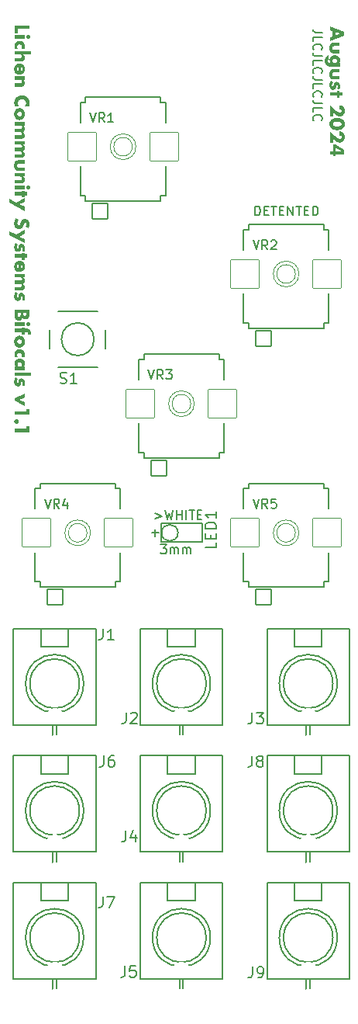
<source format=gto>
G04 #@! TF.GenerationSoftware,KiCad,Pcbnew,7.0.8*
G04 #@! TF.CreationDate,2024-09-22T22:05:25-04:00*
G04 #@! TF.ProjectId,lichen-bifocals-control-board,6c696368-656e-42d6-9269-666f63616c73,1.0*
G04 #@! TF.SameCoordinates,Original*
G04 #@! TF.FileFunction,Legend,Top*
G04 #@! TF.FilePolarity,Positive*
%FSLAX46Y46*%
G04 Gerber Fmt 4.6, Leading zero omitted, Abs format (unit mm)*
G04 Created by KiCad (PCBNEW 7.0.8) date 2024-09-22 22:05:25*
%MOMM*%
%LPD*%
G01*
G04 APERTURE LIST*
G04 Aperture macros list*
%AMRoundRect*
0 Rectangle with rounded corners*
0 $1 Rounding radius*
0 $2 $3 $4 $5 $6 $7 $8 $9 X,Y pos of 4 corners*
0 Add a 4 corners polygon primitive as box body*
4,1,4,$2,$3,$4,$5,$6,$7,$8,$9,$2,$3,0*
0 Add four circle primitives for the rounded corners*
1,1,$1+$1,$2,$3*
1,1,$1+$1,$4,$5*
1,1,$1+$1,$6,$7*
1,1,$1+$1,$8,$9*
0 Add four rect primitives between the rounded corners*
20,1,$1+$1,$2,$3,$4,$5,0*
20,1,$1+$1,$4,$5,$6,$7,0*
20,1,$1+$1,$6,$7,$8,$9,0*
20,1,$1+$1,$8,$9,$2,$3,0*%
G04 Aperture macros list end*
%ADD10C,0.150000*%
%ADD11C,0.250000*%
%ADD12C,0.200000*%
%ADD13C,0.127000*%
%ADD14C,0.203200*%
%ADD15C,0.050800*%
%ADD16C,1.802400*%
%ADD17RoundRect,0.076200X-0.825000X0.825000X-0.825000X-0.825000X0.825000X-0.825000X0.825000X0.825000X0*%
%ADD18RoundRect,0.076200X-1.558000X1.558000X-1.558000X-1.558000X1.558000X-1.558000X1.558000X1.558000X0*%
%ADD19C,1.371600*%
%ADD20C,2.032000*%
%ADD21C,2.200000*%
%ADD22O,1.700000X1.700000*%
G04 APERTURE END LIST*
D10*
X128206779Y-131659819D02*
X128206779Y-130659819D01*
X128206779Y-130659819D02*
X128444874Y-130659819D01*
X128444874Y-130659819D02*
X128587731Y-130707438D01*
X128587731Y-130707438D02*
X128682969Y-130802676D01*
X128682969Y-130802676D02*
X128730588Y-130897914D01*
X128730588Y-130897914D02*
X128778207Y-131088390D01*
X128778207Y-131088390D02*
X128778207Y-131231247D01*
X128778207Y-131231247D02*
X128730588Y-131421723D01*
X128730588Y-131421723D02*
X128682969Y-131516961D01*
X128682969Y-131516961D02*
X128587731Y-131612200D01*
X128587731Y-131612200D02*
X128444874Y-131659819D01*
X128444874Y-131659819D02*
X128206779Y-131659819D01*
X129206779Y-131136009D02*
X129540112Y-131136009D01*
X129682969Y-131659819D02*
X129206779Y-131659819D01*
X129206779Y-131659819D02*
X129206779Y-130659819D01*
X129206779Y-130659819D02*
X129682969Y-130659819D01*
X129968684Y-130659819D02*
X130540112Y-130659819D01*
X130254398Y-131659819D02*
X130254398Y-130659819D01*
X130873446Y-131136009D02*
X131206779Y-131136009D01*
X131349636Y-131659819D02*
X130873446Y-131659819D01*
X130873446Y-131659819D02*
X130873446Y-130659819D01*
X130873446Y-130659819D02*
X131349636Y-130659819D01*
X131778208Y-131659819D02*
X131778208Y-130659819D01*
X131778208Y-130659819D02*
X132349636Y-131659819D01*
X132349636Y-131659819D02*
X132349636Y-130659819D01*
X132682970Y-130659819D02*
X133254398Y-130659819D01*
X132968684Y-131659819D02*
X132968684Y-130659819D01*
X133587732Y-131136009D02*
X133921065Y-131136009D01*
X134063922Y-131659819D02*
X133587732Y-131659819D01*
X133587732Y-131659819D02*
X133587732Y-130659819D01*
X133587732Y-130659819D02*
X134063922Y-130659819D01*
X134492494Y-131659819D02*
X134492494Y-130659819D01*
X134492494Y-130659819D02*
X134730589Y-130659819D01*
X134730589Y-130659819D02*
X134873446Y-130707438D01*
X134873446Y-130707438D02*
X134968684Y-130802676D01*
X134968684Y-130802676D02*
X135016303Y-130897914D01*
X135016303Y-130897914D02*
X135063922Y-131088390D01*
X135063922Y-131088390D02*
X135063922Y-131231247D01*
X135063922Y-131231247D02*
X135016303Y-131421723D01*
X135016303Y-131421723D02*
X134968684Y-131516961D01*
X134968684Y-131516961D02*
X134873446Y-131612200D01*
X134873446Y-131612200D02*
X134730589Y-131659819D01*
X134730589Y-131659819D02*
X134492494Y-131659819D01*
D11*
G36*
X103519417Y-111345300D02*
G01*
X102276709Y-111345300D01*
X102276709Y-111846852D01*
X101925000Y-111846852D01*
X101925000Y-110944131D01*
X103519417Y-110944131D01*
X103519417Y-111345300D01*
G37*
G36*
X103003576Y-112389071D02*
G01*
X101925000Y-112389071D01*
X101925000Y-112013914D01*
X103003576Y-112013914D01*
X103003576Y-112389071D01*
G37*
G36*
X103425628Y-111990467D02*
G01*
X103441783Y-111991047D01*
X103457553Y-111992785D01*
X103472936Y-111995683D01*
X103487932Y-111999741D01*
X103502543Y-112004957D01*
X103507327Y-112006953D01*
X103521417Y-112013574D01*
X103534838Y-112021070D01*
X103547590Y-112029442D01*
X103559671Y-112038690D01*
X103571083Y-112048813D01*
X103574738Y-112052383D01*
X103585153Y-112063558D01*
X103594693Y-112075378D01*
X103603357Y-112087841D01*
X103611145Y-112100949D01*
X103618058Y-112114700D01*
X103620167Y-112119427D01*
X103625770Y-112134033D01*
X103630213Y-112149000D01*
X103633498Y-112164327D01*
X103635623Y-112180015D01*
X103636589Y-112196063D01*
X103636653Y-112201493D01*
X103636074Y-112217649D01*
X103634335Y-112233418D01*
X103631437Y-112248801D01*
X103627380Y-112263798D01*
X103622163Y-112278408D01*
X103620167Y-112283192D01*
X103613547Y-112297270D01*
X103606051Y-112310652D01*
X103597679Y-112323339D01*
X103588431Y-112335330D01*
X103578307Y-112346626D01*
X103574738Y-112350237D01*
X103563549Y-112360652D01*
X103551691Y-112370192D01*
X103539163Y-112378856D01*
X103525966Y-112386644D01*
X103512098Y-112393556D01*
X103507327Y-112395666D01*
X103492845Y-112401393D01*
X103477978Y-112405936D01*
X103462723Y-112409293D01*
X103447083Y-112411465D01*
X103431056Y-112412453D01*
X103425628Y-112412519D01*
X103409583Y-112411926D01*
X103393874Y-112410149D01*
X103378500Y-112407186D01*
X103363460Y-112403039D01*
X103348755Y-112397707D01*
X103343928Y-112395666D01*
X103329838Y-112389046D01*
X103316417Y-112381549D01*
X103303665Y-112373177D01*
X103291584Y-112363930D01*
X103280172Y-112353806D01*
X103276517Y-112350237D01*
X103266213Y-112339173D01*
X103256734Y-112327413D01*
X103248078Y-112314958D01*
X103240247Y-112301808D01*
X103233241Y-112287962D01*
X103231088Y-112283192D01*
X103225485Y-112268711D01*
X103221042Y-112253843D01*
X103217757Y-112238589D01*
X103215632Y-112222948D01*
X103214666Y-112206921D01*
X103214602Y-112201493D01*
X103215181Y-112185324D01*
X103216920Y-112169516D01*
X103219818Y-112154069D01*
X103223875Y-112138982D01*
X103229092Y-112124256D01*
X103231088Y-112119427D01*
X103237820Y-112105461D01*
X103245376Y-112092139D01*
X103253757Y-112079461D01*
X103262962Y-112067426D01*
X103272991Y-112056036D01*
X103276517Y-112052383D01*
X103287706Y-112041967D01*
X103299564Y-112032427D01*
X103312092Y-112023763D01*
X103325290Y-112015975D01*
X103339157Y-112009063D01*
X103343928Y-112006953D01*
X103358521Y-112001351D01*
X103373449Y-111996907D01*
X103388712Y-111993623D01*
X103404310Y-111991497D01*
X103420242Y-111990531D01*
X103425628Y-111990467D01*
G37*
G36*
X102655530Y-113486699D02*
G01*
X102663604Y-113474466D01*
X102674739Y-113456094D01*
X102684702Y-113437698D01*
X102693492Y-113419275D01*
X102701111Y-113400826D01*
X102707557Y-113382352D01*
X102712832Y-113363852D01*
X102716934Y-113345326D01*
X102719864Y-113326775D01*
X102721622Y-113308198D01*
X102722208Y-113289595D01*
X102721743Y-113272829D01*
X102720348Y-113256422D01*
X102718022Y-113240372D01*
X102714766Y-113224680D01*
X102710580Y-113209345D01*
X102705464Y-113194369D01*
X102703157Y-113188478D01*
X102696934Y-113174215D01*
X102689941Y-113160507D01*
X102682179Y-113147353D01*
X102673648Y-113134754D01*
X102664347Y-113122710D01*
X102654278Y-113111220D01*
X102650034Y-113106779D01*
X102638959Y-113096164D01*
X102627258Y-113086300D01*
X102614931Y-113077187D01*
X102601978Y-113068826D01*
X102588398Y-113061216D01*
X102574193Y-113054357D01*
X102568335Y-113051824D01*
X102553412Y-113046125D01*
X102537953Y-113041392D01*
X102521956Y-113037624D01*
X102505424Y-113034823D01*
X102488354Y-113032987D01*
X102470748Y-113032118D01*
X102463555Y-113032041D01*
X102446147Y-113032524D01*
X102429187Y-113033973D01*
X102412674Y-113036388D01*
X102396608Y-113039769D01*
X102380989Y-113044116D01*
X102365817Y-113049429D01*
X102359874Y-113051824D01*
X102345523Y-113058356D01*
X102331781Y-113065584D01*
X102318647Y-113073511D01*
X102306121Y-113082135D01*
X102294204Y-113091457D01*
X102282894Y-113101477D01*
X102278541Y-113105680D01*
X102268155Y-113116658D01*
X102258520Y-113128299D01*
X102249636Y-113140601D01*
X102241504Y-113153565D01*
X102234123Y-113167191D01*
X102227493Y-113181479D01*
X102225052Y-113187379D01*
X102219669Y-113202529D01*
X102215199Y-113217983D01*
X102211641Y-113233742D01*
X102208995Y-113249804D01*
X102207261Y-113266171D01*
X102206440Y-113282841D01*
X102206367Y-113289595D01*
X102207011Y-113309256D01*
X102208943Y-113328673D01*
X102212163Y-113347845D01*
X102216671Y-113366772D01*
X102222467Y-113385454D01*
X102229551Y-113403892D01*
X102237923Y-113422085D01*
X102247583Y-113440033D01*
X102258531Y-113457737D01*
X102270767Y-113475195D01*
X102279640Y-113486699D01*
X101961270Y-113486699D01*
X101954038Y-113469126D01*
X101947273Y-113451671D01*
X101940975Y-113434333D01*
X101935143Y-113417112D01*
X101929778Y-113400009D01*
X101924879Y-113383023D01*
X101920447Y-113366155D01*
X101916482Y-113349404D01*
X101912982Y-113332770D01*
X101909950Y-113316253D01*
X101907384Y-113299854D01*
X101905285Y-113283573D01*
X101903652Y-113267408D01*
X101902485Y-113251361D01*
X101901785Y-113235432D01*
X101901552Y-113219619D01*
X101901708Y-113204963D01*
X101902527Y-113183146D01*
X101904048Y-113161528D01*
X101906271Y-113140109D01*
X101909196Y-113118890D01*
X101912823Y-113097871D01*
X101917151Y-113077052D01*
X101922182Y-113056432D01*
X101927915Y-113036012D01*
X101934349Y-113015791D01*
X101941486Y-112995771D01*
X101949279Y-112976069D01*
X101957685Y-112956804D01*
X101966702Y-112937978D01*
X101976331Y-112919590D01*
X101986571Y-112901639D01*
X101997424Y-112884127D01*
X102008888Y-112867052D01*
X102020964Y-112850416D01*
X102033652Y-112834217D01*
X102046952Y-112818456D01*
X102056158Y-112808192D01*
X102070498Y-112793297D01*
X102085353Y-112778976D01*
X102100723Y-112765228D01*
X102116608Y-112752053D01*
X102133009Y-112739451D01*
X102149924Y-112727422D01*
X102167355Y-112715966D01*
X102185301Y-112705083D01*
X102203763Y-112694774D01*
X102222739Y-112685038D01*
X102235676Y-112678866D01*
X102255467Y-112670289D01*
X102275682Y-112662555D01*
X102296322Y-112655665D01*
X102317387Y-112649619D01*
X102331667Y-112646057D01*
X102346135Y-112642870D01*
X102360793Y-112640058D01*
X102375639Y-112637621D01*
X102390674Y-112635559D01*
X102405898Y-112633871D01*
X102421311Y-112632559D01*
X102436913Y-112631622D01*
X102452704Y-112631059D01*
X102468684Y-112630872D01*
X102484628Y-112631052D01*
X102500403Y-112631593D01*
X102516009Y-112632495D01*
X102531447Y-112633757D01*
X102546715Y-112635380D01*
X102561815Y-112637363D01*
X102576746Y-112639707D01*
X102591508Y-112642412D01*
X102606101Y-112645478D01*
X102620525Y-112648904D01*
X102634780Y-112652691D01*
X102648867Y-112656838D01*
X102669680Y-112663735D01*
X102690113Y-112671444D01*
X102703524Y-112677034D01*
X102723253Y-112685985D01*
X102742460Y-112695529D01*
X102761145Y-112705666D01*
X102779309Y-112716395D01*
X102796952Y-112727716D01*
X102814073Y-112739630D01*
X102830672Y-112752137D01*
X102846749Y-112765236D01*
X102862305Y-112778927D01*
X102877339Y-112793211D01*
X102887072Y-112803063D01*
X102901201Y-112818371D01*
X102914738Y-112834207D01*
X102927683Y-112850571D01*
X102940035Y-112867463D01*
X102951794Y-112884883D01*
X102962961Y-112902831D01*
X102973535Y-112921308D01*
X102983517Y-112940312D01*
X102992907Y-112959845D01*
X103001704Y-112979905D01*
X103007240Y-112993572D01*
X103012475Y-113007418D01*
X103017372Y-113021387D01*
X103021931Y-113035480D01*
X103026153Y-113049695D01*
X103030037Y-113064033D01*
X103033583Y-113078495D01*
X103036792Y-113093079D01*
X103039663Y-113107786D01*
X103042196Y-113122617D01*
X103044391Y-113137571D01*
X103046249Y-113152648D01*
X103047769Y-113167847D01*
X103048951Y-113183170D01*
X103049795Y-113198616D01*
X103050302Y-113214185D01*
X103050471Y-113229877D01*
X103050232Y-113247195D01*
X103049515Y-113264344D01*
X103048320Y-113281324D01*
X103046647Y-113298136D01*
X103044496Y-113314778D01*
X103041867Y-113331252D01*
X103038760Y-113347556D01*
X103035175Y-113363692D01*
X103031112Y-113379659D01*
X103026571Y-113395457D01*
X103021552Y-113411086D01*
X103016055Y-113426546D01*
X103010080Y-113441838D01*
X103003627Y-113456960D01*
X102996697Y-113471914D01*
X102989288Y-113486699D01*
X102655530Y-113486699D01*
G37*
G36*
X103683548Y-113759274D02*
G01*
X103683548Y-114134431D01*
X102866189Y-114134431D01*
X102877851Y-114144056D01*
X102889024Y-114153699D01*
X102904865Y-114168196D01*
X102919606Y-114182731D01*
X102933244Y-114197304D01*
X102945782Y-114211917D01*
X102957218Y-114226568D01*
X102967553Y-114241257D01*
X102976787Y-114255986D01*
X102984920Y-114270753D01*
X102991951Y-114285558D01*
X102994050Y-114290502D01*
X102999943Y-114305643D01*
X103005256Y-114321255D01*
X103009989Y-114337337D01*
X103014143Y-114353889D01*
X103017717Y-114370911D01*
X103020712Y-114388403D01*
X103023127Y-114406365D01*
X103024962Y-114424797D01*
X103026218Y-114443700D01*
X103026894Y-114463072D01*
X103027023Y-114476249D01*
X103026584Y-114501140D01*
X103025266Y-114525256D01*
X103023069Y-114548596D01*
X103019994Y-114571160D01*
X103016039Y-114592949D01*
X103011207Y-114613962D01*
X103005495Y-114634199D01*
X102998905Y-114653661D01*
X102991436Y-114672347D01*
X102983088Y-114690257D01*
X102973862Y-114707392D01*
X102963757Y-114723751D01*
X102952773Y-114739334D01*
X102940910Y-114754142D01*
X102928169Y-114768174D01*
X102914549Y-114781430D01*
X102900182Y-114793941D01*
X102885200Y-114805644D01*
X102869603Y-114816541D01*
X102853389Y-114826630D01*
X102836561Y-114835912D01*
X102819117Y-114844387D01*
X102801058Y-114852055D01*
X102782383Y-114858916D01*
X102763094Y-114864970D01*
X102743188Y-114870216D01*
X102722668Y-114874655D01*
X102701531Y-114878288D01*
X102679780Y-114881113D01*
X102657413Y-114883130D01*
X102634431Y-114884341D01*
X102610833Y-114884745D01*
X101925000Y-114884745D01*
X101925000Y-114509588D01*
X102468318Y-114509588D01*
X102483359Y-114509475D01*
X102502553Y-114508974D01*
X102520763Y-114508073D01*
X102537988Y-114506770D01*
X102554228Y-114505067D01*
X102569484Y-114502964D01*
X102587169Y-114499770D01*
X102600209Y-114496765D01*
X102615436Y-114492461D01*
X102629518Y-114487334D01*
X102644905Y-114480095D01*
X102658644Y-114471672D01*
X102670734Y-114462063D01*
X102677878Y-114455000D01*
X102688268Y-114442120D01*
X102697272Y-114428575D01*
X102704892Y-114414367D01*
X102711126Y-114399495D01*
X102715974Y-114383959D01*
X102719438Y-114367759D01*
X102721515Y-114350895D01*
X102722208Y-114333367D01*
X102721699Y-114315696D01*
X102720173Y-114298818D01*
X102717629Y-114282732D01*
X102714068Y-114267438D01*
X102709489Y-114252936D01*
X102703893Y-114239227D01*
X102694848Y-114222179D01*
X102683995Y-114206540D01*
X102671332Y-114192309D01*
X102664323Y-114185722D01*
X102649164Y-114173700D01*
X102636774Y-114165736D01*
X102623507Y-114158674D01*
X102609365Y-114152513D01*
X102594347Y-114147254D01*
X102578453Y-114142896D01*
X102561683Y-114139440D01*
X102544038Y-114136885D01*
X102525516Y-114135232D01*
X102506119Y-114134481D01*
X102499459Y-114134431D01*
X101925000Y-114134431D01*
X101925000Y-113759274D01*
X103683548Y-113759274D01*
G37*
G36*
X102476089Y-115106192D02*
G01*
X102492807Y-115106681D01*
X102509313Y-115107497D01*
X102525608Y-115108639D01*
X102541691Y-115110107D01*
X102557562Y-115111902D01*
X102573221Y-115114023D01*
X102588668Y-115116470D01*
X102603904Y-115119244D01*
X102618928Y-115122343D01*
X102633740Y-115125770D01*
X102648340Y-115129522D01*
X102662728Y-115133601D01*
X102676905Y-115138006D01*
X102690870Y-115142737D01*
X102704623Y-115147794D01*
X102724872Y-115156006D01*
X102744542Y-115164843D01*
X102763632Y-115174305D01*
X102782143Y-115184391D01*
X102800074Y-115195101D01*
X102817426Y-115206437D01*
X102834198Y-115218397D01*
X102850390Y-115230982D01*
X102866003Y-115244191D01*
X102881036Y-115258026D01*
X102890736Y-115267595D01*
X102904849Y-115282445D01*
X102918338Y-115297868D01*
X102931201Y-115313864D01*
X102943441Y-115330433D01*
X102955055Y-115347575D01*
X102966045Y-115365290D01*
X102976410Y-115383579D01*
X102986151Y-115402440D01*
X102995267Y-115421875D01*
X103003758Y-115441883D01*
X103009071Y-115455540D01*
X103014085Y-115469435D01*
X103018774Y-115483550D01*
X103023141Y-115497885D01*
X103027184Y-115512441D01*
X103030903Y-115527217D01*
X103034299Y-115542214D01*
X103037372Y-115557431D01*
X103040121Y-115572868D01*
X103042546Y-115588526D01*
X103044649Y-115604404D01*
X103046428Y-115620503D01*
X103047883Y-115636822D01*
X103049015Y-115653361D01*
X103049824Y-115670121D01*
X103050309Y-115687101D01*
X103050471Y-115704302D01*
X103050307Y-115721232D01*
X103049818Y-115737950D01*
X103049002Y-115754456D01*
X103047860Y-115770751D01*
X103046392Y-115786834D01*
X103044597Y-115802705D01*
X103042476Y-115818364D01*
X103040029Y-115833811D01*
X103037256Y-115849047D01*
X103034156Y-115864071D01*
X103030730Y-115878883D01*
X103026977Y-115893483D01*
X103022899Y-115907871D01*
X103018494Y-115922048D01*
X103013763Y-115936013D01*
X103008705Y-115949766D01*
X103000542Y-115969940D01*
X102991716Y-115989522D01*
X102982227Y-116008511D01*
X102972074Y-116026908D01*
X102961258Y-116044713D01*
X102949779Y-116061925D01*
X102937636Y-116078544D01*
X102924830Y-116094571D01*
X102911361Y-116110006D01*
X102897229Y-116124848D01*
X102887438Y-116134413D01*
X102872285Y-116148317D01*
X102856501Y-116161590D01*
X102840085Y-116174232D01*
X102823038Y-116186242D01*
X102805361Y-116197622D01*
X102787052Y-116208370D01*
X102768112Y-116218487D01*
X102748541Y-116227974D01*
X102735143Y-116233947D01*
X102721464Y-116239640D01*
X102707505Y-116245052D01*
X102693265Y-116250184D01*
X102678818Y-116255020D01*
X102664145Y-116259544D01*
X102649246Y-116263756D01*
X102634120Y-116267655D01*
X102618769Y-116271243D01*
X102603191Y-116274519D01*
X102587388Y-116277483D01*
X102571358Y-116280135D01*
X102555102Y-116282475D01*
X102538620Y-116284502D01*
X102521911Y-116286218D01*
X102504977Y-116287622D01*
X102487817Y-116288714D01*
X102470430Y-116289494D01*
X102452817Y-116289962D01*
X102434979Y-116290118D01*
X102393946Y-116290118D01*
X102393946Y-115491810D01*
X102604972Y-115491810D01*
X102604972Y-115931448D01*
X102620547Y-115927456D01*
X102635536Y-115922762D01*
X102649939Y-115917366D01*
X102663756Y-115911269D01*
X102676987Y-115904469D01*
X102689632Y-115896968D01*
X102705580Y-115885874D01*
X102720487Y-115873532D01*
X102734351Y-115859942D01*
X102740893Y-115852679D01*
X102753000Y-115837441D01*
X102763493Y-115821401D01*
X102772371Y-115804560D01*
X102779636Y-115786917D01*
X102785286Y-115768473D01*
X102788464Y-115754114D01*
X102790734Y-115739304D01*
X102792096Y-115724043D01*
X102792550Y-115708332D01*
X102792119Y-115691926D01*
X102790824Y-115676093D01*
X102788667Y-115660833D01*
X102785646Y-115646147D01*
X102780277Y-115627457D01*
X102773373Y-115609785D01*
X102764935Y-115593133D01*
X102754963Y-115577500D01*
X102743457Y-115562885D01*
X102730554Y-115549433D01*
X102716392Y-115537285D01*
X102700970Y-115526443D01*
X102684289Y-115516906D01*
X102670952Y-115510610D01*
X102656907Y-115505048D01*
X102642153Y-115500220D01*
X102626690Y-115496127D01*
X102610519Y-115492767D01*
X102604972Y-115491810D01*
X102393946Y-115491810D01*
X102393946Y-115481186D01*
X102365553Y-115482097D01*
X102338991Y-115484832D01*
X102314262Y-115489390D01*
X102291364Y-115495772D01*
X102270298Y-115503976D01*
X102251064Y-115514004D01*
X102233661Y-115525855D01*
X102218091Y-115539529D01*
X102204352Y-115555027D01*
X102192445Y-115572348D01*
X102182370Y-115591492D01*
X102174127Y-115612459D01*
X102167716Y-115635249D01*
X102163136Y-115659863D01*
X102160389Y-115686300D01*
X102159473Y-115714560D01*
X102159849Y-115729982D01*
X102160978Y-115744922D01*
X102164083Y-115766432D01*
X102168882Y-115786860D01*
X102175375Y-115806205D01*
X102183561Y-115824469D01*
X102193441Y-115841651D01*
X102205015Y-115857751D01*
X102218282Y-115872769D01*
X102233244Y-115886705D01*
X102249898Y-115899560D01*
X102255826Y-115903604D01*
X102255826Y-116275097D01*
X102232588Y-116267833D01*
X102210087Y-116259915D01*
X102188323Y-116251343D01*
X102167298Y-116242119D01*
X102147010Y-116232241D01*
X102127460Y-116221710D01*
X102108648Y-116210525D01*
X102090573Y-116198687D01*
X102073236Y-116186196D01*
X102056637Y-116173052D01*
X102040776Y-116159254D01*
X102025652Y-116144803D01*
X102011266Y-116129699D01*
X101997618Y-116113941D01*
X101984708Y-116097530D01*
X101972535Y-116080466D01*
X101961100Y-116062749D01*
X101950403Y-116044378D01*
X101940444Y-116025354D01*
X101931222Y-116005676D01*
X101922738Y-115985346D01*
X101914992Y-115964362D01*
X101907983Y-115942724D01*
X101901712Y-115920434D01*
X101896179Y-115897490D01*
X101891384Y-115873893D01*
X101887327Y-115849642D01*
X101884007Y-115824738D01*
X101881425Y-115799181D01*
X101879580Y-115772971D01*
X101878474Y-115746107D01*
X101878105Y-115718590D01*
X101878268Y-115701687D01*
X101878757Y-115684959D01*
X101879573Y-115668405D01*
X101880715Y-115652026D01*
X101882184Y-115635822D01*
X101883978Y-115619792D01*
X101886099Y-115603936D01*
X101888546Y-115588256D01*
X101891320Y-115572750D01*
X101894420Y-115557418D01*
X101897846Y-115542261D01*
X101901598Y-115527279D01*
X101905677Y-115512471D01*
X101910082Y-115497838D01*
X101914813Y-115483380D01*
X101919870Y-115469096D01*
X101925183Y-115455071D01*
X101930770Y-115441298D01*
X101936632Y-115427777D01*
X101945940Y-115407967D01*
X101955866Y-115388725D01*
X101966410Y-115370049D01*
X101977573Y-115351939D01*
X101989354Y-115334397D01*
X102001753Y-115317421D01*
X102014770Y-115301012D01*
X102028406Y-115285169D01*
X102037840Y-115274923D01*
X102052457Y-115260067D01*
X102067597Y-115245861D01*
X102083258Y-115232306D01*
X102099440Y-115219401D01*
X102116145Y-115207147D01*
X102133371Y-115195543D01*
X102151118Y-115184590D01*
X102169387Y-115174287D01*
X102188178Y-115164635D01*
X102207491Y-115155633D01*
X102220655Y-115149993D01*
X102240867Y-115142136D01*
X102261524Y-115135052D01*
X102275541Y-115130758D01*
X102289757Y-115126809D01*
X102304169Y-115123202D01*
X102318780Y-115119939D01*
X102333587Y-115117020D01*
X102348592Y-115114444D01*
X102363795Y-115112211D01*
X102379195Y-115110322D01*
X102394793Y-115108777D01*
X102410588Y-115107574D01*
X102426581Y-115106716D01*
X102442771Y-115106201D01*
X102459159Y-115106029D01*
X102476089Y-115106192D01*
G37*
G36*
X103003576Y-116511402D02*
G01*
X103003576Y-116886559D01*
X102866922Y-116886559D01*
X102878540Y-116896185D01*
X102889671Y-116905828D01*
X102905455Y-116920324D01*
X102920145Y-116934859D01*
X102933740Y-116949433D01*
X102946240Y-116964045D01*
X102957645Y-116978696D01*
X102967956Y-116993386D01*
X102977171Y-117008114D01*
X102985292Y-117022881D01*
X102992318Y-117037687D01*
X102994417Y-117042630D01*
X103000244Y-117057772D01*
X103005498Y-117073383D01*
X103010179Y-117089465D01*
X103014286Y-117106017D01*
X103017821Y-117123039D01*
X103020782Y-117140531D01*
X103023170Y-117158493D01*
X103024985Y-117176926D01*
X103026227Y-117195828D01*
X103026896Y-117215201D01*
X103027023Y-117228377D01*
X103026698Y-117249183D01*
X103025722Y-117269421D01*
X103024096Y-117289093D01*
X103021820Y-117308199D01*
X103018893Y-117326737D01*
X103015315Y-117344709D01*
X103011087Y-117362114D01*
X103006209Y-117378953D01*
X103000680Y-117395224D01*
X102994501Y-117410929D01*
X102990020Y-117421085D01*
X102982881Y-117435985D01*
X102975200Y-117450460D01*
X102966978Y-117464510D01*
X102958215Y-117478134D01*
X102948912Y-117491334D01*
X102939067Y-117504109D01*
X102928682Y-117516459D01*
X102917755Y-117528384D01*
X102906288Y-117539883D01*
X102894279Y-117550958D01*
X102885973Y-117558105D01*
X102872126Y-117569096D01*
X102857877Y-117579171D01*
X102843229Y-117588330D01*
X102828179Y-117596573D01*
X102812729Y-117603900D01*
X102796878Y-117610312D01*
X102780626Y-117615807D01*
X102763974Y-117620387D01*
X102746915Y-117624251D01*
X102729261Y-117627600D01*
X102711011Y-117630433D01*
X102692166Y-117632752D01*
X102672726Y-117634555D01*
X102657755Y-117635569D01*
X102642450Y-117636294D01*
X102626809Y-117636728D01*
X102610833Y-117636873D01*
X101925000Y-117636873D01*
X101925000Y-117261716D01*
X102469417Y-117261716D01*
X102484125Y-117261613D01*
X102502904Y-117261155D01*
X102520732Y-117260331D01*
X102537611Y-117259140D01*
X102553539Y-117257583D01*
X102568517Y-117255660D01*
X102585903Y-117252740D01*
X102598743Y-117249993D01*
X102613716Y-117246005D01*
X102627723Y-117241141D01*
X102643257Y-117234147D01*
X102657399Y-117225891D01*
X102670150Y-117216373D01*
X102677878Y-117209326D01*
X102688094Y-117197968D01*
X102696942Y-117186015D01*
X102705380Y-117171623D01*
X102712032Y-117156454D01*
X102713415Y-117152540D01*
X102718064Y-117136671D01*
X102721041Y-117122298D01*
X102723002Y-117107470D01*
X102723947Y-117092185D01*
X102724040Y-117085495D01*
X102723531Y-117067825D01*
X102722005Y-117050947D01*
X102719461Y-117034860D01*
X102715900Y-117019567D01*
X102711321Y-117005065D01*
X102705725Y-116991355D01*
X102696680Y-116974308D01*
X102685826Y-116958669D01*
X102673164Y-116944438D01*
X102666154Y-116937850D01*
X102650910Y-116925829D01*
X102638463Y-116917865D01*
X102625146Y-116910802D01*
X102610960Y-116904641D01*
X102595904Y-116899382D01*
X102579979Y-116895024D01*
X102563185Y-116891568D01*
X102545521Y-116889014D01*
X102526988Y-116887361D01*
X102507585Y-116886609D01*
X102500924Y-116886559D01*
X101925000Y-116886559D01*
X101925000Y-116511402D01*
X103003576Y-116511402D01*
G37*
G36*
X102990020Y-119779371D02*
G01*
X103011537Y-119761199D01*
X103031666Y-119742495D01*
X103050406Y-119723258D01*
X103067758Y-119703488D01*
X103083722Y-119683187D01*
X103098298Y-119662352D01*
X103111486Y-119640986D01*
X103123285Y-119619087D01*
X103133697Y-119596656D01*
X103142720Y-119573692D01*
X103150355Y-119550196D01*
X103156602Y-119526168D01*
X103161460Y-119501607D01*
X103164931Y-119476514D01*
X103167013Y-119450889D01*
X103167707Y-119424731D01*
X103167404Y-119407405D01*
X103166496Y-119390324D01*
X103164983Y-119373488D01*
X103162864Y-119356896D01*
X103160140Y-119340549D01*
X103156811Y-119324447D01*
X103152876Y-119308590D01*
X103148336Y-119292977D01*
X103143190Y-119277609D01*
X103137439Y-119262486D01*
X103133269Y-119252540D01*
X103126661Y-119237895D01*
X103119616Y-119223637D01*
X103112133Y-119209765D01*
X103104212Y-119196280D01*
X103095852Y-119183181D01*
X103087055Y-119170468D01*
X103077820Y-119158142D01*
X103068148Y-119146202D01*
X103058037Y-119134649D01*
X103047488Y-119123482D01*
X103040212Y-119116252D01*
X103028956Y-119105814D01*
X103017307Y-119095794D01*
X103005266Y-119086193D01*
X102992831Y-119077011D01*
X102980004Y-119068247D01*
X102966783Y-119059902D01*
X102953170Y-119051976D01*
X102939164Y-119044468D01*
X102924766Y-119037378D01*
X102909974Y-119030707D01*
X102899895Y-119026493D01*
X102884532Y-119020666D01*
X102868944Y-119015412D01*
X102853131Y-119010731D01*
X102837092Y-119006623D01*
X102820828Y-119003089D01*
X102804338Y-119000128D01*
X102787623Y-118997739D01*
X102770683Y-118995924D01*
X102753517Y-118994683D01*
X102736126Y-118994014D01*
X102724406Y-118993886D01*
X102706407Y-118994173D01*
X102688677Y-118995033D01*
X102671218Y-118996466D01*
X102654030Y-118998472D01*
X102637112Y-119001051D01*
X102620465Y-119004203D01*
X102604088Y-119007929D01*
X102587981Y-119012228D01*
X102572145Y-119017099D01*
X102556580Y-119022544D01*
X102546353Y-119026493D01*
X102531290Y-119032894D01*
X102516601Y-119039734D01*
X102502284Y-119047011D01*
X102488342Y-119054726D01*
X102474773Y-119062879D01*
X102461577Y-119071470D01*
X102448755Y-119080499D01*
X102436307Y-119089965D01*
X102424232Y-119099870D01*
X102412530Y-119110213D01*
X102404937Y-119117351D01*
X102393962Y-119128447D01*
X102383431Y-119139891D01*
X102373345Y-119151683D01*
X102363704Y-119163822D01*
X102354506Y-119176309D01*
X102345753Y-119189144D01*
X102337444Y-119202327D01*
X102329580Y-119215857D01*
X102322160Y-119229736D01*
X102315185Y-119243962D01*
X102310781Y-119253639D01*
X102304692Y-119268386D01*
X102299202Y-119283366D01*
X102294311Y-119298577D01*
X102290019Y-119314020D01*
X102286325Y-119329695D01*
X102283231Y-119345602D01*
X102280735Y-119361741D01*
X102278839Y-119378111D01*
X102277541Y-119394713D01*
X102276842Y-119411547D01*
X102276709Y-119422899D01*
X102277379Y-119447518D01*
X102279388Y-119471826D01*
X102282737Y-119495821D01*
X102287425Y-119519505D01*
X102293453Y-119542876D01*
X102300821Y-119565936D01*
X102309527Y-119588683D01*
X102319574Y-119611119D01*
X102330960Y-119633242D01*
X102343685Y-119655054D01*
X102357750Y-119676553D01*
X102373155Y-119697741D01*
X102389899Y-119718617D01*
X102407982Y-119739180D01*
X102427405Y-119759432D01*
X102448168Y-119779371D01*
X101957972Y-119779371D01*
X101943318Y-119737606D01*
X101937156Y-119720061D01*
X101931309Y-119702735D01*
X101925778Y-119685629D01*
X101920563Y-119668741D01*
X101915663Y-119652072D01*
X101911079Y-119635622D01*
X101906810Y-119619391D01*
X101902857Y-119603379D01*
X101899220Y-119587586D01*
X101895898Y-119572012D01*
X101893859Y-119561751D01*
X101891043Y-119546514D01*
X101888505Y-119531303D01*
X101886243Y-119516117D01*
X101884259Y-119500957D01*
X101882551Y-119485824D01*
X101881120Y-119470715D01*
X101879966Y-119455633D01*
X101879089Y-119440576D01*
X101878489Y-119425545D01*
X101878166Y-119410540D01*
X101878105Y-119400551D01*
X101878348Y-119380223D01*
X101879078Y-119359999D01*
X101880294Y-119339877D01*
X101881997Y-119319859D01*
X101884187Y-119299944D01*
X101886863Y-119280131D01*
X101890026Y-119260422D01*
X101893675Y-119240816D01*
X101897811Y-119221313D01*
X101902434Y-119201913D01*
X101907543Y-119182616D01*
X101913138Y-119163422D01*
X101919221Y-119144331D01*
X101925789Y-119125343D01*
X101932845Y-119106458D01*
X101940387Y-119087676D01*
X101948415Y-119069129D01*
X101956839Y-119050856D01*
X101965657Y-119032858D01*
X101974871Y-119015136D01*
X101984479Y-118997687D01*
X101994483Y-118980514D01*
X102004881Y-118963616D01*
X102015675Y-118946992D01*
X102026863Y-118930643D01*
X102038446Y-118914569D01*
X102050425Y-118898769D01*
X102062798Y-118883244D01*
X102075567Y-118867995D01*
X102088730Y-118853019D01*
X102102288Y-118838319D01*
X102116242Y-118823893D01*
X102130603Y-118809826D01*
X102145293Y-118796107D01*
X102160313Y-118782738D01*
X102175661Y-118769717D01*
X102191339Y-118757046D01*
X102207346Y-118744724D01*
X102223682Y-118732752D01*
X102240348Y-118721128D01*
X102257342Y-118709854D01*
X102274666Y-118698929D01*
X102292318Y-118688353D01*
X102310300Y-118678126D01*
X102328611Y-118668249D01*
X102347251Y-118658720D01*
X102366221Y-118649541D01*
X102385519Y-118640711D01*
X102405141Y-118632371D01*
X102424989Y-118624568D01*
X102445064Y-118617304D01*
X102465364Y-118610578D01*
X102485890Y-118604390D01*
X102506643Y-118598740D01*
X102527621Y-118593628D01*
X102548826Y-118589054D01*
X102570257Y-118585018D01*
X102591914Y-118581521D01*
X102613797Y-118578561D01*
X102635906Y-118576140D01*
X102658242Y-118574256D01*
X102680803Y-118572911D01*
X102703591Y-118572104D01*
X102726605Y-118571835D01*
X102749521Y-118572101D01*
X102772200Y-118572900D01*
X102794641Y-118574230D01*
X102816845Y-118576094D01*
X102838811Y-118578489D01*
X102860539Y-118581418D01*
X102882030Y-118584878D01*
X102903284Y-118588871D01*
X102924300Y-118593396D01*
X102945078Y-118598453D01*
X102965619Y-118604043D01*
X102985922Y-118610166D01*
X103005987Y-118616820D01*
X103025815Y-118624007D01*
X103045406Y-118631727D01*
X103064759Y-118639979D01*
X103083825Y-118648675D01*
X103102557Y-118657730D01*
X103120954Y-118667142D01*
X103139016Y-118676913D01*
X103156743Y-118687041D01*
X103174136Y-118697526D01*
X103191193Y-118708370D01*
X103207916Y-118719571D01*
X103224303Y-118731130D01*
X103240356Y-118743047D01*
X103256074Y-118755322D01*
X103271457Y-118767954D01*
X103286505Y-118780944D01*
X103301218Y-118794292D01*
X103315597Y-118807998D01*
X103329640Y-118822062D01*
X103343372Y-118836447D01*
X103356722Y-118851119D01*
X103369693Y-118866077D01*
X103382282Y-118881321D01*
X103394491Y-118896851D01*
X103406319Y-118912668D01*
X103417766Y-118928771D01*
X103428833Y-118945160D01*
X103439519Y-118961835D01*
X103449825Y-118978797D01*
X103459750Y-118996045D01*
X103469294Y-119013579D01*
X103478457Y-119031399D01*
X103487240Y-119049505D01*
X103495642Y-119067898D01*
X103503663Y-119086577D01*
X103511249Y-119105500D01*
X103518346Y-119124535D01*
X103524954Y-119143682D01*
X103531072Y-119162941D01*
X103536700Y-119182311D01*
X103541839Y-119201792D01*
X103546489Y-119221386D01*
X103550649Y-119241091D01*
X103554320Y-119260907D01*
X103557502Y-119280836D01*
X103560193Y-119300875D01*
X103562396Y-119321027D01*
X103564109Y-119341290D01*
X103565333Y-119361665D01*
X103566067Y-119382151D01*
X103566311Y-119402749D01*
X103566134Y-119420374D01*
X103565603Y-119437941D01*
X103564718Y-119455451D01*
X103563478Y-119472902D01*
X103561884Y-119490295D01*
X103559936Y-119507631D01*
X103557634Y-119524908D01*
X103554977Y-119542128D01*
X103551966Y-119559289D01*
X103548601Y-119576393D01*
X103546161Y-119587763D01*
X103542259Y-119604948D01*
X103537970Y-119622294D01*
X103533294Y-119639801D01*
X103528232Y-119657469D01*
X103522784Y-119675299D01*
X103516950Y-119693289D01*
X103510729Y-119711440D01*
X103504121Y-119729752D01*
X103497127Y-119748225D01*
X103489747Y-119766859D01*
X103484612Y-119779371D01*
X102990020Y-119779371D01*
G37*
G36*
X102488953Y-119971534D02*
G01*
X102503964Y-119972096D01*
X102518846Y-119973034D01*
X102533599Y-119974346D01*
X102548224Y-119976033D01*
X102569919Y-119979267D01*
X102591325Y-119983345D01*
X102612440Y-119988266D01*
X102633266Y-119994031D01*
X102653802Y-120000639D01*
X102674048Y-120008092D01*
X102694005Y-120016387D01*
X102700593Y-120019340D01*
X102720066Y-120028736D01*
X102739057Y-120038789D01*
X102757564Y-120049499D01*
X102775589Y-120060865D01*
X102793130Y-120072889D01*
X102810189Y-120085569D01*
X102826764Y-120098906D01*
X102842856Y-120112900D01*
X102858466Y-120127551D01*
X102873592Y-120142859D01*
X102883408Y-120153429D01*
X102897744Y-120169856D01*
X102911487Y-120186849D01*
X102924637Y-120204408D01*
X102933075Y-120216430D01*
X102941250Y-120228703D01*
X102949161Y-120241228D01*
X102956809Y-120254005D01*
X102964193Y-120267034D01*
X102971314Y-120280314D01*
X102978172Y-120293847D01*
X102984767Y-120307632D01*
X102991098Y-120321668D01*
X102997166Y-120335956D01*
X103002971Y-120350496D01*
X103005774Y-120357861D01*
X103011187Y-120372784D01*
X103016250Y-120387880D01*
X103020964Y-120403147D01*
X103025329Y-120418586D01*
X103029344Y-120434196D01*
X103033011Y-120449978D01*
X103036328Y-120465932D01*
X103039296Y-120482058D01*
X103041915Y-120498356D01*
X103044185Y-120514825D01*
X103046106Y-120531466D01*
X103047677Y-120548278D01*
X103048899Y-120565263D01*
X103049772Y-120582419D01*
X103050296Y-120599747D01*
X103050471Y-120617247D01*
X103050300Y-120634523D01*
X103049789Y-120651639D01*
X103048938Y-120668595D01*
X103047746Y-120685390D01*
X103046213Y-120702026D01*
X103044340Y-120718500D01*
X103042126Y-120734815D01*
X103039571Y-120750969D01*
X103036676Y-120766964D01*
X103033440Y-120782797D01*
X103029864Y-120798471D01*
X103025947Y-120813984D01*
X103021689Y-120829337D01*
X103017091Y-120844530D01*
X103012153Y-120859562D01*
X103006873Y-120874434D01*
X103001333Y-120889103D01*
X102995522Y-120903526D01*
X102989438Y-120917702D01*
X102983082Y-120931633D01*
X102976455Y-120945317D01*
X102969556Y-120958755D01*
X102962384Y-120971947D01*
X102954941Y-120984893D01*
X102947226Y-120997593D01*
X102939239Y-121010046D01*
X102930980Y-121022254D01*
X102922449Y-121034215D01*
X102909143Y-121051695D01*
X102895225Y-121068622D01*
X102885607Y-121079598D01*
X102870783Y-121095606D01*
X102855437Y-121110931D01*
X102839570Y-121125573D01*
X102823182Y-121139533D01*
X102806271Y-121152810D01*
X102788839Y-121165405D01*
X102770886Y-121177317D01*
X102752410Y-121188546D01*
X102733413Y-121199092D01*
X102713895Y-121208956D01*
X102700593Y-121215153D01*
X102687086Y-121221009D01*
X102673402Y-121226487D01*
X102659540Y-121231588D01*
X102645501Y-121236311D01*
X102631284Y-121240655D01*
X102616890Y-121244622D01*
X102602318Y-121248212D01*
X102587569Y-121251423D01*
X102572643Y-121254257D01*
X102557539Y-121256712D01*
X102542257Y-121258790D01*
X102526799Y-121260491D01*
X102511162Y-121261813D01*
X102495349Y-121262757D01*
X102479357Y-121263324D01*
X102463189Y-121263513D01*
X102447064Y-121263320D01*
X102431115Y-121262740D01*
X102415339Y-121261774D01*
X102399739Y-121260422D01*
X102384313Y-121258683D01*
X102369062Y-121256558D01*
X102353985Y-121254046D01*
X102339083Y-121251148D01*
X102324355Y-121247864D01*
X102309802Y-121244193D01*
X102295424Y-121240136D01*
X102281220Y-121235692D01*
X102267191Y-121230862D01*
X102253336Y-121225646D01*
X102239656Y-121220043D01*
X102226151Y-121214054D01*
X102212847Y-121207728D01*
X102193321Y-121197703D01*
X102174310Y-121187035D01*
X102155815Y-121175722D01*
X102137834Y-121163765D01*
X102120369Y-121151164D01*
X102103419Y-121137919D01*
X102086984Y-121124030D01*
X102071064Y-121109497D01*
X102055660Y-121094320D01*
X102040771Y-121078499D01*
X102026517Y-121062119D01*
X102012881Y-121045127D01*
X101999864Y-121027523D01*
X101991529Y-121015448D01*
X101983469Y-121003100D01*
X101975684Y-120990480D01*
X101968173Y-120977589D01*
X101960938Y-120964426D01*
X101953977Y-120950990D01*
X101947290Y-120937283D01*
X101940879Y-120923304D01*
X101934742Y-120909053D01*
X101928881Y-120894530D01*
X101923294Y-120879735D01*
X101920603Y-120872236D01*
X101915457Y-120857091D01*
X101910643Y-120841788D01*
X101906160Y-120826327D01*
X101902010Y-120810710D01*
X101898192Y-120794935D01*
X101894706Y-120779002D01*
X101891552Y-120762912D01*
X101888729Y-120746665D01*
X101886239Y-120730260D01*
X101884081Y-120713698D01*
X101882255Y-120696978D01*
X101880761Y-120680101D01*
X101879599Y-120663066D01*
X101878769Y-120645874D01*
X101878271Y-120628525D01*
X101878164Y-120617247D01*
X102212229Y-120617247D01*
X102212694Y-120632903D01*
X102214090Y-120648273D01*
X102216415Y-120663357D01*
X102219671Y-120678155D01*
X102223857Y-120692666D01*
X102228973Y-120706891D01*
X102231280Y-120712501D01*
X102237609Y-120726270D01*
X102244690Y-120739413D01*
X102252521Y-120751930D01*
X102261104Y-120763821D01*
X102272396Y-120777263D01*
X102282632Y-120787777D01*
X102284769Y-120789804D01*
X102295817Y-120799681D01*
X102307438Y-120808931D01*
X102319631Y-120817555D01*
X102332397Y-120825553D01*
X102345735Y-120832925D01*
X102359645Y-120839671D01*
X102365369Y-120842194D01*
X102380079Y-120847999D01*
X102395129Y-120852820D01*
X102410519Y-120856657D01*
X102426249Y-120859511D01*
X102442318Y-120861380D01*
X102458728Y-120862266D01*
X102465387Y-120862344D01*
X102481290Y-120861852D01*
X102496943Y-120860376D01*
X102512345Y-120857917D01*
X102527497Y-120854473D01*
X102542398Y-120850046D01*
X102557049Y-120844634D01*
X102562840Y-120842194D01*
X102576979Y-120835699D01*
X102590546Y-120828577D01*
X102603540Y-120820830D01*
X102615963Y-120812456D01*
X102627812Y-120803456D01*
X102639089Y-120793830D01*
X102643440Y-120789804D01*
X102653826Y-120779416D01*
X102665298Y-120766124D01*
X102675688Y-120751930D01*
X102683520Y-120739413D01*
X102690600Y-120726270D01*
X102696929Y-120712501D01*
X102702523Y-120698390D01*
X102707169Y-120683994D01*
X102710866Y-120669310D01*
X102713616Y-120654341D01*
X102715417Y-120639085D01*
X102716270Y-120623543D01*
X102716346Y-120617247D01*
X102715872Y-120601687D01*
X102714450Y-120586377D01*
X102712080Y-120571319D01*
X102708761Y-120556510D01*
X102704495Y-120541952D01*
X102699280Y-120527645D01*
X102696929Y-120521992D01*
X102690600Y-120508214D01*
X102683520Y-120495044D01*
X102675688Y-120482482D01*
X102667105Y-120470529D01*
X102657770Y-120459184D01*
X102647685Y-120448447D01*
X102643440Y-120444323D01*
X102632418Y-120434552D01*
X102620878Y-120425389D01*
X102608819Y-120416835D01*
X102596242Y-120408888D01*
X102583145Y-120401550D01*
X102569530Y-120394820D01*
X102563939Y-120392299D01*
X102549705Y-120386599D01*
X102535166Y-120381866D01*
X102520324Y-120378099D01*
X102505177Y-120375297D01*
X102489727Y-120373462D01*
X102473972Y-120372592D01*
X102467585Y-120372515D01*
X102450406Y-120372998D01*
X102433675Y-120374447D01*
X102417391Y-120376862D01*
X102401554Y-120380243D01*
X102386164Y-120384590D01*
X102371221Y-120389903D01*
X102365369Y-120392299D01*
X102351230Y-120398785D01*
X102337663Y-120405880D01*
X102324669Y-120413583D01*
X102312247Y-120421894D01*
X102300397Y-120430814D01*
X102289120Y-120440341D01*
X102284769Y-120444323D01*
X102274383Y-120454816D01*
X102264748Y-120465918D01*
X102255864Y-120477628D01*
X102247732Y-120489946D01*
X102240351Y-120502873D01*
X102233722Y-120516408D01*
X102231280Y-120521992D01*
X102225792Y-120536199D01*
X102221234Y-120550657D01*
X102217606Y-120565365D01*
X102214908Y-120580324D01*
X102213141Y-120595533D01*
X102212304Y-120610993D01*
X102212229Y-120617247D01*
X101878164Y-120617247D01*
X101878105Y-120611018D01*
X101878271Y-120593789D01*
X101878769Y-120576723D01*
X101879599Y-120559820D01*
X101880761Y-120543081D01*
X101882255Y-120526504D01*
X101884081Y-120510091D01*
X101886239Y-120493840D01*
X101888729Y-120477753D01*
X101891552Y-120461829D01*
X101894706Y-120446069D01*
X101898192Y-120430471D01*
X101902010Y-120415036D01*
X101906160Y-120399765D01*
X101910643Y-120384657D01*
X101915457Y-120369712D01*
X101920603Y-120354930D01*
X101926057Y-120340401D01*
X101931794Y-120326124D01*
X101937815Y-120312099D01*
X101944119Y-120298326D01*
X101950707Y-120284805D01*
X101957577Y-120271536D01*
X101964731Y-120258519D01*
X101972169Y-120245753D01*
X101979890Y-120233240D01*
X101992002Y-120214941D01*
X102004752Y-120197210D01*
X102018140Y-120180045D01*
X102032165Y-120163447D01*
X102041870Y-120152697D01*
X102056971Y-120137082D01*
X102072601Y-120122111D01*
X102088759Y-120107784D01*
X102105445Y-120094101D01*
X102122659Y-120081062D01*
X102140402Y-120068668D01*
X102158672Y-120056917D01*
X102177470Y-120045810D01*
X102196797Y-120035347D01*
X102209974Y-120028730D01*
X102223387Y-120022398D01*
X102230181Y-120019340D01*
X102243970Y-120013528D01*
X102257950Y-120008092D01*
X102272122Y-120003030D01*
X102286487Y-119998343D01*
X102301042Y-119994031D01*
X102315790Y-119990094D01*
X102330729Y-119986532D01*
X102345860Y-119983345D01*
X102361183Y-119980533D01*
X102376698Y-119978095D01*
X102392404Y-119976033D01*
X102408303Y-119974346D01*
X102424393Y-119973034D01*
X102440674Y-119972096D01*
X102457148Y-119971534D01*
X102473813Y-119971346D01*
X102488953Y-119971534D01*
G37*
G36*
X103003576Y-121488094D02*
G01*
X103003576Y-121863251D01*
X102877547Y-121863251D01*
X102895647Y-121883001D01*
X102912580Y-121903048D01*
X102928345Y-121923392D01*
X102942943Y-121944035D01*
X102956372Y-121964975D01*
X102968634Y-121986212D01*
X102979728Y-122007748D01*
X102989654Y-122029581D01*
X102998412Y-122051711D01*
X103006003Y-122074140D01*
X103012426Y-122096866D01*
X103017681Y-122119890D01*
X103021768Y-122143211D01*
X103024688Y-122166830D01*
X103026439Y-122190747D01*
X103027023Y-122214961D01*
X103026829Y-122229962D01*
X103026245Y-122244738D01*
X103023909Y-122273619D01*
X103020017Y-122301605D01*
X103014567Y-122328694D01*
X103007560Y-122354888D01*
X102998996Y-122380186D01*
X102988876Y-122404588D01*
X102977198Y-122428094D01*
X102963963Y-122450704D01*
X102949171Y-122472418D01*
X102932822Y-122493236D01*
X102914916Y-122513159D01*
X102895453Y-122532185D01*
X102874433Y-122550316D01*
X102851855Y-122567551D01*
X102827721Y-122583890D01*
X102839983Y-122592035D01*
X102863339Y-122608971D01*
X102885137Y-122626768D01*
X102905379Y-122645427D01*
X102924063Y-122664947D01*
X102941191Y-122685329D01*
X102956761Y-122706572D01*
X102970775Y-122728677D01*
X102983231Y-122751644D01*
X102994131Y-122775472D01*
X103003473Y-122800161D01*
X103011258Y-122825712D01*
X103017486Y-122852125D01*
X103022157Y-122879399D01*
X103025272Y-122907534D01*
X103026829Y-122936532D01*
X103027023Y-122951353D01*
X103026674Y-122970181D01*
X103025626Y-122988745D01*
X103023881Y-123007046D01*
X103021436Y-123025084D01*
X103018293Y-123042859D01*
X103014452Y-123060370D01*
X103009913Y-123077617D01*
X103004675Y-123094602D01*
X102998699Y-123111248D01*
X102991944Y-123127300D01*
X102984410Y-123142756D01*
X102976099Y-123157616D01*
X102967008Y-123171882D01*
X102957139Y-123185552D01*
X102946492Y-123198626D01*
X102935066Y-123211106D01*
X102922798Y-123222972D01*
X102909626Y-123234209D01*
X102895550Y-123244817D01*
X102880569Y-123254795D01*
X102864684Y-123264143D01*
X102847894Y-123272861D01*
X102830200Y-123280949D01*
X102816336Y-123286603D01*
X102811601Y-123288408D01*
X102797101Y-123293515D01*
X102782041Y-123298120D01*
X102766421Y-123302222D01*
X102750241Y-123305822D01*
X102733500Y-123308920D01*
X102716199Y-123311515D01*
X102698338Y-123313608D01*
X102679916Y-123315199D01*
X102660934Y-123316287D01*
X102641392Y-123316873D01*
X102628053Y-123316985D01*
X101925000Y-123316985D01*
X101925000Y-122941828D01*
X102455495Y-122941828D01*
X102470556Y-122941722D01*
X102489836Y-122941249D01*
X102508200Y-122940399D01*
X102525648Y-122939171D01*
X102542180Y-122937566D01*
X102557796Y-122935582D01*
X102572497Y-122933221D01*
X102589584Y-122929738D01*
X102605498Y-122925806D01*
X102620267Y-122921337D01*
X102636479Y-122915266D01*
X102651042Y-122908423D01*
X102663956Y-122900806D01*
X102671650Y-122895300D01*
X102683704Y-122885137D01*
X102693899Y-122874202D01*
X102703276Y-122860761D01*
X102710225Y-122846313D01*
X102711584Y-122842543D01*
X102716232Y-122827110D01*
X102719552Y-122811219D01*
X102721544Y-122794870D01*
X102722198Y-122780189D01*
X102722208Y-122778063D01*
X102721166Y-122755304D01*
X102718041Y-122734013D01*
X102712832Y-122714191D01*
X102705539Y-122695837D01*
X102696162Y-122678951D01*
X102684702Y-122663534D01*
X102671158Y-122649585D01*
X102655530Y-122637104D01*
X102637818Y-122626092D01*
X102618023Y-122616548D01*
X102596144Y-122608472D01*
X102572182Y-122601865D01*
X102546136Y-122596726D01*
X102518006Y-122593055D01*
X102503160Y-122591770D01*
X102487792Y-122590852D01*
X102471904Y-122590302D01*
X102455495Y-122590118D01*
X101925000Y-122590118D01*
X101925000Y-122214961D01*
X102465387Y-122214961D01*
X102480794Y-122214865D01*
X102495693Y-122214575D01*
X102514767Y-122213888D01*
X102532937Y-122212857D01*
X102550202Y-122211484D01*
X102566562Y-122209766D01*
X102582018Y-122207705D01*
X102596570Y-122205301D01*
X102603506Y-122203970D01*
X102620010Y-122200400D01*
X102635406Y-122196328D01*
X102649692Y-122191756D01*
X102665371Y-122185608D01*
X102679453Y-122178738D01*
X102689968Y-122172463D01*
X102702949Y-122162908D01*
X102714001Y-122152197D01*
X102723124Y-122140328D01*
X102730320Y-122127303D01*
X102733565Y-122119340D01*
X102738276Y-122104566D01*
X102741830Y-122088776D01*
X102744227Y-122071969D01*
X102745360Y-122056753D01*
X102745655Y-122043503D01*
X102745130Y-122027524D01*
X102743552Y-122011967D01*
X102740922Y-121996830D01*
X102737241Y-121982114D01*
X102734665Y-121973893D01*
X102729035Y-121959996D01*
X102721441Y-121946835D01*
X102711884Y-121934411D01*
X102700364Y-121922723D01*
X102692899Y-121916374D01*
X102680521Y-121907405D01*
X102666469Y-121899184D01*
X102650743Y-121891709D01*
X102636358Y-121886051D01*
X102620811Y-121880911D01*
X102607536Y-121877173D01*
X102589769Y-121873163D01*
X102574370Y-121870443D01*
X102557918Y-121868159D01*
X102540413Y-121866310D01*
X102521854Y-121864896D01*
X102502242Y-121863918D01*
X102486842Y-121863469D01*
X102470849Y-121863265D01*
X102465387Y-121863251D01*
X101925000Y-121863251D01*
X101925000Y-121488094D01*
X103003576Y-121488094D01*
G37*
G36*
X103003576Y-123570509D02*
G01*
X103003576Y-123945666D01*
X102877547Y-123945666D01*
X102895647Y-123965415D01*
X102912580Y-123985462D01*
X102928345Y-124005807D01*
X102942943Y-124026449D01*
X102956372Y-124047389D01*
X102968634Y-124068627D01*
X102979728Y-124090162D01*
X102989654Y-124111995D01*
X102998412Y-124134126D01*
X103006003Y-124156554D01*
X103012426Y-124179280D01*
X103017681Y-124202304D01*
X103021768Y-124225625D01*
X103024688Y-124249245D01*
X103026439Y-124273161D01*
X103027023Y-124297376D01*
X103026829Y-124312376D01*
X103026245Y-124327153D01*
X103023909Y-124356034D01*
X103020017Y-124384019D01*
X103014567Y-124411109D01*
X103007560Y-124437302D01*
X102998996Y-124462600D01*
X102988876Y-124487002D01*
X102977198Y-124510508D01*
X102963963Y-124533118D01*
X102949171Y-124554832D01*
X102932822Y-124575651D01*
X102914916Y-124595573D01*
X102895453Y-124614600D01*
X102874433Y-124632731D01*
X102851855Y-124649965D01*
X102827721Y-124666304D01*
X102839983Y-124674449D01*
X102863339Y-124691385D01*
X102885137Y-124709182D01*
X102905379Y-124727841D01*
X102924063Y-124747361D01*
X102941191Y-124767743D01*
X102956761Y-124788987D01*
X102970775Y-124811092D01*
X102983231Y-124834058D01*
X102994131Y-124857886D01*
X103003473Y-124882576D01*
X103011258Y-124908127D01*
X103017486Y-124934539D01*
X103022157Y-124961813D01*
X103025272Y-124989949D01*
X103026829Y-125018946D01*
X103027023Y-125033768D01*
X103026674Y-125052596D01*
X103025626Y-125071160D01*
X103023881Y-125089461D01*
X103021436Y-125107499D01*
X103018293Y-125125273D01*
X103014452Y-125142784D01*
X103009913Y-125160032D01*
X103004675Y-125177016D01*
X102998699Y-125193663D01*
X102991944Y-125209714D01*
X102984410Y-125225170D01*
X102976099Y-125240031D01*
X102967008Y-125254296D01*
X102957139Y-125267966D01*
X102946492Y-125281041D01*
X102935066Y-125293520D01*
X102922798Y-125305387D01*
X102909626Y-125316624D01*
X102895550Y-125327231D01*
X102880569Y-125337209D01*
X102864684Y-125346557D01*
X102847894Y-125355275D01*
X102830200Y-125363364D01*
X102816336Y-125369017D01*
X102811601Y-125370823D01*
X102797101Y-125375930D01*
X102782041Y-125380534D01*
X102766421Y-125384637D01*
X102750241Y-125388237D01*
X102733500Y-125391334D01*
X102716199Y-125393930D01*
X102698338Y-125396023D01*
X102679916Y-125397613D01*
X102660934Y-125398702D01*
X102641392Y-125399288D01*
X102628053Y-125399399D01*
X101925000Y-125399399D01*
X101925000Y-125024242D01*
X102455495Y-125024242D01*
X102470556Y-125024136D01*
X102489836Y-125023664D01*
X102508200Y-125022814D01*
X102525648Y-125021586D01*
X102542180Y-125019980D01*
X102557796Y-125017997D01*
X102572497Y-125015635D01*
X102589584Y-125012152D01*
X102605498Y-125008220D01*
X102620267Y-125003752D01*
X102636479Y-124997681D01*
X102651042Y-124990837D01*
X102663956Y-124983221D01*
X102671650Y-124977714D01*
X102683704Y-124967551D01*
X102693899Y-124956617D01*
X102703276Y-124943176D01*
X102710225Y-124928727D01*
X102711584Y-124924958D01*
X102716232Y-124909525D01*
X102719552Y-124893633D01*
X102721544Y-124877284D01*
X102722198Y-124862603D01*
X102722208Y-124860478D01*
X102721166Y-124837719D01*
X102718041Y-124816428D01*
X102712832Y-124796606D01*
X102705539Y-124778252D01*
X102696162Y-124761366D01*
X102684702Y-124745949D01*
X102671158Y-124732000D01*
X102655530Y-124719519D01*
X102637818Y-124708506D01*
X102618023Y-124698962D01*
X102596144Y-124690887D01*
X102572182Y-124684279D01*
X102546136Y-124679140D01*
X102518006Y-124675469D01*
X102503160Y-124674185D01*
X102487792Y-124673267D01*
X102471904Y-124672716D01*
X102455495Y-124672533D01*
X101925000Y-124672533D01*
X101925000Y-124297376D01*
X102465387Y-124297376D01*
X102480794Y-124297279D01*
X102495693Y-124296989D01*
X102514767Y-124296302D01*
X102532937Y-124295272D01*
X102550202Y-124293898D01*
X102566562Y-124292181D01*
X102582018Y-124290120D01*
X102596570Y-124287716D01*
X102603506Y-124286385D01*
X102620010Y-124282814D01*
X102635406Y-124278743D01*
X102649692Y-124274170D01*
X102665371Y-124268022D01*
X102679453Y-124261153D01*
X102689968Y-124254877D01*
X102702949Y-124245323D01*
X102714001Y-124234611D01*
X102723124Y-124222743D01*
X102730320Y-124209717D01*
X102733565Y-124201755D01*
X102738276Y-124186981D01*
X102741830Y-124171190D01*
X102744227Y-124154383D01*
X102745360Y-124139167D01*
X102745655Y-124125917D01*
X102745130Y-124109939D01*
X102743552Y-124094381D01*
X102740922Y-124079244D01*
X102737241Y-124064528D01*
X102734665Y-124056308D01*
X102729035Y-124042411D01*
X102721441Y-124029250D01*
X102711884Y-124016825D01*
X102700364Y-124005137D01*
X102692899Y-123998789D01*
X102680521Y-123989820D01*
X102666469Y-123981598D01*
X102650743Y-123974124D01*
X102636358Y-123968465D01*
X102620811Y-123963326D01*
X102607536Y-123959588D01*
X102589769Y-123955577D01*
X102574370Y-123952858D01*
X102557918Y-123950574D01*
X102540413Y-123948725D01*
X102521854Y-123947311D01*
X102502242Y-123946332D01*
X102486842Y-123945883D01*
X102470849Y-123945680D01*
X102465387Y-123945666D01*
X101925000Y-123945666D01*
X101925000Y-123570509D01*
X103003576Y-123570509D01*
G37*
G36*
X103003576Y-126028080D02*
G01*
X102385886Y-126028080D01*
X102361308Y-126028858D01*
X102338316Y-126031189D01*
X102316909Y-126035074D01*
X102297088Y-126040514D01*
X102278853Y-126047508D01*
X102262203Y-126056056D01*
X102247140Y-126066158D01*
X102233661Y-126077814D01*
X102221769Y-126091025D01*
X102211462Y-126105790D01*
X102202741Y-126122109D01*
X102195605Y-126139982D01*
X102190055Y-126159409D01*
X102186091Y-126180391D01*
X102183713Y-126202926D01*
X102182920Y-126227016D01*
X102183713Y-126251195D01*
X102186091Y-126273814D01*
X102190055Y-126294872D01*
X102195605Y-126314371D01*
X102202741Y-126332310D01*
X102211462Y-126348689D01*
X102221769Y-126363508D01*
X102233661Y-126376768D01*
X102247140Y-126388467D01*
X102262203Y-126398606D01*
X102278853Y-126407186D01*
X102297088Y-126414205D01*
X102316909Y-126419665D01*
X102338316Y-126423565D01*
X102361308Y-126425905D01*
X102385886Y-126426685D01*
X103003576Y-126426685D01*
X103003576Y-126801842D01*
X102318475Y-126801842D01*
X102291381Y-126801279D01*
X102265146Y-126799592D01*
X102239769Y-126796780D01*
X102215252Y-126792843D01*
X102191592Y-126787781D01*
X102168792Y-126781594D01*
X102146850Y-126774283D01*
X102125767Y-126765846D01*
X102105543Y-126756285D01*
X102086177Y-126745599D01*
X102067670Y-126733788D01*
X102050021Y-126720852D01*
X102033232Y-126706792D01*
X102017300Y-126691606D01*
X102002228Y-126675296D01*
X101988014Y-126657861D01*
X101974705Y-126639306D01*
X101962254Y-126619639D01*
X101950662Y-126598857D01*
X101939929Y-126576963D01*
X101930054Y-126553955D01*
X101921038Y-126529833D01*
X101912881Y-126504599D01*
X101905582Y-126478251D01*
X101899142Y-126450789D01*
X101893561Y-126422214D01*
X101891092Y-126407509D01*
X101888838Y-126392526D01*
X101886799Y-126377264D01*
X101884974Y-126361724D01*
X101883364Y-126345905D01*
X101881969Y-126329809D01*
X101880788Y-126313433D01*
X101879822Y-126296780D01*
X101879071Y-126279848D01*
X101878534Y-126262638D01*
X101878212Y-126245149D01*
X101878105Y-126227383D01*
X101878212Y-126209660D01*
X101878534Y-126192215D01*
X101879071Y-126175045D01*
X101879822Y-126158151D01*
X101880788Y-126141534D01*
X101881969Y-126125193D01*
X101883364Y-126109128D01*
X101884974Y-126093339D01*
X101886799Y-126077827D01*
X101888838Y-126062590D01*
X101891092Y-126047630D01*
X101893561Y-126032946D01*
X101896244Y-126018539D01*
X101902255Y-125990552D01*
X101909124Y-125963670D01*
X101916852Y-125937893D01*
X101925439Y-125913220D01*
X101934884Y-125889653D01*
X101945188Y-125867190D01*
X101956351Y-125845832D01*
X101968372Y-125825579D01*
X101981252Y-125806431D01*
X101988014Y-125797271D01*
X102002228Y-125779791D01*
X102017300Y-125763440D01*
X102033232Y-125748215D01*
X102050021Y-125734119D01*
X102067670Y-125721150D01*
X102086177Y-125709309D01*
X102105543Y-125698596D01*
X102125767Y-125689010D01*
X102146850Y-125680552D01*
X102168792Y-125673222D01*
X102191592Y-125667020D01*
X102215252Y-125661945D01*
X102239769Y-125657998D01*
X102265146Y-125655179D01*
X102291381Y-125653487D01*
X102318475Y-125652923D01*
X103003576Y-125652923D01*
X103003576Y-126028080D01*
G37*
G36*
X103003576Y-127056831D02*
G01*
X103003576Y-127431988D01*
X102866922Y-127431988D01*
X102878540Y-127441614D01*
X102889671Y-127451257D01*
X102905455Y-127465753D01*
X102920145Y-127480288D01*
X102933740Y-127494862D01*
X102946240Y-127509474D01*
X102957645Y-127524125D01*
X102967956Y-127538815D01*
X102977171Y-127553543D01*
X102985292Y-127568310D01*
X102992318Y-127583116D01*
X102994417Y-127588060D01*
X103000244Y-127603201D01*
X103005498Y-127618813D01*
X103010179Y-127634894D01*
X103014286Y-127651446D01*
X103017821Y-127668468D01*
X103020782Y-127685960D01*
X103023170Y-127703923D01*
X103024985Y-127722355D01*
X103026227Y-127741257D01*
X103026896Y-127760630D01*
X103027023Y-127773806D01*
X103026698Y-127794612D01*
X103025722Y-127814850D01*
X103024096Y-127834522D01*
X103021820Y-127853628D01*
X103018893Y-127872166D01*
X103015315Y-127890138D01*
X103011087Y-127907543D01*
X103006209Y-127924382D01*
X103000680Y-127940654D01*
X102994501Y-127956359D01*
X102990020Y-127966514D01*
X102982881Y-127981414D01*
X102975200Y-127995889D01*
X102966978Y-128009939D01*
X102958215Y-128023564D01*
X102948912Y-128036763D01*
X102939067Y-128049538D01*
X102928682Y-128061888D01*
X102917755Y-128073813D01*
X102906288Y-128085312D01*
X102894279Y-128096387D01*
X102885973Y-128103534D01*
X102872126Y-128114525D01*
X102857877Y-128124600D01*
X102843229Y-128133759D01*
X102828179Y-128142002D01*
X102812729Y-128149330D01*
X102796878Y-128155741D01*
X102780626Y-128161236D01*
X102763974Y-128165816D01*
X102746915Y-128169680D01*
X102729261Y-128173029D01*
X102711011Y-128175862D01*
X102692166Y-128178181D01*
X102672726Y-128179984D01*
X102657755Y-128180998D01*
X102642450Y-128181723D01*
X102626809Y-128182157D01*
X102610833Y-128182302D01*
X101925000Y-128182302D01*
X101925000Y-127807145D01*
X102469417Y-127807145D01*
X102484125Y-127807042D01*
X102502904Y-127806584D01*
X102520732Y-127805760D01*
X102537611Y-127804569D01*
X102553539Y-127803012D01*
X102568517Y-127801089D01*
X102585903Y-127798169D01*
X102598743Y-127795422D01*
X102613716Y-127791434D01*
X102627723Y-127786570D01*
X102643257Y-127779576D01*
X102657399Y-127771320D01*
X102670150Y-127761802D01*
X102677878Y-127754755D01*
X102688094Y-127743398D01*
X102696942Y-127731444D01*
X102705380Y-127717053D01*
X102712032Y-127701883D01*
X102713415Y-127697969D01*
X102718064Y-127682101D01*
X102721041Y-127667728D01*
X102723002Y-127652899D01*
X102723947Y-127637614D01*
X102724040Y-127630924D01*
X102723531Y-127613254D01*
X102722005Y-127596376D01*
X102719461Y-127580290D01*
X102715900Y-127564996D01*
X102711321Y-127550494D01*
X102705725Y-127536784D01*
X102696680Y-127519737D01*
X102685826Y-127504098D01*
X102673164Y-127489867D01*
X102666154Y-127483279D01*
X102650910Y-127471258D01*
X102638463Y-127463294D01*
X102625146Y-127456231D01*
X102610960Y-127450070D01*
X102595904Y-127444811D01*
X102579979Y-127440453D01*
X102563185Y-127436997D01*
X102545521Y-127434443D01*
X102526988Y-127432790D01*
X102507585Y-127432038D01*
X102500924Y-127431988D01*
X101925000Y-127431988D01*
X101925000Y-127056831D01*
X103003576Y-127056831D01*
G37*
G36*
X103003576Y-128802191D02*
G01*
X101925000Y-128802191D01*
X101925000Y-128427034D01*
X103003576Y-128427034D01*
X103003576Y-128802191D01*
G37*
G36*
X103425628Y-128403586D02*
G01*
X103441783Y-128404166D01*
X103457553Y-128405905D01*
X103472936Y-128408803D01*
X103487932Y-128412860D01*
X103502543Y-128418076D01*
X103507327Y-128420073D01*
X103521417Y-128426693D01*
X103534838Y-128434189D01*
X103547590Y-128442561D01*
X103559671Y-128451809D01*
X103571083Y-128461933D01*
X103574738Y-128465502D01*
X103585153Y-128476677D01*
X103594693Y-128488497D01*
X103603357Y-128500961D01*
X103611145Y-128514068D01*
X103618058Y-128527820D01*
X103620167Y-128532547D01*
X103625770Y-128547153D01*
X103630213Y-128562119D01*
X103633498Y-128577446D01*
X103635623Y-128593134D01*
X103636589Y-128609183D01*
X103636653Y-128614612D01*
X103636074Y-128630768D01*
X103634335Y-128646537D01*
X103631437Y-128661920D01*
X103627380Y-128676917D01*
X103622163Y-128691527D01*
X103620167Y-128696311D01*
X103613547Y-128710389D01*
X103606051Y-128723772D01*
X103597679Y-128736458D01*
X103588431Y-128748450D01*
X103578307Y-128759745D01*
X103574738Y-128763356D01*
X103563549Y-128773772D01*
X103551691Y-128783311D01*
X103539163Y-128791975D01*
X103525966Y-128799764D01*
X103512098Y-128806676D01*
X103507327Y-128808785D01*
X103492845Y-128814513D01*
X103477978Y-128819055D01*
X103462723Y-128822412D01*
X103447083Y-128824585D01*
X103431056Y-128825572D01*
X103425628Y-128825638D01*
X103409583Y-128825046D01*
X103393874Y-128823268D01*
X103378500Y-128820306D01*
X103363460Y-128816158D01*
X103348755Y-128810826D01*
X103343928Y-128808785D01*
X103329838Y-128802165D01*
X103316417Y-128794669D01*
X103303665Y-128786297D01*
X103291584Y-128777049D01*
X103280172Y-128766925D01*
X103276517Y-128763356D01*
X103266213Y-128752292D01*
X103256734Y-128740533D01*
X103248078Y-128728078D01*
X103240247Y-128714927D01*
X103233241Y-128701081D01*
X103231088Y-128696311D01*
X103225485Y-128681830D01*
X103221042Y-128666962D01*
X103217757Y-128651708D01*
X103215632Y-128636067D01*
X103214666Y-128620040D01*
X103214602Y-128614612D01*
X103215181Y-128598444D01*
X103216920Y-128582635D01*
X103219818Y-128567188D01*
X103223875Y-128552101D01*
X103229092Y-128537375D01*
X103231088Y-128532547D01*
X103237820Y-128518580D01*
X103245376Y-128505258D01*
X103253757Y-128492580D01*
X103262962Y-128480546D01*
X103272991Y-128469156D01*
X103276517Y-128465502D01*
X103287706Y-128455086D01*
X103299564Y-128445547D01*
X103312092Y-128436883D01*
X103325290Y-128429094D01*
X103339157Y-128422182D01*
X103343928Y-128420073D01*
X103358521Y-128414470D01*
X103373449Y-128410026D01*
X103388712Y-128406742D01*
X103404310Y-128404617D01*
X103420242Y-128403651D01*
X103425628Y-128403586D01*
G37*
G36*
X102675314Y-129489490D02*
G01*
X101925000Y-129489490D01*
X101925000Y-129114333D01*
X102675314Y-129114333D01*
X102675314Y-128997096D01*
X103003576Y-128997096D01*
X103003576Y-129114333D01*
X103331838Y-129114333D01*
X103331838Y-129489490D01*
X103003576Y-129489490D01*
X103003576Y-129723963D01*
X102675314Y-129723963D01*
X102675314Y-129489490D01*
G37*
G36*
X102071179Y-130253726D02*
G01*
X103003576Y-129732756D01*
X103003576Y-130173859D01*
X102450366Y-130461454D01*
X103003576Y-130740624D01*
X103003576Y-131177697D01*
X101385711Y-130312344D01*
X101385711Y-129885896D01*
X102071179Y-130253726D01*
G37*
G36*
X103106891Y-132928185D02*
G01*
X103116943Y-132915408D01*
X103126494Y-132902631D01*
X103135542Y-132889854D01*
X103144088Y-132877077D01*
X103152132Y-132864300D01*
X103159673Y-132851523D01*
X103168946Y-132834487D01*
X103177327Y-132817452D01*
X103184815Y-132800416D01*
X103188224Y-132791898D01*
X103194406Y-132775016D01*
X103199764Y-132758261D01*
X103204298Y-132741631D01*
X103208007Y-132725128D01*
X103210892Y-132708750D01*
X103212953Y-132692498D01*
X103214190Y-132676373D01*
X103214602Y-132660373D01*
X103214267Y-132645456D01*
X103212778Y-132626388D01*
X103210099Y-132608258D01*
X103206230Y-132591068D01*
X103201169Y-132574816D01*
X103194918Y-132559503D01*
X103187476Y-132545129D01*
X103178844Y-132531694D01*
X103176500Y-132528482D01*
X103166700Y-132516546D01*
X103156167Y-132506202D01*
X103141970Y-132495510D01*
X103126629Y-132487304D01*
X103110142Y-132481585D01*
X103092511Y-132478353D01*
X103077581Y-132477557D01*
X103062284Y-132478446D01*
X103045707Y-132481729D01*
X103030498Y-132487432D01*
X103016656Y-132495554D01*
X103007606Y-132502836D01*
X102995935Y-132514667D01*
X102986490Y-132526036D01*
X102977560Y-132538538D01*
X102969145Y-132552174D01*
X102961245Y-132566943D01*
X102959979Y-132569515D01*
X102952740Y-132585413D01*
X102946983Y-132599232D01*
X102941477Y-132613570D01*
X102936221Y-132628427D01*
X102931216Y-132643802D01*
X102926461Y-132659696D01*
X102925540Y-132662937D01*
X102920907Y-132679159D01*
X102916167Y-132695309D01*
X102911319Y-132711388D01*
X102906363Y-132727395D01*
X102901301Y-132743330D01*
X102896131Y-132759194D01*
X102894033Y-132765519D01*
X102885383Y-132790554D01*
X102876379Y-132814732D01*
X102867019Y-132838055D01*
X102857305Y-132860522D01*
X102847236Y-132882133D01*
X102836811Y-132902889D01*
X102826032Y-132922788D01*
X102814898Y-132941832D01*
X102803409Y-132960020D01*
X102791565Y-132977352D01*
X102779367Y-132993829D01*
X102766813Y-133009449D01*
X102753904Y-133024214D01*
X102740641Y-133038123D01*
X102727022Y-133051176D01*
X102713049Y-133063374D01*
X102698675Y-133074775D01*
X102683763Y-133085441D01*
X102668313Y-133095372D01*
X102652324Y-133104567D01*
X102635798Y-133113026D01*
X102618733Y-133120750D01*
X102601130Y-133127738D01*
X102582990Y-133133990D01*
X102564311Y-133139507D01*
X102545094Y-133144289D01*
X102525339Y-133148334D01*
X102505046Y-133151644D01*
X102484214Y-133154219D01*
X102462845Y-133156058D01*
X102440938Y-133157161D01*
X102418492Y-133157529D01*
X102403287Y-133157369D01*
X102388261Y-133156888D01*
X102373416Y-133156087D01*
X102358752Y-133154965D01*
X102337093Y-133152681D01*
X102315840Y-133149675D01*
X102294993Y-133145949D01*
X102274551Y-133141501D01*
X102254515Y-133136332D01*
X102234885Y-133130441D01*
X102215661Y-133123829D01*
X102196842Y-133116496D01*
X102178477Y-133108471D01*
X102160615Y-133099782D01*
X102143255Y-133090430D01*
X102126397Y-133080415D01*
X102110041Y-133069737D01*
X102094188Y-133058395D01*
X102078837Y-133046389D01*
X102063989Y-133033721D01*
X102049643Y-133020389D01*
X102035799Y-133006394D01*
X102026849Y-132996695D01*
X102013871Y-132981679D01*
X102001454Y-132966032D01*
X101989597Y-132949754D01*
X101978300Y-132932845D01*
X101967563Y-132915304D01*
X101957387Y-132897133D01*
X101947771Y-132878330D01*
X101938715Y-132858896D01*
X101930220Y-132838832D01*
X101924867Y-132825104D01*
X101919764Y-132811097D01*
X101917306Y-132803988D01*
X101912559Y-132789626D01*
X101908118Y-132775028D01*
X101903984Y-132760191D01*
X101900155Y-132745117D01*
X101896633Y-132729806D01*
X101893418Y-132714257D01*
X101890508Y-132698470D01*
X101887905Y-132682446D01*
X101885608Y-132666185D01*
X101883618Y-132649685D01*
X101881933Y-132632948D01*
X101880555Y-132615974D01*
X101879483Y-132598762D01*
X101878717Y-132581313D01*
X101878258Y-132563625D01*
X101878105Y-132545701D01*
X101878281Y-132526991D01*
X101878809Y-132508369D01*
X101879689Y-132489834D01*
X101880921Y-132471386D01*
X101882506Y-132453026D01*
X101884442Y-132434753D01*
X101886730Y-132416567D01*
X101889371Y-132398468D01*
X101892363Y-132380457D01*
X101895708Y-132362533D01*
X101899404Y-132344696D01*
X101903453Y-132326947D01*
X101907853Y-132309285D01*
X101912606Y-132291710D01*
X101917711Y-132274223D01*
X101923168Y-132256823D01*
X101928977Y-132239510D01*
X101935137Y-132222284D01*
X101941650Y-132205146D01*
X101948516Y-132188095D01*
X101955733Y-132171131D01*
X101963302Y-132154255D01*
X101971223Y-132137466D01*
X101979496Y-132120764D01*
X101988121Y-132104150D01*
X101997099Y-132087622D01*
X102006428Y-132071183D01*
X102016110Y-132054830D01*
X102026143Y-132038565D01*
X102036529Y-132022387D01*
X102047266Y-132006296D01*
X102058356Y-131990293D01*
X102392114Y-132164682D01*
X102382019Y-132176443D01*
X102372250Y-132188187D01*
X102362808Y-132199913D01*
X102353691Y-132211622D01*
X102340629Y-132229154D01*
X102328301Y-132246647D01*
X102316707Y-132264102D01*
X102305847Y-132281518D01*
X102295721Y-132298895D01*
X102286329Y-132316234D01*
X102277672Y-132333534D01*
X102269748Y-132350795D01*
X102262612Y-132368015D01*
X102256177Y-132385189D01*
X102250444Y-132402318D01*
X102245414Y-132419402D01*
X102241085Y-132436442D01*
X102237458Y-132453436D01*
X102234533Y-132470385D01*
X102232310Y-132487289D01*
X102230790Y-132504147D01*
X102229971Y-132520961D01*
X102229815Y-132532145D01*
X102230220Y-132550919D01*
X102231437Y-132568772D01*
X102233466Y-132585704D01*
X102236306Y-132601714D01*
X102239958Y-132616804D01*
X102244420Y-132630974D01*
X102251633Y-132648433D01*
X102260289Y-132664255D01*
X102270387Y-132678441D01*
X102275976Y-132684919D01*
X102287712Y-132696769D01*
X102299836Y-132707038D01*
X102312350Y-132715728D01*
X102325252Y-132722838D01*
X102341928Y-132729503D01*
X102359213Y-132733700D01*
X102377105Y-132735428D01*
X102380757Y-132735478D01*
X102395723Y-132734864D01*
X102411797Y-132732660D01*
X102426773Y-132728853D01*
X102440649Y-132723444D01*
X102442306Y-132722655D01*
X102455220Y-132715190D01*
X102467585Y-132705619D01*
X102479400Y-132693941D01*
X102489288Y-132681995D01*
X102490666Y-132680157D01*
X102500125Y-132666297D01*
X102507982Y-132653022D01*
X102515607Y-132638459D01*
X102523000Y-132622608D01*
X102528984Y-132608415D01*
X102531332Y-132602487D01*
X102537384Y-132587103D01*
X102543633Y-132570717D01*
X102548773Y-132556886D01*
X102554040Y-132542415D01*
X102559432Y-132527302D01*
X102564951Y-132511549D01*
X102570595Y-132495154D01*
X102573464Y-132486716D01*
X102578180Y-132471564D01*
X102582987Y-132456470D01*
X102587883Y-132441433D01*
X102592870Y-132426455D01*
X102597947Y-132411535D01*
X102603114Y-132396672D01*
X102608371Y-132381868D01*
X102613719Y-132367121D01*
X102619156Y-132352433D01*
X102624684Y-132337802D01*
X102628419Y-132328080D01*
X102634294Y-132313731D01*
X102640518Y-132299671D01*
X102647088Y-132285902D01*
X102654007Y-132272422D01*
X102661274Y-132259232D01*
X102668888Y-132246331D01*
X102676850Y-132233721D01*
X102685160Y-132221400D01*
X102693817Y-132209369D01*
X102702822Y-132197628D01*
X102709019Y-132189961D01*
X102718724Y-132178833D01*
X102728880Y-132168117D01*
X102739487Y-132157813D01*
X102750544Y-132147921D01*
X102762052Y-132138441D01*
X102774011Y-132129374D01*
X102786421Y-132120718D01*
X102799282Y-132112475D01*
X102812594Y-132104644D01*
X102826356Y-132097225D01*
X102835781Y-132092508D01*
X102850495Y-132085895D01*
X102865925Y-132079933D01*
X102882069Y-132074621D01*
X102898927Y-132069960D01*
X102916501Y-132065949D01*
X102934790Y-132062588D01*
X102953793Y-132059878D01*
X102973511Y-132057818D01*
X102993944Y-132056409D01*
X103015092Y-132055650D01*
X103029588Y-132055505D01*
X103051376Y-132055847D01*
X103072779Y-132056871D01*
X103093795Y-132058577D01*
X103114424Y-132060967D01*
X103134667Y-132064038D01*
X103154524Y-132067793D01*
X103173994Y-132072230D01*
X103193078Y-132077350D01*
X103211775Y-132083152D01*
X103230086Y-132089637D01*
X103242079Y-132094340D01*
X103259698Y-132101898D01*
X103276834Y-132110011D01*
X103293486Y-132118677D01*
X103309656Y-132127897D01*
X103325343Y-132137670D01*
X103340547Y-132147998D01*
X103355267Y-132158880D01*
X103369505Y-132170315D01*
X103383260Y-132182304D01*
X103396532Y-132194847D01*
X103405111Y-132203517D01*
X103417621Y-132216979D01*
X103429596Y-132230990D01*
X103441037Y-132245547D01*
X103451943Y-132260652D01*
X103462314Y-132276305D01*
X103472152Y-132292504D01*
X103481454Y-132309252D01*
X103490222Y-132326546D01*
X103498456Y-132344388D01*
X103506155Y-132362778D01*
X103510990Y-132375341D01*
X103517734Y-132394651D01*
X103523815Y-132414385D01*
X103529232Y-132434544D01*
X103533986Y-132455129D01*
X103538076Y-132476138D01*
X103541503Y-132497573D01*
X103544267Y-132519432D01*
X103545741Y-132534241D01*
X103546920Y-132549239D01*
X103547805Y-132564426D01*
X103548394Y-132579802D01*
X103548689Y-132595367D01*
X103548726Y-132603220D01*
X103548601Y-132617960D01*
X103548228Y-132632781D01*
X103547605Y-132647682D01*
X103546734Y-132662663D01*
X103545613Y-132677724D01*
X103544244Y-132692865D01*
X103542625Y-132708086D01*
X103540758Y-132723387D01*
X103538641Y-132738769D01*
X103536275Y-132754231D01*
X103533661Y-132769773D01*
X103530797Y-132785395D01*
X103527684Y-132801097D01*
X103524323Y-132816879D01*
X103520712Y-132832742D01*
X103516852Y-132848684D01*
X103512796Y-132864627D01*
X103508506Y-132880489D01*
X103503981Y-132896271D01*
X103499221Y-132911974D01*
X103494226Y-132927596D01*
X103488997Y-132943137D01*
X103483533Y-132958599D01*
X103477834Y-132973981D01*
X103471901Y-132989282D01*
X103465733Y-133004503D01*
X103459330Y-133019645D01*
X103452693Y-133034706D01*
X103445821Y-133049686D01*
X103438714Y-133064587D01*
X103431372Y-133079408D01*
X103423796Y-133094148D01*
X103106891Y-132928185D01*
G37*
G36*
X102071179Y-133767892D02*
G01*
X103003576Y-133246922D01*
X103003576Y-133688025D01*
X102450366Y-133975621D01*
X103003576Y-134254790D01*
X103003576Y-134691863D01*
X101385711Y-133826510D01*
X101385711Y-133400062D01*
X102071179Y-133767892D01*
G37*
G36*
X102737229Y-135485408D02*
G01*
X102743928Y-135472097D01*
X102750195Y-135458818D01*
X102758785Y-135438958D01*
X102766402Y-135419169D01*
X102773047Y-135399451D01*
X102778720Y-135379803D01*
X102783420Y-135360227D01*
X102787148Y-135340721D01*
X102789903Y-135321286D01*
X102791686Y-135301922D01*
X102792496Y-135282629D01*
X102792550Y-135276214D01*
X102792022Y-135259894D01*
X102790439Y-135244593D01*
X102787146Y-135227579D01*
X102782333Y-135212033D01*
X102776001Y-135197955D01*
X102770935Y-135189385D01*
X102760777Y-135176538D01*
X102749216Y-135166845D01*
X102734287Y-135159633D01*
X102719721Y-135156702D01*
X102713049Y-135156413D01*
X102697461Y-135157394D01*
X102683082Y-135160921D01*
X102681542Y-135161542D01*
X102669396Y-135170714D01*
X102660526Y-135182751D01*
X102659193Y-135184989D01*
X102652106Y-135199574D01*
X102646628Y-135214470D01*
X102642003Y-135229949D01*
X102639776Y-135238478D01*
X102635879Y-135254935D01*
X102632204Y-135270743D01*
X102628905Y-135285117D01*
X102625392Y-135300582D01*
X102621664Y-135317138D01*
X102618527Y-135331168D01*
X102614300Y-135350819D01*
X102609677Y-135369837D01*
X102604660Y-135388222D01*
X102599247Y-135405975D01*
X102593440Y-135423096D01*
X102587237Y-135439584D01*
X102580640Y-135455439D01*
X102573647Y-135470662D01*
X102566260Y-135485252D01*
X102558478Y-135499209D01*
X102550300Y-135512534D01*
X102541728Y-135525227D01*
X102532761Y-135537287D01*
X102523398Y-135548714D01*
X102508614Y-135564669D01*
X102503489Y-135569672D01*
X102487627Y-135583814D01*
X102470954Y-135596565D01*
X102453469Y-135607925D01*
X102435173Y-135617894D01*
X102416066Y-135626472D01*
X102396147Y-135633659D01*
X102375416Y-135639455D01*
X102353875Y-135643860D01*
X102339063Y-135646024D01*
X102323890Y-135647570D01*
X102308357Y-135648497D01*
X102292463Y-135648806D01*
X102274498Y-135648471D01*
X102256875Y-135647467D01*
X102239594Y-135645792D01*
X102222653Y-135643448D01*
X102206054Y-135640434D01*
X102189796Y-135636751D01*
X102173880Y-135632397D01*
X102158305Y-135627374D01*
X102143071Y-135621681D01*
X102128179Y-135615318D01*
X102118440Y-135610704D01*
X102104161Y-135603299D01*
X102090314Y-135595373D01*
X102076899Y-135586925D01*
X102063915Y-135577955D01*
X102051362Y-135568463D01*
X102039241Y-135558450D01*
X102027551Y-135547915D01*
X102016293Y-135536859D01*
X102005466Y-135525281D01*
X101995071Y-135513181D01*
X101988381Y-135504825D01*
X101978763Y-135491875D01*
X101969559Y-135478443D01*
X101960766Y-135464527D01*
X101952385Y-135450128D01*
X101944417Y-135435246D01*
X101936861Y-135419881D01*
X101929716Y-135404034D01*
X101922984Y-135387703D01*
X101916665Y-135370889D01*
X101910757Y-135353592D01*
X101907048Y-135341793D01*
X101901875Y-135323831D01*
X101897212Y-135305527D01*
X101893057Y-135286882D01*
X101889411Y-135267896D01*
X101886273Y-135248569D01*
X101883645Y-135228900D01*
X101881525Y-135208890D01*
X101879914Y-135188538D01*
X101878811Y-135167845D01*
X101878218Y-135146811D01*
X101878105Y-135132599D01*
X101878586Y-135105146D01*
X101880028Y-135077742D01*
X101882433Y-135050386D01*
X101885799Y-135023079D01*
X101890126Y-134995821D01*
X101895416Y-134968611D01*
X101901667Y-134941450D01*
X101908879Y-134914337D01*
X101917054Y-134887274D01*
X101926190Y-134860259D01*
X101936288Y-134833292D01*
X101947348Y-134806374D01*
X101953238Y-134792934D01*
X101959369Y-134779505D01*
X101965740Y-134766089D01*
X101972352Y-134752685D01*
X101979204Y-134739293D01*
X101986297Y-134725913D01*
X101993630Y-134712545D01*
X102001203Y-134699190D01*
X102272679Y-134837676D01*
X102258971Y-134858216D01*
X102246146Y-134878623D01*
X102234207Y-134898894D01*
X102223151Y-134919031D01*
X102212980Y-134939034D01*
X102203694Y-134958902D01*
X102195292Y-134978636D01*
X102187774Y-134998235D01*
X102181141Y-135017699D01*
X102175392Y-135037029D01*
X102170528Y-135056225D01*
X102166548Y-135075286D01*
X102163453Y-135094212D01*
X102161241Y-135113004D01*
X102159915Y-135131662D01*
X102159473Y-135150184D01*
X102160045Y-135166646D01*
X102161762Y-135182141D01*
X102164625Y-135196670D01*
X102169571Y-135212831D01*
X102176165Y-135227600D01*
X102182920Y-135238845D01*
X102192288Y-135250673D01*
X102204324Y-135261379D01*
X102217553Y-135268755D01*
X102231973Y-135272799D01*
X102243004Y-135273649D01*
X102258082Y-135272876D01*
X102272808Y-135270021D01*
X102278175Y-135268154D01*
X102291547Y-135260002D01*
X102301603Y-135248928D01*
X102303820Y-135245806D01*
X102311829Y-135232019D01*
X102317931Y-135217842D01*
X102323014Y-135203050D01*
X102325436Y-135194881D01*
X102329656Y-135179170D01*
X102333356Y-135164170D01*
X102337135Y-135147752D01*
X102340342Y-135132988D01*
X102343603Y-135117241D01*
X102345586Y-135107320D01*
X102350346Y-135085076D01*
X102355374Y-135063682D01*
X102360672Y-135043139D01*
X102366239Y-135023445D01*
X102372076Y-135004602D01*
X102378181Y-134986609D01*
X102384555Y-134969465D01*
X102391198Y-134953172D01*
X102398110Y-134937729D01*
X102405292Y-134923136D01*
X102412742Y-134909393D01*
X102420461Y-134896500D01*
X102432545Y-134878755D01*
X102445234Y-134862922D01*
X102454030Y-134853429D01*
X102467911Y-134840531D01*
X102482765Y-134828902D01*
X102498591Y-134818541D01*
X102515390Y-134809448D01*
X102533161Y-134801625D01*
X102551905Y-134795070D01*
X102571621Y-134789784D01*
X102592309Y-134785766D01*
X102613970Y-134783018D01*
X102628951Y-134781890D01*
X102644364Y-134781326D01*
X102652233Y-134781256D01*
X102669379Y-134781552D01*
X102686197Y-134782441D01*
X102702687Y-134783922D01*
X102718848Y-134785995D01*
X102734681Y-134788662D01*
X102750185Y-134791920D01*
X102765361Y-134795771D01*
X102780208Y-134800215D01*
X102794727Y-134805251D01*
X102808918Y-134810880D01*
X102818196Y-134814961D01*
X102831872Y-134821607D01*
X102845149Y-134828768D01*
X102858027Y-134836445D01*
X102870506Y-134844637D01*
X102882585Y-134853344D01*
X102894265Y-134862566D01*
X102905546Y-134872303D01*
X102916427Y-134882555D01*
X102926909Y-134893323D01*
X102936992Y-134904606D01*
X102943492Y-134912414D01*
X102952903Y-134924595D01*
X102961902Y-134937234D01*
X102970489Y-134950329D01*
X102978663Y-134963882D01*
X102986425Y-134977893D01*
X102993776Y-134992360D01*
X103000714Y-135007285D01*
X103007240Y-135022667D01*
X103013353Y-135038506D01*
X103019055Y-135054802D01*
X103022627Y-135065921D01*
X103027603Y-135082996D01*
X103032089Y-135100426D01*
X103036086Y-135118210D01*
X103039594Y-135136348D01*
X103042612Y-135154841D01*
X103045141Y-135173688D01*
X103047180Y-135192888D01*
X103048730Y-135212443D01*
X103049791Y-135232353D01*
X103050362Y-135252616D01*
X103050471Y-135266322D01*
X103050204Y-135288767D01*
X103049406Y-135311133D01*
X103048075Y-135333418D01*
X103046212Y-135355623D01*
X103043816Y-135377748D01*
X103040888Y-135399793D01*
X103037427Y-135421758D01*
X103033435Y-135443642D01*
X103028909Y-135465447D01*
X103023852Y-135487171D01*
X103018262Y-135508815D01*
X103012140Y-135530379D01*
X103005485Y-135551863D01*
X102998298Y-135573266D01*
X102990579Y-135594590D01*
X102982327Y-135615833D01*
X102737229Y-135485408D01*
G37*
G36*
X102675314Y-136277487D02*
G01*
X101925000Y-136277487D01*
X101925000Y-135902330D01*
X102675314Y-135902330D01*
X102675314Y-135785094D01*
X103003576Y-135785094D01*
X103003576Y-135902330D01*
X103331838Y-135902330D01*
X103331838Y-136277487D01*
X103003576Y-136277487D01*
X103003576Y-136511960D01*
X102675314Y-136511960D01*
X102675314Y-136277487D01*
G37*
G36*
X102476089Y-136635222D02*
G01*
X102492807Y-136635711D01*
X102509313Y-136636527D01*
X102525608Y-136637669D01*
X102541691Y-136639137D01*
X102557562Y-136640932D01*
X102573221Y-136643053D01*
X102588668Y-136645500D01*
X102603904Y-136648274D01*
X102618928Y-136651373D01*
X102633740Y-136654800D01*
X102648340Y-136658552D01*
X102662728Y-136662631D01*
X102676905Y-136667036D01*
X102690870Y-136671767D01*
X102704623Y-136676824D01*
X102724872Y-136685036D01*
X102744542Y-136693873D01*
X102763632Y-136703335D01*
X102782143Y-136713421D01*
X102800074Y-136724131D01*
X102817426Y-136735467D01*
X102834198Y-136747427D01*
X102850390Y-136760012D01*
X102866003Y-136773221D01*
X102881036Y-136787056D01*
X102890736Y-136796625D01*
X102904849Y-136811475D01*
X102918338Y-136826898D01*
X102931201Y-136842894D01*
X102943441Y-136859463D01*
X102955055Y-136876605D01*
X102966045Y-136894320D01*
X102976410Y-136912609D01*
X102986151Y-136931470D01*
X102995267Y-136950905D01*
X103003758Y-136970913D01*
X103009071Y-136984570D01*
X103014085Y-136998465D01*
X103018774Y-137012580D01*
X103023141Y-137026915D01*
X103027184Y-137041471D01*
X103030903Y-137056247D01*
X103034299Y-137071244D01*
X103037372Y-137086461D01*
X103040121Y-137101898D01*
X103042546Y-137117556D01*
X103044649Y-137133434D01*
X103046428Y-137149533D01*
X103047883Y-137165852D01*
X103049015Y-137182391D01*
X103049824Y-137199151D01*
X103050309Y-137216131D01*
X103050471Y-137233332D01*
X103050307Y-137250262D01*
X103049818Y-137266980D01*
X103049002Y-137283486D01*
X103047860Y-137299781D01*
X103046392Y-137315864D01*
X103044597Y-137331735D01*
X103042476Y-137347394D01*
X103040029Y-137362841D01*
X103037256Y-137378077D01*
X103034156Y-137393101D01*
X103030730Y-137407913D01*
X103026977Y-137422513D01*
X103022899Y-137436901D01*
X103018494Y-137451078D01*
X103013763Y-137465043D01*
X103008705Y-137478796D01*
X103000542Y-137498970D01*
X102991716Y-137518552D01*
X102982227Y-137537541D01*
X102972074Y-137555938D01*
X102961258Y-137573743D01*
X102949779Y-137590955D01*
X102937636Y-137607574D01*
X102924830Y-137623601D01*
X102911361Y-137639036D01*
X102897229Y-137653878D01*
X102887438Y-137663443D01*
X102872285Y-137677347D01*
X102856501Y-137690620D01*
X102840085Y-137703262D01*
X102823038Y-137715272D01*
X102805361Y-137726652D01*
X102787052Y-137737400D01*
X102768112Y-137747517D01*
X102748541Y-137757004D01*
X102735143Y-137762977D01*
X102721464Y-137768670D01*
X102707505Y-137774082D01*
X102693265Y-137779214D01*
X102678818Y-137784050D01*
X102664145Y-137788574D01*
X102649246Y-137792786D01*
X102634120Y-137796685D01*
X102618769Y-137800273D01*
X102603191Y-137803549D01*
X102587388Y-137806513D01*
X102571358Y-137809165D01*
X102555102Y-137811505D01*
X102538620Y-137813532D01*
X102521911Y-137815248D01*
X102504977Y-137816652D01*
X102487817Y-137817744D01*
X102470430Y-137818524D01*
X102452817Y-137818992D01*
X102434979Y-137819148D01*
X102393946Y-137819148D01*
X102393946Y-137020840D01*
X102604972Y-137020840D01*
X102604972Y-137460478D01*
X102620547Y-137456486D01*
X102635536Y-137451792D01*
X102649939Y-137446396D01*
X102663756Y-137440299D01*
X102676987Y-137433499D01*
X102689632Y-137425998D01*
X102705580Y-137414904D01*
X102720487Y-137402562D01*
X102734351Y-137388972D01*
X102740893Y-137381709D01*
X102753000Y-137366471D01*
X102763493Y-137350431D01*
X102772371Y-137333590D01*
X102779636Y-137315947D01*
X102785286Y-137297503D01*
X102788464Y-137283144D01*
X102790734Y-137268334D01*
X102792096Y-137253073D01*
X102792550Y-137237362D01*
X102792119Y-137220956D01*
X102790824Y-137205123D01*
X102788667Y-137189863D01*
X102785646Y-137175177D01*
X102780277Y-137156487D01*
X102773373Y-137138815D01*
X102764935Y-137122163D01*
X102754963Y-137106530D01*
X102743457Y-137091915D01*
X102730554Y-137078463D01*
X102716392Y-137066315D01*
X102700970Y-137055473D01*
X102684289Y-137045936D01*
X102670952Y-137039640D01*
X102656907Y-137034078D01*
X102642153Y-137029250D01*
X102626690Y-137025157D01*
X102610519Y-137021797D01*
X102604972Y-137020840D01*
X102393946Y-137020840D01*
X102393946Y-137010216D01*
X102365553Y-137011127D01*
X102338991Y-137013862D01*
X102314262Y-137018420D01*
X102291364Y-137024802D01*
X102270298Y-137033006D01*
X102251064Y-137043034D01*
X102233661Y-137054885D01*
X102218091Y-137068559D01*
X102204352Y-137084057D01*
X102192445Y-137101378D01*
X102182370Y-137120522D01*
X102174127Y-137141489D01*
X102167716Y-137164279D01*
X102163136Y-137188893D01*
X102160389Y-137215330D01*
X102159473Y-137243590D01*
X102159849Y-137259012D01*
X102160978Y-137273952D01*
X102164083Y-137295462D01*
X102168882Y-137315890D01*
X102175375Y-137335235D01*
X102183561Y-137353499D01*
X102193441Y-137370681D01*
X102205015Y-137386781D01*
X102218282Y-137401799D01*
X102233244Y-137415735D01*
X102249898Y-137428590D01*
X102255826Y-137432634D01*
X102255826Y-137804127D01*
X102232588Y-137796863D01*
X102210087Y-137788945D01*
X102188323Y-137780373D01*
X102167298Y-137771149D01*
X102147010Y-137761271D01*
X102127460Y-137750740D01*
X102108648Y-137739555D01*
X102090573Y-137727717D01*
X102073236Y-137715226D01*
X102056637Y-137702082D01*
X102040776Y-137688284D01*
X102025652Y-137673833D01*
X102011266Y-137658729D01*
X101997618Y-137642971D01*
X101984708Y-137626560D01*
X101972535Y-137609496D01*
X101961100Y-137591779D01*
X101950403Y-137573408D01*
X101940444Y-137554384D01*
X101931222Y-137534706D01*
X101922738Y-137514376D01*
X101914992Y-137493392D01*
X101907983Y-137471754D01*
X101901712Y-137449464D01*
X101896179Y-137426520D01*
X101891384Y-137402923D01*
X101887327Y-137378672D01*
X101884007Y-137353768D01*
X101881425Y-137328211D01*
X101879580Y-137302001D01*
X101878474Y-137275137D01*
X101878105Y-137247620D01*
X101878268Y-137230717D01*
X101878757Y-137213989D01*
X101879573Y-137197435D01*
X101880715Y-137181056D01*
X101882184Y-137164852D01*
X101883978Y-137148822D01*
X101886099Y-137132966D01*
X101888546Y-137117286D01*
X101891320Y-137101780D01*
X101894420Y-137086448D01*
X101897846Y-137071291D01*
X101901598Y-137056309D01*
X101905677Y-137041501D01*
X101910082Y-137026868D01*
X101914813Y-137012410D01*
X101919870Y-136998126D01*
X101925183Y-136984101D01*
X101930770Y-136970328D01*
X101936632Y-136956807D01*
X101945940Y-136936997D01*
X101955866Y-136917755D01*
X101966410Y-136899079D01*
X101977573Y-136880969D01*
X101989354Y-136863427D01*
X102001753Y-136846451D01*
X102014770Y-136830042D01*
X102028406Y-136814199D01*
X102037840Y-136803953D01*
X102052457Y-136789097D01*
X102067597Y-136774891D01*
X102083258Y-136761336D01*
X102099440Y-136748431D01*
X102116145Y-136736177D01*
X102133371Y-136724573D01*
X102151118Y-136713620D01*
X102169387Y-136703317D01*
X102188178Y-136693665D01*
X102207491Y-136684663D01*
X102220655Y-136679023D01*
X102240867Y-136671166D01*
X102261524Y-136664082D01*
X102275541Y-136659788D01*
X102289757Y-136655839D01*
X102304169Y-136652232D01*
X102318780Y-136648969D01*
X102333587Y-136646050D01*
X102348592Y-136643474D01*
X102363795Y-136641241D01*
X102379195Y-136639352D01*
X102394793Y-136637807D01*
X102410588Y-136636604D01*
X102426581Y-136635746D01*
X102442771Y-136635231D01*
X102459159Y-136635059D01*
X102476089Y-136635222D01*
G37*
G36*
X103003576Y-138040432D02*
G01*
X103003576Y-138415589D01*
X102877547Y-138415589D01*
X102895647Y-138435338D01*
X102912580Y-138455385D01*
X102928345Y-138475730D01*
X102942943Y-138496372D01*
X102956372Y-138517313D01*
X102968634Y-138538550D01*
X102979728Y-138560086D01*
X102989654Y-138581919D01*
X102998412Y-138604049D01*
X103006003Y-138626478D01*
X103012426Y-138649204D01*
X103017681Y-138672227D01*
X103021768Y-138695549D01*
X103024688Y-138719168D01*
X103026439Y-138743084D01*
X103027023Y-138767299D01*
X103026829Y-138782299D01*
X103026245Y-138797076D01*
X103023909Y-138825957D01*
X103020017Y-138853943D01*
X103014567Y-138881032D01*
X103007560Y-138907226D01*
X102998996Y-138932523D01*
X102988876Y-138956925D01*
X102977198Y-138980431D01*
X102963963Y-139003041D01*
X102949171Y-139024756D01*
X102932822Y-139045574D01*
X102914916Y-139065496D01*
X102895453Y-139084523D01*
X102874433Y-139102654D01*
X102851855Y-139119889D01*
X102827721Y-139136228D01*
X102839983Y-139144372D01*
X102863339Y-139161308D01*
X102885137Y-139179106D01*
X102905379Y-139197764D01*
X102924063Y-139217285D01*
X102941191Y-139237667D01*
X102956761Y-139258910D01*
X102970775Y-139281015D01*
X102983231Y-139303981D01*
X102994131Y-139327809D01*
X103003473Y-139352499D01*
X103011258Y-139378050D01*
X103017486Y-139404463D01*
X103022157Y-139431737D01*
X103025272Y-139459872D01*
X103026829Y-139488869D01*
X103027023Y-139503691D01*
X103026674Y-139522519D01*
X103025626Y-139541083D01*
X103023881Y-139559384D01*
X103021436Y-139577422D01*
X103018293Y-139595196D01*
X103014452Y-139612707D01*
X103009913Y-139629955D01*
X103004675Y-139646939D01*
X102998699Y-139663586D01*
X102991944Y-139679637D01*
X102984410Y-139695093D01*
X102976099Y-139709954D01*
X102967008Y-139724219D01*
X102957139Y-139737889D01*
X102946492Y-139750964D01*
X102935066Y-139763443D01*
X102922798Y-139775310D01*
X102909626Y-139786547D01*
X102895550Y-139797155D01*
X102880569Y-139807132D01*
X102864684Y-139816480D01*
X102847894Y-139825199D01*
X102830200Y-139833287D01*
X102816336Y-139838940D01*
X102811601Y-139840746D01*
X102797101Y-139845853D01*
X102782041Y-139850458D01*
X102766421Y-139854560D01*
X102750241Y-139858160D01*
X102733500Y-139861258D01*
X102716199Y-139863853D01*
X102698338Y-139865946D01*
X102679916Y-139867537D01*
X102660934Y-139868625D01*
X102641392Y-139869211D01*
X102628053Y-139869323D01*
X101925000Y-139869323D01*
X101925000Y-139494166D01*
X102455495Y-139494166D01*
X102470556Y-139494059D01*
X102489836Y-139493587D01*
X102508200Y-139492737D01*
X102525648Y-139491509D01*
X102542180Y-139489903D01*
X102557796Y-139487920D01*
X102572497Y-139485559D01*
X102589584Y-139482076D01*
X102605498Y-139478144D01*
X102620267Y-139473675D01*
X102636479Y-139467604D01*
X102651042Y-139460761D01*
X102663956Y-139453144D01*
X102671650Y-139447637D01*
X102683704Y-139437474D01*
X102693899Y-139426540D01*
X102703276Y-139413099D01*
X102710225Y-139398650D01*
X102711584Y-139394881D01*
X102716232Y-139379448D01*
X102719552Y-139363557D01*
X102721544Y-139347208D01*
X102722198Y-139332527D01*
X102722208Y-139330401D01*
X102721166Y-139307642D01*
X102718041Y-139286351D01*
X102712832Y-139266529D01*
X102705539Y-139248175D01*
X102696162Y-139231289D01*
X102684702Y-139215872D01*
X102671158Y-139201923D01*
X102655530Y-139189442D01*
X102637818Y-139178430D01*
X102618023Y-139168886D01*
X102596144Y-139160810D01*
X102572182Y-139154202D01*
X102546136Y-139149063D01*
X102518006Y-139145393D01*
X102503160Y-139144108D01*
X102487792Y-139143190D01*
X102471904Y-139142639D01*
X102455495Y-139142456D01*
X101925000Y-139142456D01*
X101925000Y-138767299D01*
X102465387Y-138767299D01*
X102480794Y-138767202D01*
X102495693Y-138766912D01*
X102514767Y-138766226D01*
X102532937Y-138765195D01*
X102550202Y-138763821D01*
X102566562Y-138762104D01*
X102582018Y-138760043D01*
X102596570Y-138757639D01*
X102603506Y-138756308D01*
X102620010Y-138752737D01*
X102635406Y-138748666D01*
X102649692Y-138744093D01*
X102665371Y-138737945D01*
X102679453Y-138731076D01*
X102689968Y-138724801D01*
X102702949Y-138715246D01*
X102714001Y-138704535D01*
X102723124Y-138692666D01*
X102730320Y-138679640D01*
X102733565Y-138671678D01*
X102738276Y-138656904D01*
X102741830Y-138641114D01*
X102744227Y-138624306D01*
X102745360Y-138609091D01*
X102745655Y-138595840D01*
X102745130Y-138579862D01*
X102743552Y-138564304D01*
X102740922Y-138549168D01*
X102737241Y-138534451D01*
X102734665Y-138526231D01*
X102729035Y-138512334D01*
X102721441Y-138499173D01*
X102711884Y-138486749D01*
X102700364Y-138475060D01*
X102692899Y-138468712D01*
X102680521Y-138459743D01*
X102666469Y-138451521D01*
X102650743Y-138444047D01*
X102636358Y-138438389D01*
X102620811Y-138433249D01*
X102607536Y-138429511D01*
X102589769Y-138425500D01*
X102574370Y-138422781D01*
X102557918Y-138420497D01*
X102540413Y-138418648D01*
X102521854Y-138417234D01*
X102502242Y-138416255D01*
X102486842Y-138415807D01*
X102470849Y-138415603D01*
X102465387Y-138415589D01*
X101925000Y-138415589D01*
X101925000Y-138040432D01*
X103003576Y-138040432D01*
G37*
G36*
X102737229Y-140826999D02*
G01*
X102743928Y-140813688D01*
X102750195Y-140800409D01*
X102758785Y-140780549D01*
X102766402Y-140760760D01*
X102773047Y-140741042D01*
X102778720Y-140721394D01*
X102783420Y-140701818D01*
X102787148Y-140682312D01*
X102789903Y-140662877D01*
X102791686Y-140643513D01*
X102792496Y-140624220D01*
X102792550Y-140617805D01*
X102792022Y-140601485D01*
X102790439Y-140586184D01*
X102787146Y-140569170D01*
X102782333Y-140553624D01*
X102776001Y-140539546D01*
X102770935Y-140530976D01*
X102760777Y-140518129D01*
X102749216Y-140508436D01*
X102734287Y-140501224D01*
X102719721Y-140498293D01*
X102713049Y-140498004D01*
X102697461Y-140498985D01*
X102683082Y-140502512D01*
X102681542Y-140503133D01*
X102669396Y-140512305D01*
X102660526Y-140524342D01*
X102659193Y-140526580D01*
X102652106Y-140541165D01*
X102646628Y-140556061D01*
X102642003Y-140571540D01*
X102639776Y-140580069D01*
X102635879Y-140596526D01*
X102632204Y-140612334D01*
X102628905Y-140626708D01*
X102625392Y-140642173D01*
X102621664Y-140658729D01*
X102618527Y-140672759D01*
X102614300Y-140692410D01*
X102609677Y-140711428D01*
X102604660Y-140729814D01*
X102599247Y-140747566D01*
X102593440Y-140764687D01*
X102587237Y-140781175D01*
X102580640Y-140797030D01*
X102573647Y-140812253D01*
X102566260Y-140826843D01*
X102558478Y-140840800D01*
X102550300Y-140854126D01*
X102541728Y-140866818D01*
X102532761Y-140878878D01*
X102523398Y-140890305D01*
X102508614Y-140906260D01*
X102503489Y-140911263D01*
X102487627Y-140925405D01*
X102470954Y-140938156D01*
X102453469Y-140949516D01*
X102435173Y-140959485D01*
X102416066Y-140968063D01*
X102396147Y-140975250D01*
X102375416Y-140981046D01*
X102353875Y-140985451D01*
X102339063Y-140987615D01*
X102323890Y-140989161D01*
X102308357Y-140990088D01*
X102292463Y-140990397D01*
X102274498Y-140990062D01*
X102256875Y-140989058D01*
X102239594Y-140987383D01*
X102222653Y-140985039D01*
X102206054Y-140982025D01*
X102189796Y-140978342D01*
X102173880Y-140973988D01*
X102158305Y-140968965D01*
X102143071Y-140963272D01*
X102128179Y-140956909D01*
X102118440Y-140952295D01*
X102104161Y-140944890D01*
X102090314Y-140936964D01*
X102076899Y-140928516D01*
X102063915Y-140919546D01*
X102051362Y-140910054D01*
X102039241Y-140900041D01*
X102027551Y-140889506D01*
X102016293Y-140878450D01*
X102005466Y-140866872D01*
X101995071Y-140854772D01*
X101988381Y-140846416D01*
X101978763Y-140833466D01*
X101969559Y-140820034D01*
X101960766Y-140806118D01*
X101952385Y-140791719D01*
X101944417Y-140776837D01*
X101936861Y-140761473D01*
X101929716Y-140745625D01*
X101922984Y-140729294D01*
X101916665Y-140712480D01*
X101910757Y-140695184D01*
X101907048Y-140683384D01*
X101901875Y-140665422D01*
X101897212Y-140647118D01*
X101893057Y-140628473D01*
X101889411Y-140609487D01*
X101886273Y-140590160D01*
X101883645Y-140570491D01*
X101881525Y-140550481D01*
X101879914Y-140530129D01*
X101878811Y-140509436D01*
X101878218Y-140488402D01*
X101878105Y-140474190D01*
X101878586Y-140446737D01*
X101880028Y-140419333D01*
X101882433Y-140391977D01*
X101885799Y-140364670D01*
X101890126Y-140337412D01*
X101895416Y-140310202D01*
X101901667Y-140283041D01*
X101908879Y-140255928D01*
X101917054Y-140228865D01*
X101926190Y-140201850D01*
X101936288Y-140174883D01*
X101947348Y-140147966D01*
X101953238Y-140134525D01*
X101959369Y-140121096D01*
X101965740Y-140107680D01*
X101972352Y-140094276D01*
X101979204Y-140080884D01*
X101986297Y-140067504D01*
X101993630Y-140054137D01*
X102001203Y-140040781D01*
X102272679Y-140179267D01*
X102258971Y-140199807D01*
X102246146Y-140220214D01*
X102234207Y-140240485D01*
X102223151Y-140260623D01*
X102212980Y-140280625D01*
X102203694Y-140300493D01*
X102195292Y-140320227D01*
X102187774Y-140339826D01*
X102181141Y-140359290D01*
X102175392Y-140378620D01*
X102170528Y-140397816D01*
X102166548Y-140416877D01*
X102163453Y-140435803D01*
X102161241Y-140454595D01*
X102159915Y-140473253D01*
X102159473Y-140491775D01*
X102160045Y-140508237D01*
X102161762Y-140523732D01*
X102164625Y-140538262D01*
X102169571Y-140554422D01*
X102176165Y-140569191D01*
X102182920Y-140580436D01*
X102192288Y-140592264D01*
X102204324Y-140602970D01*
X102217553Y-140610346D01*
X102231973Y-140614391D01*
X102243004Y-140615240D01*
X102258082Y-140614467D01*
X102272808Y-140611612D01*
X102278175Y-140609745D01*
X102291547Y-140601593D01*
X102301603Y-140590519D01*
X102303820Y-140587397D01*
X102311829Y-140573610D01*
X102317931Y-140559433D01*
X102323014Y-140544641D01*
X102325436Y-140536472D01*
X102329656Y-140520762D01*
X102333356Y-140505761D01*
X102337135Y-140489343D01*
X102340342Y-140474579D01*
X102343603Y-140458832D01*
X102345586Y-140448911D01*
X102350346Y-140426667D01*
X102355374Y-140405273D01*
X102360672Y-140384730D01*
X102366239Y-140365036D01*
X102372076Y-140346193D01*
X102378181Y-140328200D01*
X102384555Y-140311056D01*
X102391198Y-140294763D01*
X102398110Y-140279320D01*
X102405292Y-140264727D01*
X102412742Y-140250984D01*
X102420461Y-140238091D01*
X102432545Y-140220346D01*
X102445234Y-140204513D01*
X102454030Y-140195020D01*
X102467911Y-140182122D01*
X102482765Y-140170493D01*
X102498591Y-140160132D01*
X102515390Y-140151040D01*
X102533161Y-140143216D01*
X102551905Y-140136661D01*
X102571621Y-140131375D01*
X102592309Y-140127358D01*
X102613970Y-140124609D01*
X102628951Y-140123481D01*
X102644364Y-140122917D01*
X102652233Y-140122847D01*
X102669379Y-140123143D01*
X102686197Y-140124032D01*
X102702687Y-140125513D01*
X102718848Y-140127587D01*
X102734681Y-140130253D01*
X102750185Y-140133511D01*
X102765361Y-140137362D01*
X102780208Y-140141806D01*
X102794727Y-140146842D01*
X102808918Y-140152471D01*
X102818196Y-140156552D01*
X102831872Y-140163198D01*
X102845149Y-140170360D01*
X102858027Y-140178036D01*
X102870506Y-140186228D01*
X102882585Y-140194935D01*
X102894265Y-140204157D01*
X102905546Y-140213894D01*
X102916427Y-140224146D01*
X102926909Y-140234914D01*
X102936992Y-140246197D01*
X102943492Y-140254005D01*
X102952903Y-140266186D01*
X102961902Y-140278825D01*
X102970489Y-140291921D01*
X102978663Y-140305474D01*
X102986425Y-140319484D01*
X102993776Y-140333951D01*
X103000714Y-140348876D01*
X103007240Y-140364258D01*
X103013353Y-140380097D01*
X103019055Y-140396393D01*
X103022627Y-140407512D01*
X103027603Y-140424587D01*
X103032089Y-140442017D01*
X103036086Y-140459801D01*
X103039594Y-140477940D01*
X103042612Y-140496432D01*
X103045141Y-140515279D01*
X103047180Y-140534479D01*
X103048730Y-140554035D01*
X103049791Y-140573944D01*
X103050362Y-140594207D01*
X103050471Y-140607913D01*
X103050204Y-140630359D01*
X103049406Y-140652724D01*
X103048075Y-140675009D01*
X103046212Y-140697214D01*
X103043816Y-140719339D01*
X103040888Y-140741384D01*
X103037427Y-140763349D01*
X103033435Y-140785233D01*
X103028909Y-140807038D01*
X103023852Y-140828762D01*
X103018262Y-140850406D01*
X103012140Y-140871970D01*
X103005485Y-140893454D01*
X102998298Y-140914858D01*
X102990579Y-140936181D01*
X102982327Y-140957424D01*
X102737229Y-140826999D01*
G37*
G36*
X103519417Y-142539752D02*
G01*
X103519000Y-142566545D01*
X103517751Y-142592520D01*
X103515669Y-142617676D01*
X103512754Y-142642013D01*
X103509005Y-142665532D01*
X103504424Y-142688232D01*
X103499011Y-142710114D01*
X103492764Y-142731177D01*
X103485684Y-142751422D01*
X103477771Y-142770847D01*
X103469026Y-142789455D01*
X103459448Y-142807243D01*
X103449036Y-142824214D01*
X103437792Y-142840365D01*
X103425715Y-142855698D01*
X103412805Y-142870212D01*
X103399112Y-142883921D01*
X103384686Y-142896745D01*
X103369528Y-142908685D01*
X103353637Y-142919740D01*
X103337013Y-142929911D01*
X103319657Y-142939198D01*
X103301567Y-142947600D01*
X103282745Y-142955117D01*
X103263191Y-142961750D01*
X103242903Y-142967499D01*
X103221883Y-142972364D01*
X103200130Y-142976343D01*
X103177645Y-142979439D01*
X103154426Y-142981650D01*
X103130475Y-142982977D01*
X103105792Y-142983419D01*
X103090795Y-142983256D01*
X103076122Y-142982766D01*
X103054718Y-142981420D01*
X103034043Y-142979340D01*
X103014095Y-142976526D01*
X102994875Y-142972978D01*
X102976382Y-142968695D01*
X102958618Y-142963678D01*
X102941581Y-142957927D01*
X102925271Y-142951442D01*
X102909690Y-142944223D01*
X102904658Y-142941653D01*
X102889898Y-142933505D01*
X102875570Y-142924583D01*
X102861674Y-142914889D01*
X102848209Y-142904422D01*
X102835175Y-142893182D01*
X102822573Y-142881169D01*
X102810403Y-142868383D01*
X102798664Y-142854825D01*
X102787356Y-142840494D01*
X102776480Y-142825390D01*
X102769469Y-142814891D01*
X102766089Y-142831686D01*
X102762407Y-142847997D01*
X102758421Y-142863826D01*
X102754133Y-142879171D01*
X102749543Y-142894034D01*
X102744649Y-142908413D01*
X102739453Y-142922309D01*
X102732055Y-142940087D01*
X102724118Y-142957005D01*
X102717812Y-142969131D01*
X102708950Y-142984695D01*
X102699585Y-142999516D01*
X102689716Y-143013592D01*
X102679344Y-143026925D01*
X102668467Y-143039513D01*
X102657087Y-143051357D01*
X102645203Y-143062456D01*
X102632815Y-143072812D01*
X102620061Y-143082440D01*
X102606895Y-143091359D01*
X102593317Y-143099568D01*
X102579326Y-143107067D01*
X102564923Y-143113856D01*
X102550109Y-143119935D01*
X102534882Y-143125305D01*
X102519242Y-143129965D01*
X102503363Y-143134086D01*
X102487231Y-143137658D01*
X102470848Y-143140681D01*
X102454213Y-143143154D01*
X102437326Y-143145077D01*
X102420187Y-143146451D01*
X102402796Y-143147275D01*
X102385153Y-143147550D01*
X102364489Y-143147206D01*
X102344263Y-143146172D01*
X102324475Y-143144449D01*
X102305125Y-143142037D01*
X102286213Y-143138937D01*
X102267739Y-143135147D01*
X102249703Y-143130668D01*
X102232104Y-143125500D01*
X102214944Y-143119642D01*
X102198221Y-143113096D01*
X102187316Y-143108349D01*
X102171415Y-143100719D01*
X102155996Y-143092528D01*
X102141061Y-143083777D01*
X102126609Y-143074466D01*
X102112639Y-143064595D01*
X102099153Y-143054163D01*
X102086149Y-143043171D01*
X102073629Y-143031619D01*
X102061591Y-143019506D01*
X102050037Y-143006833D01*
X102042602Y-142998073D01*
X102031866Y-142984476D01*
X102021638Y-142970339D01*
X102011919Y-142955660D01*
X102002709Y-142940440D01*
X101994007Y-142924679D01*
X101985815Y-142908377D01*
X101978131Y-142891534D01*
X101970955Y-142874151D01*
X101964289Y-142856226D01*
X101958131Y-142837760D01*
X101954309Y-142825150D01*
X101949071Y-142805831D01*
X101944348Y-142786067D01*
X101940141Y-142765860D01*
X101936448Y-142745208D01*
X101933271Y-142724111D01*
X101930609Y-142702571D01*
X101929121Y-142687963D01*
X101927862Y-142673158D01*
X101926831Y-142658156D01*
X101926030Y-142642956D01*
X101925457Y-142627559D01*
X101925114Y-142611964D01*
X101925000Y-142596172D01*
X101925000Y-142329459D01*
X102259124Y-142329459D01*
X102259124Y-142423614D01*
X102259273Y-142443497D01*
X102259719Y-142462661D01*
X102260463Y-142481106D01*
X102261505Y-142498833D01*
X102262845Y-142515842D01*
X102264482Y-142532133D01*
X102266417Y-142547704D01*
X102268649Y-142562558D01*
X102272556Y-142583491D01*
X102277133Y-142602808D01*
X102282379Y-142620508D01*
X102288295Y-142636592D01*
X102294881Y-142651060D01*
X102297226Y-142655523D01*
X102307564Y-142671923D01*
X102319345Y-142686137D01*
X102332568Y-142698164D01*
X102347234Y-142708005D01*
X102363343Y-142715658D01*
X102380894Y-142721125D01*
X102399888Y-142724405D01*
X102415080Y-142725430D01*
X102420324Y-142725498D01*
X102435721Y-142724883D01*
X102450313Y-142723038D01*
X102468517Y-142718665D01*
X102485289Y-142712105D01*
X102500631Y-142703358D01*
X102514541Y-142692424D01*
X102527020Y-142679304D01*
X102538069Y-142663996D01*
X102543056Y-142655523D01*
X102549931Y-142641594D01*
X102556129Y-142626049D01*
X102561652Y-142608888D01*
X102566498Y-142590110D01*
X102570668Y-142569715D01*
X102573072Y-142555221D01*
X102575176Y-142540008D01*
X102576979Y-142524077D01*
X102578481Y-142507428D01*
X102579684Y-142490060D01*
X102580585Y-142471973D01*
X102581186Y-142453169D01*
X102581487Y-142433645D01*
X102581524Y-142423614D01*
X102581524Y-142329459D01*
X102886339Y-142329459D01*
X102886339Y-142408227D01*
X102886935Y-142432450D01*
X102888721Y-142455110D01*
X102891697Y-142476208D01*
X102895865Y-142495742D01*
X102901223Y-142513714D01*
X102907772Y-142530123D01*
X102915511Y-142544970D01*
X102924441Y-142558253D01*
X102934562Y-142569974D01*
X102945874Y-142580132D01*
X102958376Y-142588727D01*
X102972069Y-142595760D01*
X102986952Y-142601229D01*
X103003026Y-142605136D01*
X103020291Y-142607481D01*
X103038747Y-142608262D01*
X103057202Y-142607481D01*
X103074467Y-142605136D01*
X103090542Y-142601229D01*
X103105425Y-142595760D01*
X103119118Y-142588727D01*
X103131620Y-142580132D01*
X103142932Y-142569974D01*
X103153053Y-142558253D01*
X103161983Y-142544970D01*
X103169722Y-142530123D01*
X103176271Y-142513714D01*
X103181629Y-142495742D01*
X103185796Y-142476208D01*
X103188773Y-142455110D01*
X103190559Y-142432450D01*
X103191154Y-142408227D01*
X103191154Y-142329459D01*
X102886339Y-142329459D01*
X102581524Y-142329459D01*
X102259124Y-142329459D01*
X101925000Y-142329459D01*
X101925000Y-141928290D01*
X103519417Y-141928290D01*
X103519417Y-142539752D01*
G37*
G36*
X103003576Y-143708820D02*
G01*
X101925000Y-143708820D01*
X101925000Y-143333663D01*
X103003576Y-143333663D01*
X103003576Y-143708820D01*
G37*
G36*
X103425628Y-143310216D02*
G01*
X103441783Y-143310795D01*
X103457553Y-143312534D01*
X103472936Y-143315432D01*
X103487932Y-143319489D01*
X103502543Y-143324706D01*
X103507327Y-143326702D01*
X103521417Y-143333323D01*
X103534838Y-143340819D01*
X103547590Y-143349191D01*
X103559671Y-143358439D01*
X103571083Y-143368562D01*
X103574738Y-143372131D01*
X103585153Y-143383307D01*
X103594693Y-143395126D01*
X103603357Y-143407590D01*
X103611145Y-143420698D01*
X103618058Y-143434449D01*
X103620167Y-143439176D01*
X103625770Y-143453782D01*
X103630213Y-143468749D01*
X103633498Y-143484076D01*
X103635623Y-143499764D01*
X103636589Y-143515812D01*
X103636653Y-143521242D01*
X103636074Y-143537397D01*
X103634335Y-143553167D01*
X103631437Y-143568550D01*
X103627380Y-143583546D01*
X103622163Y-143598157D01*
X103620167Y-143602941D01*
X103613547Y-143617019D01*
X103606051Y-143630401D01*
X103597679Y-143643088D01*
X103588431Y-143655079D01*
X103578307Y-143666375D01*
X103574738Y-143669986D01*
X103563549Y-143680401D01*
X103551691Y-143689941D01*
X103539163Y-143698605D01*
X103525966Y-143706393D01*
X103512098Y-143713305D01*
X103507327Y-143715415D01*
X103492845Y-143721142D01*
X103477978Y-143725684D01*
X103462723Y-143729042D01*
X103447083Y-143731214D01*
X103431056Y-143732202D01*
X103425628Y-143732267D01*
X103409583Y-143731675D01*
X103393874Y-143729898D01*
X103378500Y-143726935D01*
X103363460Y-143722788D01*
X103348755Y-143717455D01*
X103343928Y-143715415D01*
X103329838Y-143708794D01*
X103316417Y-143701298D01*
X103303665Y-143692926D01*
X103291584Y-143683678D01*
X103280172Y-143673555D01*
X103276517Y-143669986D01*
X103266213Y-143658922D01*
X103256734Y-143647162D01*
X103248078Y-143634707D01*
X103240247Y-143621557D01*
X103233241Y-143607711D01*
X103231088Y-143602941D01*
X103225485Y-143588459D01*
X103221042Y-143573592D01*
X103217757Y-143558337D01*
X103215632Y-143542697D01*
X103214666Y-143526670D01*
X103214602Y-143521242D01*
X103215181Y-143505073D01*
X103216920Y-143489265D01*
X103219818Y-143473818D01*
X103223875Y-143458731D01*
X103229092Y-143444005D01*
X103231088Y-143439176D01*
X103237820Y-143425210D01*
X103245376Y-143411888D01*
X103253757Y-143399209D01*
X103262962Y-143387175D01*
X103272991Y-143375785D01*
X103276517Y-143372131D01*
X103287706Y-143361716D01*
X103299564Y-143352176D01*
X103312092Y-143343512D01*
X103325290Y-143335724D01*
X103339157Y-143328812D01*
X103343928Y-143326702D01*
X103358521Y-143321099D01*
X103373449Y-143316656D01*
X103388712Y-143313371D01*
X103404310Y-143311246D01*
X103420242Y-143310280D01*
X103425628Y-143310216D01*
G37*
G36*
X102698761Y-144396120D02*
G01*
X101936723Y-144396120D01*
X101936723Y-144020963D01*
X102698761Y-144020963D01*
X102698761Y-143880279D01*
X103027023Y-143880279D01*
X103027023Y-144020963D01*
X103187857Y-144020963D01*
X103204404Y-144021060D01*
X103220521Y-144021352D01*
X103236209Y-144021838D01*
X103251467Y-144022520D01*
X103266296Y-144023395D01*
X103287735Y-144025074D01*
X103308208Y-144027191D01*
X103327715Y-144029745D01*
X103346255Y-144032738D01*
X103363830Y-144036168D01*
X103380439Y-144040036D01*
X103396082Y-144044343D01*
X103401081Y-144045875D01*
X103417693Y-144051308D01*
X103434008Y-144057530D01*
X103450025Y-144064543D01*
X103465744Y-144072345D01*
X103481166Y-144080937D01*
X103496290Y-144090320D01*
X103511116Y-144100492D01*
X103525645Y-144111454D01*
X103539779Y-144123046D01*
X103553420Y-144135108D01*
X103566569Y-144147639D01*
X103579226Y-144160639D01*
X103591390Y-144174109D01*
X103603062Y-144188048D01*
X103614242Y-144202456D01*
X103624930Y-144217334D01*
X103635079Y-144232675D01*
X103644645Y-144248292D01*
X103653626Y-144264183D01*
X103662024Y-144280348D01*
X103669838Y-144296789D01*
X103677068Y-144313504D01*
X103683714Y-144330495D01*
X103689776Y-144347759D01*
X103695186Y-144365219D01*
X103699874Y-144382610D01*
X103703841Y-144399932D01*
X103707087Y-144417185D01*
X103709611Y-144434370D01*
X103711415Y-144451486D01*
X103712497Y-144468534D01*
X103712857Y-144485512D01*
X103712484Y-144502978D01*
X103711363Y-144519928D01*
X103709495Y-144536363D01*
X103706881Y-144552282D01*
X103703519Y-144567687D01*
X103702233Y-144572707D01*
X103698077Y-144587734D01*
X103693302Y-144602863D01*
X103687910Y-144618096D01*
X103681899Y-144633432D01*
X103675270Y-144648871D01*
X103672923Y-144654040D01*
X103341364Y-144654040D01*
X103348036Y-144640482D01*
X103354973Y-144625119D01*
X103360999Y-144610248D01*
X103366113Y-144595867D01*
X103369207Y-144585896D01*
X103373375Y-144569959D01*
X103376352Y-144553656D01*
X103377979Y-144539090D01*
X103378696Y-144524244D01*
X103378733Y-144519951D01*
X103377867Y-144504456D01*
X103375270Y-144488702D01*
X103371406Y-144474155D01*
X103365323Y-144459980D01*
X103357280Y-144447651D01*
X103346802Y-144435727D01*
X103341364Y-144430558D01*
X103328587Y-144421284D01*
X103315378Y-144414485D01*
X103300277Y-144408912D01*
X103285825Y-144405113D01*
X103275418Y-144403080D01*
X103258412Y-144400715D01*
X103242607Y-144399117D01*
X103225318Y-144397860D01*
X103210417Y-144397098D01*
X103194566Y-144396555D01*
X103177765Y-144396228D01*
X103160013Y-144396120D01*
X103027023Y-144396120D01*
X103027023Y-144654040D01*
X102698761Y-144654040D01*
X102698761Y-144396120D01*
G37*
G36*
X102488953Y-144790515D02*
G01*
X102503964Y-144791077D01*
X102518846Y-144792015D01*
X102533599Y-144793327D01*
X102548224Y-144795014D01*
X102569919Y-144798248D01*
X102591325Y-144802326D01*
X102612440Y-144807247D01*
X102633266Y-144813012D01*
X102653802Y-144819621D01*
X102674048Y-144827073D01*
X102694005Y-144835368D01*
X102700593Y-144838321D01*
X102720066Y-144847717D01*
X102739057Y-144857770D01*
X102757564Y-144868480D01*
X102775589Y-144879846D01*
X102793130Y-144891870D01*
X102810189Y-144904550D01*
X102826764Y-144917887D01*
X102842856Y-144931881D01*
X102858466Y-144946532D01*
X102873592Y-144961840D01*
X102883408Y-144972411D01*
X102897744Y-144988837D01*
X102911487Y-145005830D01*
X102924637Y-145023390D01*
X102933075Y-145035411D01*
X102941250Y-145047684D01*
X102949161Y-145060209D01*
X102956809Y-145072986D01*
X102964193Y-145086015D01*
X102971314Y-145099296D01*
X102978172Y-145112828D01*
X102984767Y-145126613D01*
X102991098Y-145140649D01*
X102997166Y-145154937D01*
X103002971Y-145169477D01*
X103005774Y-145176842D01*
X103011187Y-145191765D01*
X103016250Y-145206861D01*
X103020964Y-145222128D01*
X103025329Y-145237567D01*
X103029344Y-145253177D01*
X103033011Y-145268960D01*
X103036328Y-145284914D01*
X103039296Y-145301039D01*
X103041915Y-145317337D01*
X103044185Y-145333806D01*
X103046106Y-145350447D01*
X103047677Y-145367260D01*
X103048899Y-145384244D01*
X103049772Y-145401400D01*
X103050296Y-145418728D01*
X103050471Y-145436228D01*
X103050300Y-145453504D01*
X103049789Y-145470620D01*
X103048938Y-145487576D01*
X103047746Y-145504371D01*
X103046213Y-145521007D01*
X103044340Y-145537482D01*
X103042126Y-145553796D01*
X103039571Y-145569951D01*
X103036676Y-145585945D01*
X103033440Y-145601779D01*
X103029864Y-145617452D01*
X103025947Y-145632965D01*
X103021689Y-145648318D01*
X103017091Y-145663511D01*
X103012153Y-145678543D01*
X103006873Y-145693415D01*
X103001333Y-145708084D01*
X102995522Y-145722507D01*
X102989438Y-145736684D01*
X102983082Y-145750614D01*
X102976455Y-145764298D01*
X102969556Y-145777736D01*
X102962384Y-145790928D01*
X102954941Y-145803874D01*
X102947226Y-145816574D01*
X102939239Y-145829027D01*
X102930980Y-145841235D01*
X102922449Y-145853196D01*
X102909143Y-145870676D01*
X102895225Y-145887603D01*
X102885607Y-145898579D01*
X102870783Y-145914587D01*
X102855437Y-145929912D01*
X102839570Y-145944555D01*
X102823182Y-145958514D01*
X102806271Y-145971791D01*
X102788839Y-145984386D01*
X102770886Y-145996298D01*
X102752410Y-146007527D01*
X102733413Y-146018074D01*
X102713895Y-146027937D01*
X102700593Y-146034134D01*
X102687086Y-146039990D01*
X102673402Y-146045469D01*
X102659540Y-146050569D01*
X102645501Y-146055292D01*
X102631284Y-146059637D01*
X102616890Y-146063604D01*
X102602318Y-146067193D01*
X102587569Y-146070404D01*
X102572643Y-146073238D01*
X102557539Y-146075694D01*
X102542257Y-146077772D01*
X102526799Y-146079472D01*
X102511162Y-146080794D01*
X102495349Y-146081739D01*
X102479357Y-146082305D01*
X102463189Y-146082494D01*
X102447064Y-146082301D01*
X102431115Y-146081721D01*
X102415339Y-146080755D01*
X102399739Y-146079403D01*
X102384313Y-146077664D01*
X102369062Y-146075539D01*
X102353985Y-146073027D01*
X102339083Y-146070129D01*
X102324355Y-146066845D01*
X102309802Y-146063174D01*
X102295424Y-146059117D01*
X102281220Y-146054673D01*
X102267191Y-146049843D01*
X102253336Y-146044627D01*
X102239656Y-146039024D01*
X102226151Y-146033035D01*
X102212847Y-146026710D01*
X102193321Y-146016685D01*
X102174310Y-146006016D01*
X102155815Y-145994703D01*
X102137834Y-145982746D01*
X102120369Y-145970145D01*
X102103419Y-145956900D01*
X102086984Y-145943011D01*
X102071064Y-145928478D01*
X102055660Y-145913301D01*
X102040771Y-145897480D01*
X102026517Y-145881100D01*
X102012881Y-145864108D01*
X101999864Y-145846505D01*
X101991529Y-145834429D01*
X101983469Y-145822081D01*
X101975684Y-145809462D01*
X101968173Y-145796570D01*
X101960938Y-145783407D01*
X101953977Y-145769972D01*
X101947290Y-145756264D01*
X101940879Y-145742285D01*
X101934742Y-145728034D01*
X101928881Y-145713511D01*
X101923294Y-145698717D01*
X101920603Y-145691217D01*
X101915457Y-145676072D01*
X101910643Y-145660769D01*
X101906160Y-145645309D01*
X101902010Y-145629691D01*
X101898192Y-145613916D01*
X101894706Y-145597983D01*
X101891552Y-145581893D01*
X101888729Y-145565646D01*
X101886239Y-145549241D01*
X101884081Y-145532679D01*
X101882255Y-145515959D01*
X101880761Y-145499082D01*
X101879599Y-145482048D01*
X101878769Y-145464856D01*
X101878271Y-145447506D01*
X101878164Y-145436228D01*
X102212229Y-145436228D01*
X102212694Y-145451884D01*
X102214090Y-145467254D01*
X102216415Y-145482338D01*
X102219671Y-145497136D01*
X102223857Y-145511647D01*
X102228973Y-145525872D01*
X102231280Y-145531482D01*
X102237609Y-145545251D01*
X102244690Y-145558394D01*
X102252521Y-145570911D01*
X102261104Y-145582802D01*
X102272396Y-145596244D01*
X102282632Y-145606758D01*
X102284769Y-145608785D01*
X102295817Y-145618662D01*
X102307438Y-145627912D01*
X102319631Y-145636536D01*
X102332397Y-145644534D01*
X102345735Y-145651906D01*
X102359645Y-145658652D01*
X102365369Y-145661175D01*
X102380079Y-145666980D01*
X102395129Y-145671801D01*
X102410519Y-145675639D01*
X102426249Y-145678492D01*
X102442318Y-145680361D01*
X102458728Y-145681247D01*
X102465387Y-145681325D01*
X102481290Y-145680833D01*
X102496943Y-145679358D01*
X102512345Y-145676898D01*
X102527497Y-145673454D01*
X102542398Y-145669027D01*
X102557049Y-145663615D01*
X102562840Y-145661175D01*
X102576979Y-145654680D01*
X102590546Y-145647558D01*
X102603540Y-145639811D01*
X102615963Y-145631437D01*
X102627812Y-145622437D01*
X102639089Y-145612811D01*
X102643440Y-145608785D01*
X102653826Y-145598397D01*
X102665298Y-145585105D01*
X102675688Y-145570911D01*
X102683520Y-145558394D01*
X102690600Y-145545251D01*
X102696929Y-145531482D01*
X102702523Y-145517372D01*
X102707169Y-145502975D01*
X102710866Y-145488291D01*
X102713616Y-145473322D01*
X102715417Y-145458066D01*
X102716270Y-145442525D01*
X102716346Y-145436228D01*
X102715872Y-145420668D01*
X102714450Y-145405359D01*
X102712080Y-145390300D01*
X102708761Y-145375491D01*
X102704495Y-145360933D01*
X102699280Y-145346626D01*
X102696929Y-145340973D01*
X102690600Y-145327195D01*
X102683520Y-145314025D01*
X102675688Y-145301464D01*
X102667105Y-145289510D01*
X102657770Y-145278165D01*
X102647685Y-145267428D01*
X102643440Y-145263304D01*
X102632418Y-145253533D01*
X102620878Y-145244370D01*
X102608819Y-145235816D01*
X102596242Y-145227869D01*
X102583145Y-145220531D01*
X102569530Y-145213802D01*
X102563939Y-145211280D01*
X102549705Y-145205581D01*
X102535166Y-145200847D01*
X102520324Y-145197080D01*
X102505177Y-145194278D01*
X102489727Y-145192443D01*
X102473972Y-145191574D01*
X102467585Y-145191496D01*
X102450406Y-145191979D01*
X102433675Y-145193428D01*
X102417391Y-145195843D01*
X102401554Y-145199224D01*
X102386164Y-145203571D01*
X102371221Y-145208884D01*
X102365369Y-145211280D01*
X102351230Y-145217767D01*
X102337663Y-145224861D01*
X102324669Y-145232564D01*
X102312247Y-145240875D01*
X102300397Y-145249795D01*
X102289120Y-145259322D01*
X102284769Y-145263304D01*
X102274383Y-145273797D01*
X102264748Y-145284899D01*
X102255864Y-145296609D01*
X102247732Y-145308928D01*
X102240351Y-145321854D01*
X102233722Y-145335389D01*
X102231280Y-145340973D01*
X102225792Y-145355180D01*
X102221234Y-145369638D01*
X102217606Y-145384346D01*
X102214908Y-145399305D01*
X102213141Y-145414514D01*
X102212304Y-145429974D01*
X102212229Y-145436228D01*
X101878164Y-145436228D01*
X101878105Y-145430000D01*
X101878271Y-145412770D01*
X101878769Y-145395704D01*
X101879599Y-145378802D01*
X101880761Y-145362062D01*
X101882255Y-145345485D01*
X101884081Y-145329072D01*
X101886239Y-145312822D01*
X101888729Y-145296734D01*
X101891552Y-145280811D01*
X101894706Y-145265050D01*
X101898192Y-145249452D01*
X101902010Y-145234018D01*
X101906160Y-145218746D01*
X101910643Y-145203638D01*
X101915457Y-145188693D01*
X101920603Y-145173911D01*
X101926057Y-145159382D01*
X101931794Y-145145105D01*
X101937815Y-145131081D01*
X101944119Y-145117308D01*
X101950707Y-145103786D01*
X101957577Y-145090517D01*
X101964731Y-145077500D01*
X101972169Y-145064734D01*
X101979890Y-145052221D01*
X101992002Y-145033923D01*
X102004752Y-145016191D01*
X102018140Y-144999026D01*
X102032165Y-144982428D01*
X102041870Y-144971678D01*
X102056971Y-144956063D01*
X102072601Y-144941092D01*
X102088759Y-144926765D01*
X102105445Y-144913082D01*
X102122659Y-144900044D01*
X102140402Y-144887649D01*
X102158672Y-144875898D01*
X102177470Y-144864791D01*
X102196797Y-144854328D01*
X102209974Y-144847711D01*
X102223387Y-144841379D01*
X102230181Y-144838321D01*
X102243970Y-144832509D01*
X102257950Y-144827073D01*
X102272122Y-144822011D01*
X102286487Y-144817324D01*
X102301042Y-144813012D01*
X102315790Y-144809075D01*
X102330729Y-144805513D01*
X102345860Y-144802326D01*
X102361183Y-144799514D01*
X102376698Y-144797077D01*
X102392404Y-144795014D01*
X102408303Y-144793327D01*
X102424393Y-144792015D01*
X102440674Y-144791077D01*
X102457148Y-144790515D01*
X102473813Y-144790327D01*
X102488953Y-144790515D01*
G37*
G36*
X102655530Y-147116008D02*
G01*
X102663604Y-147103775D01*
X102674739Y-147085404D01*
X102684702Y-147067007D01*
X102693492Y-147048584D01*
X102701111Y-147030136D01*
X102707557Y-147011661D01*
X102712832Y-146993161D01*
X102716934Y-146974636D01*
X102719864Y-146956084D01*
X102721622Y-146937507D01*
X102722208Y-146918904D01*
X102721743Y-146902138D01*
X102720348Y-146885731D01*
X102718022Y-146869681D01*
X102714766Y-146853989D01*
X102710580Y-146838654D01*
X102705464Y-146823678D01*
X102703157Y-146817787D01*
X102696934Y-146803525D01*
X102689941Y-146789816D01*
X102682179Y-146776663D01*
X102673648Y-146764063D01*
X102664347Y-146752019D01*
X102654278Y-146740529D01*
X102650034Y-146736088D01*
X102638959Y-146725473D01*
X102627258Y-146715609D01*
X102614931Y-146706496D01*
X102601978Y-146698135D01*
X102588398Y-146690525D01*
X102574193Y-146683667D01*
X102568335Y-146681133D01*
X102553412Y-146675434D01*
X102537953Y-146670701D01*
X102521956Y-146666933D01*
X102505424Y-146664132D01*
X102488354Y-146662296D01*
X102470748Y-146661427D01*
X102463555Y-146661350D01*
X102446147Y-146661833D01*
X102429187Y-146663282D01*
X102412674Y-146665697D01*
X102396608Y-146669078D01*
X102380989Y-146673425D01*
X102365817Y-146678738D01*
X102359874Y-146681133D01*
X102345523Y-146687665D01*
X102331781Y-146694894D01*
X102318647Y-146702820D01*
X102306121Y-146711444D01*
X102294204Y-146720766D01*
X102282894Y-146730786D01*
X102278541Y-146734989D01*
X102268155Y-146745967D01*
X102258520Y-146757608D01*
X102249636Y-146769910D01*
X102241504Y-146782874D01*
X102234123Y-146796500D01*
X102227493Y-146810788D01*
X102225052Y-146816688D01*
X102219669Y-146831838D01*
X102215199Y-146847293D01*
X102211641Y-146863051D01*
X102208995Y-146879113D01*
X102207261Y-146895480D01*
X102206440Y-146912150D01*
X102206367Y-146918904D01*
X102207011Y-146938565D01*
X102208943Y-146957982D01*
X102212163Y-146977154D01*
X102216671Y-146996081D01*
X102222467Y-147014763D01*
X102229551Y-147033201D01*
X102237923Y-147051394D01*
X102247583Y-147069342D01*
X102258531Y-147087046D01*
X102270767Y-147104505D01*
X102279640Y-147116008D01*
X101961270Y-147116008D01*
X101954038Y-147098435D01*
X101947273Y-147080980D01*
X101940975Y-147063642D01*
X101935143Y-147046422D01*
X101929778Y-147029318D01*
X101924879Y-147012333D01*
X101920447Y-146995464D01*
X101916482Y-146978713D01*
X101912982Y-146962079D01*
X101909950Y-146945563D01*
X101907384Y-146929164D01*
X101905285Y-146912882D01*
X101903652Y-146896717D01*
X101902485Y-146880670D01*
X101901785Y-146864741D01*
X101901552Y-146848928D01*
X101901708Y-146834272D01*
X101902527Y-146812455D01*
X101904048Y-146790837D01*
X101906271Y-146769418D01*
X101909196Y-146748200D01*
X101912823Y-146727181D01*
X101917151Y-146706361D01*
X101922182Y-146685741D01*
X101927915Y-146665321D01*
X101934349Y-146645101D01*
X101941486Y-146625080D01*
X101949279Y-146605378D01*
X101957685Y-146586113D01*
X101966702Y-146567287D01*
X101976331Y-146548899D01*
X101986571Y-146530948D01*
X101997424Y-146513436D01*
X102008888Y-146496361D01*
X102020964Y-146479725D01*
X102033652Y-146463526D01*
X102046952Y-146447765D01*
X102056158Y-146437501D01*
X102070498Y-146422607D01*
X102085353Y-146408285D01*
X102100723Y-146394537D01*
X102116608Y-146381362D01*
X102133009Y-146368760D01*
X102149924Y-146356731D01*
X102167355Y-146345275D01*
X102185301Y-146334393D01*
X102203763Y-146324083D01*
X102222739Y-146314347D01*
X102235676Y-146308175D01*
X102255467Y-146299598D01*
X102275682Y-146291864D01*
X102296322Y-146284975D01*
X102317387Y-146278928D01*
X102331667Y-146275366D01*
X102346135Y-146272179D01*
X102360793Y-146269367D01*
X102375639Y-146266930D01*
X102390674Y-146264868D01*
X102405898Y-146263181D01*
X102421311Y-146261868D01*
X102436913Y-146260931D01*
X102452704Y-146260368D01*
X102468684Y-146260181D01*
X102484628Y-146260361D01*
X102500403Y-146260902D01*
X102516009Y-146261804D01*
X102531447Y-146263066D01*
X102546715Y-146264689D01*
X102561815Y-146266672D01*
X102576746Y-146269017D01*
X102591508Y-146271721D01*
X102606101Y-146274787D01*
X102620525Y-146278213D01*
X102634780Y-146282000D01*
X102648867Y-146286147D01*
X102669680Y-146293044D01*
X102690113Y-146300753D01*
X102703524Y-146306343D01*
X102723253Y-146315294D01*
X102742460Y-146324839D01*
X102761145Y-146334975D01*
X102779309Y-146345704D01*
X102796952Y-146357026D01*
X102814073Y-146368940D01*
X102830672Y-146381446D01*
X102846749Y-146394545D01*
X102862305Y-146408236D01*
X102877339Y-146422520D01*
X102887072Y-146432372D01*
X102901201Y-146447680D01*
X102914738Y-146463516D01*
X102927683Y-146479880D01*
X102940035Y-146496772D01*
X102951794Y-146514192D01*
X102962961Y-146532141D01*
X102973535Y-146550617D01*
X102983517Y-146569621D01*
X102992907Y-146589154D01*
X103001704Y-146609214D01*
X103007240Y-146622882D01*
X103012475Y-146636728D01*
X103017372Y-146650697D01*
X103021931Y-146664789D01*
X103026153Y-146679004D01*
X103030037Y-146693342D01*
X103033583Y-146707804D01*
X103036792Y-146722388D01*
X103039663Y-146737096D01*
X103042196Y-146751926D01*
X103044391Y-146766880D01*
X103046249Y-146781957D01*
X103047769Y-146797156D01*
X103048951Y-146812479D01*
X103049795Y-146827925D01*
X103050302Y-146843494D01*
X103050471Y-146859187D01*
X103050232Y-146876504D01*
X103049515Y-146893653D01*
X103048320Y-146910634D01*
X103046647Y-146927445D01*
X103044496Y-146944087D01*
X103041867Y-146960561D01*
X103038760Y-146976865D01*
X103035175Y-146993001D01*
X103031112Y-147008968D01*
X103026571Y-147024766D01*
X103021552Y-147040395D01*
X103016055Y-147055855D01*
X103010080Y-147071147D01*
X103003627Y-147086269D01*
X102996697Y-147101223D01*
X102989288Y-147116008D01*
X102655530Y-147116008D01*
G37*
G36*
X102503981Y-147289280D02*
G01*
X102525516Y-147290323D01*
X102546846Y-147292062D01*
X102567969Y-147294496D01*
X102588886Y-147297626D01*
X102609597Y-147301451D01*
X102630102Y-147305972D01*
X102650401Y-147311188D01*
X102670494Y-147317100D01*
X102690380Y-147323708D01*
X102703524Y-147328499D01*
X102722938Y-147336257D01*
X102741889Y-147344556D01*
X102760376Y-147353396D01*
X102778399Y-147362777D01*
X102795959Y-147372699D01*
X102813055Y-147383162D01*
X102829687Y-147394166D01*
X102845856Y-147405710D01*
X102861561Y-147417796D01*
X102876802Y-147430423D01*
X102886706Y-147439141D01*
X102901182Y-147452637D01*
X102915072Y-147466610D01*
X102928376Y-147481059D01*
X102941094Y-147495985D01*
X102953226Y-147511387D01*
X102964771Y-147527266D01*
X102975731Y-147543622D01*
X102986105Y-147560454D01*
X102995893Y-147577762D01*
X103005094Y-147595547D01*
X103010903Y-147607669D01*
X103019022Y-147626262D01*
X103026342Y-147645222D01*
X103032864Y-147664550D01*
X103038587Y-147684245D01*
X103043511Y-147704306D01*
X103047637Y-147724735D01*
X103050964Y-147745531D01*
X103053493Y-147766694D01*
X103055223Y-147788224D01*
X103056155Y-147810121D01*
X103056332Y-147824923D01*
X103055784Y-147849659D01*
X103054140Y-147873861D01*
X103051399Y-147897527D01*
X103047563Y-147920658D01*
X103042629Y-147943254D01*
X103036600Y-147965315D01*
X103029475Y-147986840D01*
X103021253Y-148007830D01*
X103011935Y-148028285D01*
X103001521Y-148048205D01*
X102990010Y-148067589D01*
X102977404Y-148086438D01*
X102963701Y-148104752D01*
X102948902Y-148122531D01*
X102933006Y-148139774D01*
X102916015Y-148156482D01*
X103027023Y-148156482D01*
X103027023Y-148531639D01*
X101948447Y-148531639D01*
X101948447Y-148156482D01*
X102065317Y-148156482D01*
X102045486Y-148141035D01*
X102026935Y-148124918D01*
X102009663Y-148108131D01*
X101993670Y-148090674D01*
X101978957Y-148072548D01*
X101965523Y-148053752D01*
X101953368Y-148034286D01*
X101942493Y-148014150D01*
X101932898Y-147993344D01*
X101924582Y-147971869D01*
X101917545Y-147949724D01*
X101912492Y-147929703D01*
X102235676Y-147929703D01*
X102236133Y-147945016D01*
X102237501Y-147960042D01*
X102239782Y-147974783D01*
X102242975Y-147989237D01*
X102247081Y-148003405D01*
X102252098Y-148017287D01*
X102254361Y-148022759D01*
X102260558Y-148036203D01*
X102268938Y-148051556D01*
X102278349Y-148066059D01*
X102288791Y-148079712D01*
X102300262Y-148092514D01*
X102306385Y-148098597D01*
X102319260Y-148110112D01*
X102332883Y-148120750D01*
X102347253Y-148130513D01*
X102362370Y-148139401D01*
X102375538Y-148146138D01*
X102383688Y-148149888D01*
X102397578Y-148155482D01*
X102411773Y-148160127D01*
X102426272Y-148163825D01*
X102441075Y-148166575D01*
X102456182Y-148168376D01*
X102471594Y-148169229D01*
X102477843Y-148169305D01*
X102493394Y-148168831D01*
X102508676Y-148167409D01*
X102523691Y-148165039D01*
X102538436Y-148161720D01*
X102552914Y-148157454D01*
X102567123Y-148152239D01*
X102572732Y-148149888D01*
X102586527Y-148143516D01*
X102599751Y-148136536D01*
X102612402Y-148128947D01*
X102626828Y-148119038D01*
X102640429Y-148108253D01*
X102651133Y-148098597D01*
X102663120Y-148086219D01*
X102674077Y-148072991D01*
X102684003Y-148058914D01*
X102692899Y-148043986D01*
X102699525Y-148030896D01*
X102703157Y-148022759D01*
X102708646Y-148008992D01*
X102713204Y-147994939D01*
X102716831Y-147980599D01*
X102719529Y-147965973D01*
X102721297Y-147951061D01*
X102722134Y-147935862D01*
X102722208Y-147929703D01*
X102721743Y-147913950D01*
X102720348Y-147898519D01*
X102718022Y-147883410D01*
X102714766Y-147868623D01*
X102710580Y-147854158D01*
X102705464Y-147840015D01*
X102703157Y-147834448D01*
X102696961Y-147821005D01*
X102688580Y-147805652D01*
X102679169Y-147791149D01*
X102668728Y-147777496D01*
X102657256Y-147764693D01*
X102651133Y-147758611D01*
X102638296Y-147747246D01*
X102624790Y-147736784D01*
X102610613Y-147727222D01*
X102595767Y-147718563D01*
X102580251Y-147710805D01*
X102574930Y-147708419D01*
X102558710Y-147702194D01*
X102541923Y-147697256D01*
X102527501Y-147694126D01*
X102512685Y-147691890D01*
X102497476Y-147690548D01*
X102481873Y-147690101D01*
X102465786Y-147690548D01*
X102450038Y-147691890D01*
X102434630Y-147694126D01*
X102419563Y-147697256D01*
X102404835Y-147701281D01*
X102390447Y-147706201D01*
X102384787Y-147708419D01*
X102370991Y-147714571D01*
X102357767Y-147721349D01*
X102345116Y-147728753D01*
X102330691Y-147738465D01*
X102317089Y-147749078D01*
X102306385Y-147758611D01*
X102294398Y-147770988D01*
X102283441Y-147784216D01*
X102273515Y-147798294D01*
X102264619Y-147813222D01*
X102257993Y-147826311D01*
X102254361Y-147834448D01*
X102248978Y-147848462D01*
X102244508Y-147862799D01*
X102240950Y-147877457D01*
X102238304Y-147892437D01*
X102236570Y-147907739D01*
X102235749Y-147923363D01*
X102235676Y-147929703D01*
X101912492Y-147929703D01*
X101911787Y-147926909D01*
X101907310Y-147903425D01*
X101904111Y-147879271D01*
X101902192Y-147854447D01*
X101901552Y-147828953D01*
X101901932Y-147807207D01*
X101903072Y-147785796D01*
X101904972Y-147764720D01*
X101907632Y-147743979D01*
X101911051Y-147723573D01*
X101915231Y-147703502D01*
X101920170Y-147683765D01*
X101925870Y-147664364D01*
X101932329Y-147645297D01*
X101939548Y-147626565D01*
X101944783Y-147614263D01*
X101953198Y-147596138D01*
X101962231Y-147578444D01*
X101971883Y-147561182D01*
X101982152Y-147544351D01*
X101993040Y-147527951D01*
X102004546Y-147511983D01*
X102016671Y-147496447D01*
X102029413Y-147481342D01*
X102042774Y-147466668D01*
X102056753Y-147452426D01*
X102066416Y-147443171D01*
X102081423Y-147429785D01*
X102096907Y-147416965D01*
X102112868Y-147404712D01*
X102129305Y-147393025D01*
X102146218Y-147381905D01*
X102163609Y-147371352D01*
X102181475Y-147361366D01*
X102199818Y-147351946D01*
X102218638Y-147343094D01*
X102237935Y-147334807D01*
X102251064Y-147329598D01*
X102271087Y-147322331D01*
X102291451Y-147315778D01*
X102312157Y-147309940D01*
X102333204Y-147304817D01*
X102354592Y-147300409D01*
X102369041Y-147297867D01*
X102383641Y-147295643D01*
X102398393Y-147293737D01*
X102413296Y-147292149D01*
X102428351Y-147290878D01*
X102443558Y-147289925D01*
X102458917Y-147289289D01*
X102474427Y-147288972D01*
X102482240Y-147288932D01*
X102503981Y-147289280D01*
G37*
G36*
X103683548Y-149182302D02*
G01*
X101925000Y-149182302D01*
X101925000Y-148807145D01*
X103683548Y-148807145D01*
X103683548Y-149182302D01*
G37*
G36*
X102737229Y-150151702D02*
G01*
X102743928Y-150138391D01*
X102750195Y-150125112D01*
X102758785Y-150105252D01*
X102766402Y-150085463D01*
X102773047Y-150065745D01*
X102778720Y-150046098D01*
X102783420Y-150026521D01*
X102787148Y-150007016D01*
X102789903Y-149987581D01*
X102791686Y-149968217D01*
X102792496Y-149948924D01*
X102792550Y-149942508D01*
X102792022Y-149926188D01*
X102790439Y-149910888D01*
X102787146Y-149893873D01*
X102782333Y-149878327D01*
X102776001Y-149864249D01*
X102770935Y-149855680D01*
X102760777Y-149842832D01*
X102749216Y-149833140D01*
X102734287Y-149825927D01*
X102719721Y-149822997D01*
X102713049Y-149822707D01*
X102697461Y-149823689D01*
X102683082Y-149827215D01*
X102681542Y-149827836D01*
X102669396Y-149837008D01*
X102660526Y-149849045D01*
X102659193Y-149851284D01*
X102652106Y-149865869D01*
X102646628Y-149880764D01*
X102642003Y-149896243D01*
X102639776Y-149904773D01*
X102635879Y-149921229D01*
X102632204Y-149937037D01*
X102628905Y-149951411D01*
X102625392Y-149966876D01*
X102621664Y-149983432D01*
X102618527Y-149997463D01*
X102614300Y-150017113D01*
X102609677Y-150036131D01*
X102604660Y-150054517D01*
X102599247Y-150072270D01*
X102593440Y-150089390D01*
X102587237Y-150105878D01*
X102580640Y-150121733D01*
X102573647Y-150136956D01*
X102566260Y-150151546D01*
X102558478Y-150165504D01*
X102550300Y-150178829D01*
X102541728Y-150191521D01*
X102532761Y-150203581D01*
X102523398Y-150215009D01*
X102508614Y-150230964D01*
X102503489Y-150235966D01*
X102487627Y-150250108D01*
X102470954Y-150262859D01*
X102453469Y-150274220D01*
X102435173Y-150284189D01*
X102416066Y-150292767D01*
X102396147Y-150299954D01*
X102375416Y-150305750D01*
X102353875Y-150310155D01*
X102339063Y-150312319D01*
X102323890Y-150313864D01*
X102308357Y-150314792D01*
X102292463Y-150315101D01*
X102274498Y-150314766D01*
X102256875Y-150313761D01*
X102239594Y-150312087D01*
X102222653Y-150309743D01*
X102206054Y-150306729D01*
X102189796Y-150303045D01*
X102173880Y-150298692D01*
X102158305Y-150293668D01*
X102143071Y-150287975D01*
X102128179Y-150281613D01*
X102118440Y-150276999D01*
X102104161Y-150269594D01*
X102090314Y-150261667D01*
X102076899Y-150253219D01*
X102063915Y-150244249D01*
X102051362Y-150234758D01*
X102039241Y-150224745D01*
X102027551Y-150214210D01*
X102016293Y-150203154D01*
X102005466Y-150191575D01*
X101995071Y-150179476D01*
X101988381Y-150171120D01*
X101978763Y-150158170D01*
X101969559Y-150144737D01*
X101960766Y-150130821D01*
X101952385Y-150116422D01*
X101944417Y-150101541D01*
X101936861Y-150086176D01*
X101929716Y-150070328D01*
X101922984Y-150053997D01*
X101916665Y-150037184D01*
X101910757Y-150019887D01*
X101907048Y-150008087D01*
X101901875Y-149990125D01*
X101897212Y-149971822D01*
X101893057Y-149953177D01*
X101889411Y-149934191D01*
X101886273Y-149914863D01*
X101883645Y-149895194D01*
X101881525Y-149875184D01*
X101879914Y-149854833D01*
X101878811Y-149834140D01*
X101878218Y-149813106D01*
X101878105Y-149798893D01*
X101878586Y-149771440D01*
X101880028Y-149744036D01*
X101882433Y-149716680D01*
X101885799Y-149689373D01*
X101890126Y-149662115D01*
X101895416Y-149634905D01*
X101901667Y-149607744D01*
X101908879Y-149580632D01*
X101917054Y-149553568D01*
X101926190Y-149526553D01*
X101936288Y-149499587D01*
X101947348Y-149472669D01*
X101953238Y-149459228D01*
X101959369Y-149445800D01*
X101965740Y-149432384D01*
X101972352Y-149418979D01*
X101979204Y-149405587D01*
X101986297Y-149392208D01*
X101993630Y-149378840D01*
X102001203Y-149365484D01*
X102272679Y-149503970D01*
X102258971Y-149524511D01*
X102246146Y-149544917D01*
X102234207Y-149565189D01*
X102223151Y-149585326D01*
X102212980Y-149605329D01*
X102203694Y-149625197D01*
X102195292Y-149644930D01*
X102187774Y-149664529D01*
X102181141Y-149683994D01*
X102175392Y-149703324D01*
X102170528Y-149722519D01*
X102166548Y-149741580D01*
X102163453Y-149760507D01*
X102161241Y-149779299D01*
X102159915Y-149797956D01*
X102159473Y-149816479D01*
X102160045Y-149832940D01*
X102161762Y-149848436D01*
X102164625Y-149862965D01*
X102169571Y-149879125D01*
X102176165Y-149893894D01*
X102182920Y-149905139D01*
X102192288Y-149916967D01*
X102204324Y-149927674D01*
X102217553Y-149935049D01*
X102231973Y-149939094D01*
X102243004Y-149939944D01*
X102258082Y-149939171D01*
X102272808Y-149936316D01*
X102278175Y-149934448D01*
X102291547Y-149926297D01*
X102301603Y-149915222D01*
X102303820Y-149912100D01*
X102311829Y-149898314D01*
X102317931Y-149884136D01*
X102323014Y-149869344D01*
X102325436Y-149861175D01*
X102329656Y-149845465D01*
X102333356Y-149830464D01*
X102337135Y-149814046D01*
X102340342Y-149799283D01*
X102343603Y-149783535D01*
X102345586Y-149773614D01*
X102350346Y-149751371D01*
X102355374Y-149729977D01*
X102360672Y-149709433D01*
X102366239Y-149689740D01*
X102372076Y-149670896D01*
X102378181Y-149652903D01*
X102384555Y-149635760D01*
X102391198Y-149619467D01*
X102398110Y-149604023D01*
X102405292Y-149589430D01*
X102412742Y-149575687D01*
X102420461Y-149562795D01*
X102432545Y-149545049D01*
X102445234Y-149529216D01*
X102454030Y-149519724D01*
X102467911Y-149506826D01*
X102482765Y-149495196D01*
X102498591Y-149484835D01*
X102515390Y-149475743D01*
X102533161Y-149467919D01*
X102551905Y-149461365D01*
X102571621Y-149456078D01*
X102592309Y-149452061D01*
X102613970Y-149449312D01*
X102628951Y-149448184D01*
X102644364Y-149447621D01*
X102652233Y-149447550D01*
X102669379Y-149447846D01*
X102686197Y-149448735D01*
X102702687Y-149450216D01*
X102718848Y-149452290D01*
X102734681Y-149454956D01*
X102750185Y-149458215D01*
X102765361Y-149462066D01*
X102780208Y-149466509D01*
X102794727Y-149471546D01*
X102808918Y-149477174D01*
X102818196Y-149481256D01*
X102831872Y-149487902D01*
X102845149Y-149495063D01*
X102858027Y-149502739D01*
X102870506Y-149510931D01*
X102882585Y-149519638D01*
X102894265Y-149528860D01*
X102905546Y-149538597D01*
X102916427Y-149548850D01*
X102926909Y-149559617D01*
X102936992Y-149570900D01*
X102943492Y-149578709D01*
X102952903Y-149590890D01*
X102961902Y-149603528D01*
X102970489Y-149616624D01*
X102978663Y-149630177D01*
X102986425Y-149644187D01*
X102993776Y-149658655D01*
X103000714Y-149673579D01*
X103007240Y-149688961D01*
X103013353Y-149704800D01*
X103019055Y-149721097D01*
X103022627Y-149732215D01*
X103027603Y-149749291D01*
X103032089Y-149766721D01*
X103036086Y-149784505D01*
X103039594Y-149802643D01*
X103042612Y-149821135D01*
X103045141Y-149839982D01*
X103047180Y-149859183D01*
X103048730Y-149878738D01*
X103049791Y-149898647D01*
X103050362Y-149918911D01*
X103050471Y-149932616D01*
X103050204Y-149955062D01*
X103049406Y-149977427D01*
X103048075Y-149999713D01*
X103046212Y-150021918D01*
X103043816Y-150044043D01*
X103040888Y-150066087D01*
X103037427Y-150088052D01*
X103033435Y-150109937D01*
X103028909Y-150131741D01*
X103023852Y-150153465D01*
X103018262Y-150175109D01*
X103012140Y-150196673D01*
X103005485Y-150218157D01*
X102998298Y-150239561D01*
X102990579Y-150260884D01*
X102982327Y-150282128D01*
X102737229Y-150151702D01*
G37*
G36*
X103015300Y-151517142D02*
G01*
X102456228Y-151773597D01*
X103015300Y-152033715D01*
X103015300Y-152457965D01*
X101925000Y-151897428D01*
X101925000Y-151643171D01*
X103015300Y-151088862D01*
X103015300Y-151517142D01*
G37*
G36*
X103167707Y-153020334D02*
G01*
X103167707Y-152785861D01*
X103519417Y-152785861D01*
X103519417Y-153421503D01*
X101925000Y-153421503D01*
X101925000Y-153020334D01*
X103167707Y-153020334D01*
G37*
G36*
X102123935Y-153909867D02*
G01*
X102139706Y-153910323D01*
X102155191Y-153911692D01*
X102170389Y-153913972D01*
X102185301Y-153917166D01*
X102199927Y-153921271D01*
X102214267Y-153926289D01*
X102219923Y-153928551D01*
X102233728Y-153934863D01*
X102246978Y-153941889D01*
X102259674Y-153949632D01*
X102271815Y-153958090D01*
X102283401Y-153967263D01*
X102294434Y-153977152D01*
X102298691Y-153981308D01*
X102308963Y-153992118D01*
X102318483Y-154003483D01*
X102327252Y-154015402D01*
X102335270Y-154027876D01*
X102342537Y-154040905D01*
X102349052Y-154054488D01*
X102351448Y-154060076D01*
X102356936Y-154074398D01*
X102361494Y-154088970D01*
X102365122Y-154103793D01*
X102367819Y-154118866D01*
X102369587Y-154134190D01*
X102370424Y-154149764D01*
X102370498Y-154156064D01*
X102370033Y-154171729D01*
X102368638Y-154187126D01*
X102366312Y-154202255D01*
X102363057Y-154217115D01*
X102358871Y-154231707D01*
X102353754Y-154246030D01*
X102351448Y-154251685D01*
X102345233Y-154265490D01*
X102338267Y-154278740D01*
X102330550Y-154291436D01*
X102322081Y-154303577D01*
X102312861Y-154315163D01*
X102302890Y-154326196D01*
X102298691Y-154330453D01*
X102287881Y-154340725D01*
X102276516Y-154350245D01*
X102264597Y-154359014D01*
X102252123Y-154367032D01*
X102239094Y-154374299D01*
X102225511Y-154380814D01*
X102219923Y-154383210D01*
X102205698Y-154388698D01*
X102191186Y-154393256D01*
X102176388Y-154396884D01*
X102161304Y-154399581D01*
X102145934Y-154401349D01*
X102130278Y-154402186D01*
X102123935Y-154402260D01*
X102108367Y-154401795D01*
X102093030Y-154400400D01*
X102077927Y-154398074D01*
X102063056Y-154394819D01*
X102048417Y-154390633D01*
X102034011Y-154385516D01*
X102028314Y-154383210D01*
X102014509Y-154376995D01*
X102001259Y-154370029D01*
X101988563Y-154362312D01*
X101976422Y-154353843D01*
X101964836Y-154344623D01*
X101953803Y-154334652D01*
X101949546Y-154330453D01*
X101939380Y-154319643D01*
X101929947Y-154308278D01*
X101921247Y-154296359D01*
X101913282Y-154283885D01*
X101906049Y-154270856D01*
X101899550Y-154257273D01*
X101897156Y-154251685D01*
X101891668Y-154237468D01*
X101887109Y-154222984D01*
X101883482Y-154208231D01*
X101880784Y-154193210D01*
X101879016Y-154177920D01*
X101878179Y-154162362D01*
X101878105Y-154156064D01*
X101878570Y-154140389D01*
X101879965Y-154124966D01*
X101882291Y-154109792D01*
X101885547Y-154094869D01*
X101889733Y-154080197D01*
X101894849Y-154065775D01*
X101897156Y-154060076D01*
X101903361Y-154046271D01*
X101910301Y-154033021D01*
X101917973Y-154020325D01*
X101926379Y-154008184D01*
X101935519Y-153996598D01*
X101945391Y-153985565D01*
X101949546Y-153981308D01*
X101960356Y-153971133D01*
X101971721Y-153961673D01*
X101983640Y-153952929D01*
X101996114Y-153944900D01*
X102009143Y-153937588D01*
X102022726Y-153930990D01*
X102028314Y-153928551D01*
X102042627Y-153923169D01*
X102057173Y-153918698D01*
X102071951Y-153915140D01*
X102086961Y-153912494D01*
X102102204Y-153910761D01*
X102117680Y-153909940D01*
X102123935Y-153909867D01*
G37*
G36*
X103167707Y-154923963D02*
G01*
X103167707Y-154689490D01*
X103519417Y-154689490D01*
X103519417Y-155325132D01*
X101925000Y-155325132D01*
X101925000Y-154923963D01*
X103167707Y-154923963D01*
G37*
D12*
G36*
X137959417Y-111627323D02*
G01*
X137959417Y-112076852D01*
X136365000Y-112679521D01*
X136365000Y-112240617D01*
X136646367Y-112146095D01*
X136646367Y-111667257D01*
X136951182Y-111667257D01*
X136951182Y-112036919D01*
X137484975Y-111852271D01*
X136951182Y-111667257D01*
X136646367Y-111667257D01*
X136646367Y-111558080D01*
X136365000Y-111463558D01*
X136365000Y-111024654D01*
X137959417Y-111627323D01*
G37*
G36*
X137443576Y-113211116D02*
G01*
X136825886Y-113211116D01*
X136801308Y-113211893D01*
X136778316Y-113214224D01*
X136756909Y-113218110D01*
X136737088Y-113223550D01*
X136718853Y-113230543D01*
X136702203Y-113239091D01*
X136687140Y-113249194D01*
X136673661Y-113260850D01*
X136661769Y-113274061D01*
X136651462Y-113288825D01*
X136642741Y-113305144D01*
X136635605Y-113323017D01*
X136630055Y-113342445D01*
X136626091Y-113363426D01*
X136623713Y-113385962D01*
X136622920Y-113410052D01*
X136623713Y-113434230D01*
X136626091Y-113456849D01*
X136630055Y-113477908D01*
X136635605Y-113497407D01*
X136642741Y-113515346D01*
X136651462Y-113531725D01*
X136661769Y-113546544D01*
X136673661Y-113559803D01*
X136687140Y-113571503D01*
X136702203Y-113581642D01*
X136718853Y-113590221D01*
X136737088Y-113597241D01*
X136756909Y-113602701D01*
X136778316Y-113606601D01*
X136801308Y-113608940D01*
X136825886Y-113609720D01*
X137443576Y-113609720D01*
X137443576Y-113984877D01*
X136758475Y-113984877D01*
X136731381Y-113984315D01*
X136705146Y-113982628D01*
X136679769Y-113979816D01*
X136655252Y-113975879D01*
X136631592Y-113970817D01*
X136608792Y-113964630D01*
X136586850Y-113957318D01*
X136565767Y-113948882D01*
X136545543Y-113939321D01*
X136526177Y-113928635D01*
X136507670Y-113916824D01*
X136490021Y-113903888D01*
X136473232Y-113889827D01*
X136457300Y-113874642D01*
X136442228Y-113858331D01*
X136428014Y-113840896D01*
X136414705Y-113822342D01*
X136402254Y-113802674D01*
X136390662Y-113781893D01*
X136379929Y-113759998D01*
X136370054Y-113736990D01*
X136361038Y-113712869D01*
X136352881Y-113687634D01*
X136345582Y-113661286D01*
X136339142Y-113633825D01*
X136333561Y-113605250D01*
X136331092Y-113590545D01*
X136328838Y-113575561D01*
X136326799Y-113560299D01*
X136324974Y-113544759D01*
X136323364Y-113528941D01*
X136321969Y-113512844D01*
X136320788Y-113496469D01*
X136319822Y-113479816D01*
X136319071Y-113462884D01*
X136318534Y-113445674D01*
X136318212Y-113428185D01*
X136318105Y-113410418D01*
X136318212Y-113392696D01*
X136318534Y-113375250D01*
X136319071Y-113358080D01*
X136319822Y-113341187D01*
X136320788Y-113324569D01*
X136321969Y-113308228D01*
X136323364Y-113292163D01*
X136324974Y-113276375D01*
X136326799Y-113260862D01*
X136328838Y-113245626D01*
X136331092Y-113230666D01*
X136333561Y-113215982D01*
X136336244Y-113201574D01*
X136342255Y-113173587D01*
X136349124Y-113146705D01*
X136356852Y-113120928D01*
X136365439Y-113096256D01*
X136374884Y-113072688D01*
X136385188Y-113050226D01*
X136396351Y-113028868D01*
X136408372Y-113008615D01*
X136421252Y-112989466D01*
X136428014Y-112980307D01*
X136442228Y-112962827D01*
X136457300Y-112946475D01*
X136473232Y-112931251D01*
X136490021Y-112917155D01*
X136507670Y-112904186D01*
X136526177Y-112892345D01*
X136545543Y-112881631D01*
X136565767Y-112872046D01*
X136586850Y-112863588D01*
X136608792Y-112856258D01*
X136631592Y-112850055D01*
X136655252Y-112844981D01*
X136679769Y-112841034D01*
X136705146Y-112838214D01*
X136731381Y-112836523D01*
X136758475Y-112835959D01*
X137443576Y-112835959D01*
X137443576Y-113211116D01*
G37*
G36*
X136914062Y-114193135D02*
G01*
X136929555Y-114193625D01*
X136944905Y-114194441D01*
X136960112Y-114195583D01*
X136975176Y-114197051D01*
X136990097Y-114198846D01*
X137004875Y-114200966D01*
X137019509Y-114203414D01*
X137034001Y-114206187D01*
X137048349Y-114209287D01*
X137069603Y-114214548D01*
X137090535Y-114220544D01*
X137111145Y-114227274D01*
X137131434Y-114234738D01*
X137151381Y-114242905D01*
X137170833Y-114251606D01*
X137189790Y-114260842D01*
X137208250Y-114270613D01*
X137226214Y-114280918D01*
X137243683Y-114291758D01*
X137260655Y-114303132D01*
X137277132Y-114315040D01*
X137293113Y-114327483D01*
X137308598Y-114340461D01*
X137318646Y-114349410D01*
X137333321Y-114363249D01*
X137347398Y-114377565D01*
X137360876Y-114392358D01*
X137373755Y-114407627D01*
X137386035Y-114423373D01*
X137397716Y-114439596D01*
X137408798Y-114456294D01*
X137419281Y-114473470D01*
X137429166Y-114491122D01*
X137438451Y-114509251D01*
X137444309Y-114521601D01*
X137452558Y-114540447D01*
X137459996Y-114559614D01*
X137466623Y-114579104D01*
X137472439Y-114598915D01*
X137477442Y-114619049D01*
X137481635Y-114639504D01*
X137485016Y-114660282D01*
X137487585Y-114681382D01*
X137489344Y-114702803D01*
X137490290Y-114724547D01*
X137490471Y-114739221D01*
X137489887Y-114762888D01*
X137488135Y-114786076D01*
X137485216Y-114808786D01*
X137481128Y-114831019D01*
X137475873Y-114852773D01*
X137469450Y-114874049D01*
X137461860Y-114894848D01*
X137453101Y-114915168D01*
X137443175Y-114935010D01*
X137432081Y-114954375D01*
X137419819Y-114973261D01*
X137406390Y-114991669D01*
X137391793Y-115009600D01*
X137376028Y-115027052D01*
X137359095Y-115044026D01*
X137340994Y-115060523D01*
X137459696Y-115060523D01*
X137459696Y-115435680D01*
X136446699Y-115435680D01*
X136429765Y-115435587D01*
X136413172Y-115435306D01*
X136396921Y-115434839D01*
X136381011Y-115434186D01*
X136365442Y-115433345D01*
X136350215Y-115432318D01*
X136335329Y-115431104D01*
X136316012Y-115429195D01*
X136297301Y-115426954D01*
X136283667Y-115425055D01*
X136265887Y-115422273D01*
X136248633Y-115419239D01*
X136231906Y-115415953D01*
X136215706Y-115412416D01*
X136200033Y-115408626D01*
X136184886Y-115404585D01*
X136170265Y-115400291D01*
X136156172Y-115395746D01*
X136138833Y-115389071D01*
X136121802Y-115381504D01*
X136105081Y-115373043D01*
X136088669Y-115363689D01*
X136072566Y-115353443D01*
X136056773Y-115342303D01*
X136045130Y-115333362D01*
X136033662Y-115323919D01*
X136026113Y-115317344D01*
X136014920Y-115307187D01*
X136004010Y-115296637D01*
X135993384Y-115285695D01*
X135983042Y-115274359D01*
X135972983Y-115262631D01*
X135963207Y-115250510D01*
X135953714Y-115237996D01*
X135944505Y-115225089D01*
X135935579Y-115211789D01*
X135926937Y-115198097D01*
X135921332Y-115188750D01*
X135913122Y-115174491D01*
X135905254Y-115159878D01*
X135897727Y-115144910D01*
X135890541Y-115129588D01*
X135883696Y-115113912D01*
X135877193Y-115097882D01*
X135871031Y-115081498D01*
X135865210Y-115064759D01*
X135859731Y-115047666D01*
X135854593Y-115030219D01*
X135851357Y-115018391D01*
X135846774Y-115000392D01*
X135842641Y-114982117D01*
X135838960Y-114963564D01*
X135835729Y-114944735D01*
X135832949Y-114925628D01*
X135830620Y-114906245D01*
X135828742Y-114886585D01*
X135827314Y-114866647D01*
X135826337Y-114846433D01*
X135825811Y-114825942D01*
X135825711Y-114812128D01*
X135825834Y-114796546D01*
X135826204Y-114781124D01*
X135826819Y-114765863D01*
X135827681Y-114750762D01*
X135828788Y-114735821D01*
X135830142Y-114721041D01*
X135831742Y-114706420D01*
X135834603Y-114684791D01*
X135838019Y-114663521D01*
X135841988Y-114642613D01*
X135846511Y-114622065D01*
X135851588Y-114601878D01*
X135857219Y-114582051D01*
X135863339Y-114562702D01*
X135869884Y-114543810D01*
X135876854Y-114525376D01*
X135884249Y-114507399D01*
X135892070Y-114489879D01*
X135900315Y-114472816D01*
X135908985Y-114456210D01*
X135918081Y-114440062D01*
X135927601Y-114424371D01*
X135937547Y-114409137D01*
X135944413Y-114399235D01*
X135955022Y-114384783D01*
X135965966Y-114370826D01*
X135977244Y-114357366D01*
X135988858Y-114344401D01*
X136000806Y-114331932D01*
X136013089Y-114319959D01*
X136025708Y-114308482D01*
X136038661Y-114297501D01*
X136051948Y-114287015D01*
X136065571Y-114277026D01*
X136074839Y-114270642D01*
X136088972Y-114261524D01*
X136103342Y-114252992D01*
X136117952Y-114245046D01*
X136132799Y-114237686D01*
X136147885Y-114230912D01*
X136163209Y-114224724D01*
X136178771Y-114219123D01*
X136194571Y-114214107D01*
X136210610Y-114209677D01*
X136226887Y-114205834D01*
X136237871Y-114203597D01*
X136237871Y-114637739D01*
X136218687Y-114646030D01*
X136201391Y-114656067D01*
X136185981Y-114667849D01*
X136172458Y-114681376D01*
X136160822Y-114696648D01*
X136151073Y-114713666D01*
X136143211Y-114732429D01*
X136137235Y-114752937D01*
X136134300Y-114767579D01*
X136132204Y-114782996D01*
X136130946Y-114799189D01*
X136130526Y-114816158D01*
X136131119Y-114837732D01*
X136132896Y-114858353D01*
X136135859Y-114878021D01*
X136140006Y-114896735D01*
X136145338Y-114914497D01*
X136151856Y-114931305D01*
X136159558Y-114947160D01*
X136168445Y-114962062D01*
X136178517Y-114976012D01*
X136189774Y-114989007D01*
X136197937Y-114997142D01*
X136210972Y-115008469D01*
X136224934Y-115018682D01*
X136239823Y-115027780D01*
X136255640Y-115035765D01*
X136272384Y-115042635D01*
X136290055Y-115048391D01*
X136308654Y-115053034D01*
X136328180Y-115056562D01*
X136348633Y-115058975D01*
X136370014Y-115060275D01*
X136384783Y-115060523D01*
X136487732Y-115060523D01*
X136475583Y-115047437D01*
X136464097Y-115034512D01*
X136453272Y-115021749D01*
X136443110Y-115009146D01*
X136433609Y-114996704D01*
X136424770Y-114984424D01*
X136421420Y-114979556D01*
X136411987Y-114964955D01*
X136403199Y-114950276D01*
X136395054Y-114935520D01*
X136387554Y-114920686D01*
X136380697Y-114905775D01*
X136378555Y-114900788D01*
X136372695Y-114885783D01*
X136367478Y-114870443D01*
X136362906Y-114854768D01*
X136358977Y-114838758D01*
X136358632Y-114837041D01*
X136664319Y-114837041D01*
X136664775Y-114852477D01*
X136666144Y-114867645D01*
X136668425Y-114882545D01*
X136671618Y-114897176D01*
X136675723Y-114911539D01*
X136680741Y-114925634D01*
X136683004Y-114931196D01*
X136689315Y-114944851D01*
X136696342Y-114957879D01*
X136705718Y-114972687D01*
X136716125Y-114986593D01*
X136727563Y-114999598D01*
X136735760Y-115007766D01*
X136748799Y-115019419D01*
X136762636Y-115030195D01*
X136774778Y-115038506D01*
X136787473Y-115046209D01*
X136800724Y-115053304D01*
X136814528Y-115059790D01*
X136828754Y-115065490D01*
X136843265Y-115070223D01*
X136858063Y-115073990D01*
X136873147Y-115076792D01*
X136888517Y-115078627D01*
X136904173Y-115079497D01*
X136910516Y-115079574D01*
X136926682Y-115079091D01*
X136942437Y-115077642D01*
X136957780Y-115075227D01*
X136972712Y-115071846D01*
X136987232Y-115067499D01*
X137001341Y-115062186D01*
X137006870Y-115059790D01*
X137020463Y-115053277D01*
X137033538Y-115046102D01*
X137046095Y-115038264D01*
X137058132Y-115029765D01*
X137069651Y-115020605D01*
X137080651Y-115010782D01*
X137084905Y-115006667D01*
X137095072Y-114996077D01*
X137106303Y-114982613D01*
X137116478Y-114968325D01*
X137124151Y-114955788D01*
X137131090Y-114942680D01*
X137137295Y-114928998D01*
X137142784Y-114915064D01*
X137147342Y-114900970D01*
X137150970Y-114886714D01*
X137153667Y-114872298D01*
X137155435Y-114857720D01*
X137156272Y-114842981D01*
X137156346Y-114837041D01*
X137155854Y-114821517D01*
X137154379Y-114806315D01*
X137151919Y-114791435D01*
X137148475Y-114776877D01*
X137144048Y-114762641D01*
X137138636Y-114748727D01*
X137136196Y-114743251D01*
X137129701Y-114729983D01*
X137121080Y-114714699D01*
X137111557Y-114700110D01*
X137101133Y-114686217D01*
X137089807Y-114673019D01*
X137083806Y-114666681D01*
X137071167Y-114654780D01*
X137057703Y-114643806D01*
X137043415Y-114633760D01*
X137030878Y-114626096D01*
X137017769Y-114619077D01*
X137006870Y-114613925D01*
X136992970Y-114608225D01*
X136978748Y-114603492D01*
X136964205Y-114599725D01*
X136949339Y-114596923D01*
X136934151Y-114595088D01*
X136918642Y-114594218D01*
X136912348Y-114594141D01*
X136896049Y-114594597D01*
X136880126Y-114595966D01*
X136864579Y-114598247D01*
X136849407Y-114601440D01*
X136834612Y-114605545D01*
X136820191Y-114610563D01*
X136814528Y-114612826D01*
X136800724Y-114619092D01*
X136787473Y-114625985D01*
X136774778Y-114633503D01*
X136760275Y-114643352D01*
X136746570Y-114654103D01*
X136735760Y-114663750D01*
X136723636Y-114676154D01*
X136712542Y-114689459D01*
X136702478Y-114703665D01*
X136693445Y-114718774D01*
X136686705Y-114732053D01*
X136683004Y-114740321D01*
X136677621Y-114754467D01*
X136673150Y-114768971D01*
X136669592Y-114783833D01*
X136666947Y-114799053D01*
X136665213Y-114814631D01*
X136664392Y-114830566D01*
X136664319Y-114837041D01*
X136358632Y-114837041D01*
X136355693Y-114822413D01*
X136354741Y-114816891D01*
X136352127Y-114800095D01*
X136350053Y-114782681D01*
X136348738Y-114767698D01*
X136347799Y-114752285D01*
X136347235Y-114736442D01*
X136347048Y-114720170D01*
X136347402Y-114698631D01*
X136348464Y-114677426D01*
X136350235Y-114656556D01*
X136352715Y-114636021D01*
X136355903Y-114615821D01*
X136359799Y-114595956D01*
X136364403Y-114576425D01*
X136369716Y-114557230D01*
X136375738Y-114538369D01*
X136382468Y-114519844D01*
X136387348Y-114507679D01*
X136395250Y-114489841D01*
X136403705Y-114472461D01*
X136412715Y-114455538D01*
X136422278Y-114439072D01*
X136432395Y-114423063D01*
X136443067Y-114407511D01*
X136454291Y-114392417D01*
X136466070Y-114377780D01*
X136478403Y-114363600D01*
X136491289Y-114349878D01*
X136500188Y-114340983D01*
X136514040Y-114328071D01*
X136528395Y-114315713D01*
X136543252Y-114303908D01*
X136558612Y-114292658D01*
X136574473Y-114281961D01*
X136590837Y-114271818D01*
X136607704Y-114262229D01*
X136625072Y-114253193D01*
X136642943Y-114244712D01*
X136661317Y-114236784D01*
X136673845Y-114231807D01*
X136693000Y-114224867D01*
X136712549Y-114218609D01*
X136732490Y-114213034D01*
X136752825Y-114208142D01*
X136773552Y-114203932D01*
X136794672Y-114200405D01*
X136816185Y-114197561D01*
X136838090Y-114195399D01*
X136852912Y-114194338D01*
X136867909Y-114193579D01*
X136883080Y-114193124D01*
X136898426Y-114192972D01*
X136914062Y-114193135D01*
G37*
G36*
X137443576Y-116077550D02*
G01*
X136825886Y-116077550D01*
X136801308Y-116078327D01*
X136778316Y-116080658D01*
X136756909Y-116084544D01*
X136737088Y-116089984D01*
X136718853Y-116096977D01*
X136702203Y-116105525D01*
X136687140Y-116115628D01*
X136673661Y-116127284D01*
X136661769Y-116140495D01*
X136651462Y-116155259D01*
X136642741Y-116171578D01*
X136635605Y-116189451D01*
X136630055Y-116208879D01*
X136626091Y-116229860D01*
X136623713Y-116252396D01*
X136622920Y-116276486D01*
X136623713Y-116300665D01*
X136626091Y-116323283D01*
X136630055Y-116344342D01*
X136635605Y-116363841D01*
X136642741Y-116381780D01*
X136651462Y-116398159D01*
X136661769Y-116412978D01*
X136673661Y-116426237D01*
X136687140Y-116437937D01*
X136702203Y-116448076D01*
X136718853Y-116456656D01*
X136737088Y-116463675D01*
X136756909Y-116469135D01*
X136778316Y-116473035D01*
X136801308Y-116475374D01*
X136825886Y-116476154D01*
X137443576Y-116476154D01*
X137443576Y-116851311D01*
X136758475Y-116851311D01*
X136731381Y-116850749D01*
X136705146Y-116849062D01*
X136679769Y-116846250D01*
X136655252Y-116842313D01*
X136631592Y-116837251D01*
X136608792Y-116831064D01*
X136586850Y-116823753D01*
X136565767Y-116815316D01*
X136545543Y-116805755D01*
X136526177Y-116795069D01*
X136507670Y-116783258D01*
X136490021Y-116770322D01*
X136473232Y-116756261D01*
X136457300Y-116741076D01*
X136442228Y-116724765D01*
X136428014Y-116707330D01*
X136414705Y-116688776D01*
X136402254Y-116669108D01*
X136390662Y-116648327D01*
X136379929Y-116626432D01*
X136370054Y-116603425D01*
X136361038Y-116579303D01*
X136352881Y-116554068D01*
X136345582Y-116527720D01*
X136339142Y-116500259D01*
X136333561Y-116471684D01*
X136331092Y-116456979D01*
X136328838Y-116441995D01*
X136326799Y-116426734D01*
X136324974Y-116411193D01*
X136323364Y-116395375D01*
X136321969Y-116379278D01*
X136320788Y-116362903D01*
X136319822Y-116346250D01*
X136319071Y-116329318D01*
X136318534Y-116312108D01*
X136318212Y-116294619D01*
X136318105Y-116276852D01*
X136318212Y-116259130D01*
X136318534Y-116241684D01*
X136319071Y-116224514D01*
X136319822Y-116207621D01*
X136320788Y-116191004D01*
X136321969Y-116174662D01*
X136323364Y-116158597D01*
X136324974Y-116142809D01*
X136326799Y-116127296D01*
X136328838Y-116112060D01*
X136331092Y-116097100D01*
X136333561Y-116082416D01*
X136336244Y-116068008D01*
X136342255Y-116040021D01*
X136349124Y-116013139D01*
X136356852Y-115987362D01*
X136365439Y-115962690D01*
X136374884Y-115939122D01*
X136385188Y-115916660D01*
X136396351Y-115895302D01*
X136408372Y-115875049D01*
X136421252Y-115855900D01*
X136428014Y-115846741D01*
X136442228Y-115829261D01*
X136457300Y-115812909D01*
X136473232Y-115797685D01*
X136490021Y-115783589D01*
X136507670Y-115770620D01*
X136526177Y-115758779D01*
X136545543Y-115748066D01*
X136565767Y-115738480D01*
X136586850Y-115730022D01*
X136608792Y-115722692D01*
X136631592Y-115716490D01*
X136655252Y-115711415D01*
X136679769Y-115707468D01*
X136705146Y-115704649D01*
X136731381Y-115702957D01*
X136758475Y-115702393D01*
X137443576Y-115702393D01*
X137443576Y-116077550D01*
G37*
G36*
X137177229Y-117810453D02*
G01*
X137183928Y-117797142D01*
X137190195Y-117783863D01*
X137198785Y-117764003D01*
X137206402Y-117744214D01*
X137213047Y-117724496D01*
X137218720Y-117704849D01*
X137223420Y-117685272D01*
X137227148Y-117665766D01*
X137229903Y-117646332D01*
X137231686Y-117626968D01*
X137232496Y-117607674D01*
X137232550Y-117601259D01*
X137232022Y-117584939D01*
X137230439Y-117569639D01*
X137227146Y-117552624D01*
X137222333Y-117537078D01*
X137216001Y-117523000D01*
X137210935Y-117514431D01*
X137200777Y-117501583D01*
X137189216Y-117491891D01*
X137174287Y-117484678D01*
X137159721Y-117481748D01*
X137153049Y-117481458D01*
X137137461Y-117482440D01*
X137123082Y-117485966D01*
X137121542Y-117486587D01*
X137109396Y-117495759D01*
X137100526Y-117507796D01*
X137099193Y-117510034D01*
X137092106Y-117524620D01*
X137086628Y-117539515D01*
X137082003Y-117554994D01*
X137079776Y-117563524D01*
X137075879Y-117579980D01*
X137072204Y-117595788D01*
X137068905Y-117610162D01*
X137065392Y-117625627D01*
X137061664Y-117642183D01*
X137058527Y-117656214D01*
X137054300Y-117675864D01*
X137049677Y-117694882D01*
X137044660Y-117713268D01*
X137039247Y-117731021D01*
X137033440Y-117748141D01*
X137027237Y-117764629D01*
X137020640Y-117780484D01*
X137013647Y-117795707D01*
X137006260Y-117810297D01*
X136998478Y-117824255D01*
X136990300Y-117837580D01*
X136981728Y-117850272D01*
X136972761Y-117862332D01*
X136963398Y-117873760D01*
X136948614Y-117889715D01*
X136943489Y-117894717D01*
X136927627Y-117908859D01*
X136910954Y-117921610D01*
X136893469Y-117932970D01*
X136875173Y-117942940D01*
X136856066Y-117951518D01*
X136836147Y-117958705D01*
X136815416Y-117964501D01*
X136793875Y-117968906D01*
X136779063Y-117971069D01*
X136763890Y-117972615D01*
X136748357Y-117973542D01*
X136732463Y-117973852D01*
X136714498Y-117973517D01*
X136696875Y-117972512D01*
X136679594Y-117970838D01*
X136662653Y-117968493D01*
X136646054Y-117965480D01*
X136629796Y-117961796D01*
X136613880Y-117957442D01*
X136598305Y-117952419D01*
X136583071Y-117946726D01*
X136568179Y-117940364D01*
X136558440Y-117935750D01*
X136544161Y-117928345D01*
X136530314Y-117920418D01*
X136516899Y-117911970D01*
X136503915Y-117903000D01*
X136491362Y-117893509D01*
X136479241Y-117883496D01*
X136467551Y-117872961D01*
X136456293Y-117861904D01*
X136445466Y-117850326D01*
X136435071Y-117838227D01*
X136428381Y-117829870D01*
X136418763Y-117816921D01*
X136409559Y-117803488D01*
X136400766Y-117789572D01*
X136392385Y-117775173D01*
X136384417Y-117760292D01*
X136376861Y-117744927D01*
X136369716Y-117729079D01*
X136362984Y-117712748D01*
X136356665Y-117695935D01*
X136350757Y-117678638D01*
X136347048Y-117666838D01*
X136341875Y-117648876D01*
X136337212Y-117630573D01*
X136333057Y-117611928D01*
X136329411Y-117592941D01*
X136326273Y-117573614D01*
X136323645Y-117553945D01*
X136321525Y-117533935D01*
X136319914Y-117513584D01*
X136318811Y-117492891D01*
X136318218Y-117471857D01*
X136318105Y-117457644D01*
X136318586Y-117430191D01*
X136320028Y-117402787D01*
X136322433Y-117375431D01*
X136325799Y-117348124D01*
X136330126Y-117320866D01*
X136335416Y-117293656D01*
X136341667Y-117266495D01*
X136348879Y-117239383D01*
X136357054Y-117212319D01*
X136366190Y-117185304D01*
X136376288Y-117158338D01*
X136387348Y-117131420D01*
X136393238Y-117117979D01*
X136399369Y-117104551D01*
X136405740Y-117091134D01*
X136412352Y-117077730D01*
X136419204Y-117064338D01*
X136426297Y-117050958D01*
X136433630Y-117037591D01*
X136441203Y-117024235D01*
X136712679Y-117162721D01*
X136698971Y-117183262D01*
X136686146Y-117203668D01*
X136674207Y-117223940D01*
X136663151Y-117244077D01*
X136652980Y-117264079D01*
X136643694Y-117283948D01*
X136635292Y-117303681D01*
X136627774Y-117323280D01*
X136621141Y-117342745D01*
X136615392Y-117362075D01*
X136610528Y-117381270D01*
X136606548Y-117400331D01*
X136603453Y-117419258D01*
X136601241Y-117438050D01*
X136599915Y-117456707D01*
X136599473Y-117475230D01*
X136600045Y-117491691D01*
X136601762Y-117507186D01*
X136604625Y-117521716D01*
X136609571Y-117537876D01*
X136616165Y-117552645D01*
X136622920Y-117563890D01*
X136632288Y-117575718D01*
X136644324Y-117586425D01*
X136657553Y-117593800D01*
X136671973Y-117597845D01*
X136683004Y-117598695D01*
X136698082Y-117597922D01*
X136712808Y-117595067D01*
X136718175Y-117593199D01*
X136731547Y-117585047D01*
X136741603Y-117573973D01*
X136743820Y-117570851D01*
X136751829Y-117557065D01*
X136757931Y-117542887D01*
X136763014Y-117528095D01*
X136765436Y-117519926D01*
X136769656Y-117504216D01*
X136773356Y-117489215D01*
X136777135Y-117472797D01*
X136780342Y-117458034D01*
X136783603Y-117442286D01*
X136785586Y-117432365D01*
X136790346Y-117410121D01*
X136795374Y-117388728D01*
X136800672Y-117368184D01*
X136806239Y-117348491D01*
X136812076Y-117329647D01*
X136818181Y-117311654D01*
X136824555Y-117294511D01*
X136831198Y-117278217D01*
X136838110Y-117262774D01*
X136845292Y-117248181D01*
X136852742Y-117234438D01*
X136860461Y-117221545D01*
X136872545Y-117203800D01*
X136885234Y-117187967D01*
X136894030Y-117178475D01*
X136907911Y-117165576D01*
X136922765Y-117153947D01*
X136938591Y-117143586D01*
X136955390Y-117134494D01*
X136973161Y-117126670D01*
X136991905Y-117120115D01*
X137011621Y-117114829D01*
X137032309Y-117110812D01*
X137053970Y-117108063D01*
X137068951Y-117106935D01*
X137084364Y-117106371D01*
X137092233Y-117106301D01*
X137109379Y-117106597D01*
X137126197Y-117107486D01*
X137142687Y-117108967D01*
X137158848Y-117111041D01*
X137174681Y-117113707D01*
X137190185Y-117116966D01*
X137205361Y-117120817D01*
X137220208Y-117125260D01*
X137234727Y-117130296D01*
X137248918Y-117135925D01*
X137258196Y-117140006D01*
X137271872Y-117146653D01*
X137285149Y-117153814D01*
X137298027Y-117161490D01*
X137310506Y-117169682D01*
X137322585Y-117178389D01*
X137334265Y-117187611D01*
X137345546Y-117197348D01*
X137356427Y-117207601D01*
X137366909Y-117218368D01*
X137376992Y-117229651D01*
X137383492Y-117237459D01*
X137392903Y-117249641D01*
X137401902Y-117262279D01*
X137410489Y-117275375D01*
X137418663Y-117288928D01*
X137426425Y-117302938D01*
X137433776Y-117317405D01*
X137440714Y-117332330D01*
X137447240Y-117347712D01*
X137453353Y-117363551D01*
X137459055Y-117379848D01*
X137462627Y-117390966D01*
X137467603Y-117408042D01*
X137472089Y-117425472D01*
X137476086Y-117443256D01*
X137479594Y-117461394D01*
X137482612Y-117479886D01*
X137485141Y-117498733D01*
X137487180Y-117517934D01*
X137488730Y-117537489D01*
X137489791Y-117557398D01*
X137490362Y-117577662D01*
X137490471Y-117591367D01*
X137490204Y-117613813D01*
X137489406Y-117636178D01*
X137488075Y-117658463D01*
X137486212Y-117680669D01*
X137483816Y-117702794D01*
X137480888Y-117724838D01*
X137477427Y-117746803D01*
X137473435Y-117768688D01*
X137468909Y-117790492D01*
X137463852Y-117812216D01*
X137458262Y-117833860D01*
X137452140Y-117855424D01*
X137445485Y-117876908D01*
X137438298Y-117898312D01*
X137430579Y-117919635D01*
X137422327Y-117940879D01*
X137177229Y-117810453D01*
G37*
G36*
X137115314Y-118602533D02*
G01*
X136365000Y-118602533D01*
X136365000Y-118227376D01*
X137115314Y-118227376D01*
X137115314Y-118110139D01*
X137443576Y-118110139D01*
X137443576Y-118227376D01*
X137771838Y-118227376D01*
X137771838Y-118602533D01*
X137443576Y-118602533D01*
X137443576Y-118837006D01*
X137115314Y-118837006D01*
X137115314Y-118602533D01*
G37*
G36*
X136365000Y-120895973D02*
G01*
X136365000Y-119621758D01*
X136779724Y-120013035D01*
X136800134Y-120032188D01*
X136820150Y-120050811D01*
X136839770Y-120068904D01*
X136858996Y-120086468D01*
X136877826Y-120103503D01*
X136896262Y-120120008D01*
X136914303Y-120135983D01*
X136931948Y-120151429D01*
X136949199Y-120166346D01*
X136966054Y-120180733D01*
X136982515Y-120194590D01*
X136998581Y-120207918D01*
X137014251Y-120220716D01*
X137029527Y-120232985D01*
X137044408Y-120244725D01*
X137058893Y-120255935D01*
X137073087Y-120266750D01*
X137087000Y-120277212D01*
X137100633Y-120287323D01*
X137113985Y-120297082D01*
X137127057Y-120306489D01*
X137139848Y-120315543D01*
X137152359Y-120324246D01*
X137164590Y-120332596D01*
X137182409Y-120344462D01*
X137199597Y-120355536D01*
X137216155Y-120365817D01*
X137232081Y-120375306D01*
X137247376Y-120384004D01*
X137252334Y-120386727D01*
X137266907Y-120394477D01*
X137280953Y-120401655D01*
X137294471Y-120408259D01*
X137311673Y-120416173D01*
X137327936Y-120423068D01*
X137343260Y-120428944D01*
X137357646Y-120433801D01*
X137374307Y-120438440D01*
X137380561Y-120439849D01*
X137395642Y-120442910D01*
X137412746Y-120445898D01*
X137428769Y-120448140D01*
X137443710Y-120449634D01*
X137459773Y-120450433D01*
X137464092Y-120450474D01*
X137479998Y-120449931D01*
X137495658Y-120448300D01*
X137511073Y-120445583D01*
X137526243Y-120441779D01*
X137534801Y-120439117D01*
X137549356Y-120433604D01*
X137563211Y-120427005D01*
X137576364Y-120419319D01*
X137588816Y-120410546D01*
X137595617Y-120405045D01*
X137606935Y-120394651D01*
X137617165Y-120383346D01*
X137626309Y-120371130D01*
X137634366Y-120358001D01*
X137638482Y-120350090D01*
X137644763Y-120335584D01*
X137649501Y-120319957D01*
X137652697Y-120303207D01*
X137654208Y-120287957D01*
X137654602Y-120274619D01*
X137654112Y-120259413D01*
X137651937Y-120240130D01*
X137648021Y-120221981D01*
X137642366Y-120204965D01*
X137634970Y-120189083D01*
X137625834Y-120174334D01*
X137614957Y-120160718D01*
X137602340Y-120148236D01*
X137598914Y-120145293D01*
X137584557Y-120134388D01*
X137569330Y-120124936D01*
X137553233Y-120116939D01*
X137536266Y-120110396D01*
X137518429Y-120105307D01*
X137499721Y-120101672D01*
X137485120Y-120099900D01*
X137470029Y-120098946D01*
X137459696Y-120098764D01*
X137444620Y-120099257D01*
X137428397Y-120100522D01*
X137412023Y-120102268D01*
X137396369Y-120104238D01*
X137390819Y-120104993D01*
X137390819Y-119653265D01*
X137407986Y-119653441D01*
X137424954Y-119653969D01*
X137441725Y-119654850D01*
X137458299Y-119656082D01*
X137474675Y-119657666D01*
X137490854Y-119659602D01*
X137506835Y-119661891D01*
X137522619Y-119664531D01*
X137538205Y-119667524D01*
X137553594Y-119670868D01*
X137568785Y-119674565D01*
X137583779Y-119678613D01*
X137598575Y-119683014D01*
X137613174Y-119687767D01*
X137627575Y-119692871D01*
X137641779Y-119698328D01*
X137655807Y-119704103D01*
X137669588Y-119710161D01*
X137683124Y-119716502D01*
X137696413Y-119723126D01*
X137709456Y-119730034D01*
X137722253Y-119737226D01*
X137740987Y-119748544D01*
X137759167Y-119760500D01*
X137776794Y-119773093D01*
X137793866Y-119786324D01*
X137810385Y-119800193D01*
X137826349Y-119814699D01*
X137836685Y-119824724D01*
X137851672Y-119840238D01*
X137865995Y-119856280D01*
X137879656Y-119872850D01*
X137892653Y-119889948D01*
X137904986Y-119907574D01*
X137916657Y-119925729D01*
X137927664Y-119944411D01*
X137938007Y-119963622D01*
X137947688Y-119983360D01*
X137953773Y-119996813D01*
X137959563Y-120010500D01*
X137962348Y-120017431D01*
X137967671Y-120031485D01*
X137972652Y-120045710D01*
X137977289Y-120060107D01*
X137981582Y-120074676D01*
X137985532Y-120089416D01*
X137989138Y-120104328D01*
X137992401Y-120119412D01*
X137995321Y-120134668D01*
X137997897Y-120150095D01*
X138000129Y-120165695D01*
X138002018Y-120181465D01*
X138003564Y-120197408D01*
X138004766Y-120213522D01*
X138005625Y-120229808D01*
X138006140Y-120246266D01*
X138006311Y-120262896D01*
X138006145Y-120279259D01*
X138005647Y-120295468D01*
X138004817Y-120311522D01*
X138003655Y-120327421D01*
X138002161Y-120343167D01*
X138000335Y-120358757D01*
X137998177Y-120374193D01*
X137995687Y-120389474D01*
X137992865Y-120404601D01*
X137989711Y-120419573D01*
X137986224Y-120434391D01*
X137982406Y-120449054D01*
X137978256Y-120463563D01*
X137973774Y-120477917D01*
X137968959Y-120492116D01*
X137963813Y-120506161D01*
X137958368Y-120520010D01*
X137952656Y-120533622D01*
X137943590Y-120553593D01*
X137933924Y-120573030D01*
X137923660Y-120591932D01*
X137912797Y-120610300D01*
X137901335Y-120628134D01*
X137889274Y-120645433D01*
X137876614Y-120662197D01*
X137863355Y-120678427D01*
X137849497Y-120694122D01*
X137844745Y-120699235D01*
X137830202Y-120714238D01*
X137815151Y-120728610D01*
X137799591Y-120742351D01*
X137783522Y-120755461D01*
X137766944Y-120767939D01*
X137749858Y-120779787D01*
X137732263Y-120791003D01*
X137714159Y-120801588D01*
X137695546Y-120811542D01*
X137676425Y-120820865D01*
X137663394Y-120826730D01*
X137643587Y-120834914D01*
X137623458Y-120842293D01*
X137603007Y-120848868D01*
X137582233Y-120854637D01*
X137561138Y-120859601D01*
X137539721Y-120863760D01*
X137517981Y-120867114D01*
X137503310Y-120868903D01*
X137488495Y-120870334D01*
X137473537Y-120871408D01*
X137458436Y-120872123D01*
X137443192Y-120872481D01*
X137435516Y-120872526D01*
X137419154Y-120872310D01*
X137402950Y-120871661D01*
X137386903Y-120870581D01*
X137371013Y-120869068D01*
X137355281Y-120867123D01*
X137339706Y-120864746D01*
X137324289Y-120861937D01*
X137309029Y-120858695D01*
X137293926Y-120855022D01*
X137278981Y-120850916D01*
X137264193Y-120846378D01*
X137249563Y-120841408D01*
X137235090Y-120836005D01*
X137220775Y-120830171D01*
X137206617Y-120823904D01*
X137192616Y-120817205D01*
X137178717Y-120810081D01*
X137164773Y-120802447D01*
X137150782Y-120794304D01*
X137136746Y-120785652D01*
X137122664Y-120776490D01*
X137108536Y-120766818D01*
X137094362Y-120756637D01*
X137080143Y-120745947D01*
X137065877Y-120734747D01*
X137051566Y-120723038D01*
X137037209Y-120710819D01*
X137022807Y-120698090D01*
X137008358Y-120684853D01*
X136993864Y-120671105D01*
X136979324Y-120656849D01*
X136964738Y-120642083D01*
X136716709Y-120382330D01*
X136716709Y-120895973D01*
X136365000Y-120895973D01*
G37*
G36*
X137186663Y-121033918D02*
G01*
X137210110Y-121034493D01*
X137233283Y-121035452D01*
X137256181Y-121036794D01*
X137278804Y-121038520D01*
X137301152Y-121040630D01*
X137323225Y-121043123D01*
X137345024Y-121045999D01*
X137366548Y-121049259D01*
X137387797Y-121052903D01*
X137408771Y-121056930D01*
X137429471Y-121061341D01*
X137449896Y-121066135D01*
X137470046Y-121071313D01*
X137489921Y-121076874D01*
X137509521Y-121082819D01*
X137528806Y-121089111D01*
X137547732Y-121095716D01*
X137566301Y-121102632D01*
X137584512Y-121109861D01*
X137602365Y-121117402D01*
X137619860Y-121125254D01*
X137636998Y-121133419D01*
X137653777Y-121141895D01*
X137670199Y-121150683D01*
X137686264Y-121159784D01*
X137701970Y-121169196D01*
X137717319Y-121178921D01*
X137732310Y-121188957D01*
X137746943Y-121199305D01*
X137761218Y-121209966D01*
X137775136Y-121220938D01*
X137788725Y-121232241D01*
X137801926Y-121243802D01*
X137814737Y-121255620D01*
X137827159Y-121267695D01*
X137839192Y-121280029D01*
X137850836Y-121292620D01*
X137862090Y-121305468D01*
X137872955Y-121318574D01*
X137883431Y-121331938D01*
X137893517Y-121345559D01*
X137903214Y-121359438D01*
X137912522Y-121373575D01*
X137921441Y-121387969D01*
X137929970Y-121402620D01*
X137938110Y-121417530D01*
X137945861Y-121432697D01*
X137953181Y-121448141D01*
X137960029Y-121463792D01*
X137966405Y-121479649D01*
X137972308Y-121495711D01*
X137977739Y-121511980D01*
X137982698Y-121528455D01*
X137987185Y-121545136D01*
X137991199Y-121562023D01*
X137994741Y-121579116D01*
X137997811Y-121596416D01*
X138000408Y-121613921D01*
X138002533Y-121631632D01*
X138004186Y-121649550D01*
X138005367Y-121667674D01*
X138006075Y-121686003D01*
X138006311Y-121704539D01*
X138006075Y-121722767D01*
X138005367Y-121740815D01*
X138004186Y-121758682D01*
X138002533Y-121776369D01*
X138000408Y-121793876D01*
X137997811Y-121811202D01*
X137994741Y-121828349D01*
X137991199Y-121845314D01*
X137987185Y-121862100D01*
X137982698Y-121878705D01*
X137977739Y-121895130D01*
X137972308Y-121911374D01*
X137966405Y-121927439D01*
X137960029Y-121943323D01*
X137953181Y-121959026D01*
X137945861Y-121974549D01*
X137938110Y-121989845D01*
X137929970Y-122004866D01*
X137921441Y-122019612D01*
X137912522Y-122034084D01*
X137903214Y-122048280D01*
X137893517Y-122062202D01*
X137883431Y-122075849D01*
X137872955Y-122089221D01*
X137862090Y-122102319D01*
X137850836Y-122115142D01*
X137839192Y-122127690D01*
X137827159Y-122139963D01*
X137814737Y-122151961D01*
X137801926Y-122163685D01*
X137788725Y-122175134D01*
X137775136Y-122186308D01*
X137761218Y-122197192D01*
X137746943Y-122207769D01*
X137732310Y-122218040D01*
X137717319Y-122228005D01*
X137701970Y-122237663D01*
X137686264Y-122247016D01*
X137670199Y-122256062D01*
X137653777Y-122264801D01*
X137636998Y-122273235D01*
X137619860Y-122281362D01*
X137602365Y-122289183D01*
X137584512Y-122296698D01*
X137566301Y-122303907D01*
X137547732Y-122310809D01*
X137528806Y-122317405D01*
X137509521Y-122323695D01*
X137489921Y-122329639D01*
X137470046Y-122335201D01*
X137449896Y-122340378D01*
X137429471Y-122345173D01*
X137408771Y-122349583D01*
X137387797Y-122353610D01*
X137366548Y-122357254D01*
X137345024Y-122360514D01*
X137323225Y-122363391D01*
X137301152Y-122365884D01*
X137278804Y-122367993D01*
X137256181Y-122369719D01*
X137233283Y-122371061D01*
X137210110Y-122372020D01*
X137186663Y-122372596D01*
X137162941Y-122372787D01*
X137139263Y-122372596D01*
X137115857Y-122372020D01*
X137092723Y-122371061D01*
X137069861Y-122369719D01*
X137047271Y-122367993D01*
X137024953Y-122365884D01*
X137002907Y-122363391D01*
X136981133Y-122360514D01*
X136959630Y-122357254D01*
X136938400Y-122353610D01*
X136917441Y-122349583D01*
X136896754Y-122345173D01*
X136876340Y-122340378D01*
X136856197Y-122335201D01*
X136836326Y-122329639D01*
X136816727Y-122323695D01*
X136797437Y-122317405D01*
X136778493Y-122310809D01*
X136759896Y-122303907D01*
X136741645Y-122296698D01*
X136723740Y-122289183D01*
X136706182Y-122281362D01*
X136688970Y-122273235D01*
X136672104Y-122264801D01*
X136655585Y-122256062D01*
X136639412Y-122247016D01*
X136623585Y-122237663D01*
X136608105Y-122228005D01*
X136592971Y-122218040D01*
X136578183Y-122207769D01*
X136563742Y-122197192D01*
X136549647Y-122186308D01*
X136535969Y-122175134D01*
X136522685Y-122163685D01*
X136509796Y-122151961D01*
X136497303Y-122139963D01*
X136485204Y-122127690D01*
X136473501Y-122115142D01*
X136462192Y-122102319D01*
X136451278Y-122089221D01*
X136440760Y-122075849D01*
X136430636Y-122062202D01*
X136420907Y-122048280D01*
X136411574Y-122034084D01*
X136402635Y-122019612D01*
X136394091Y-122004866D01*
X136385942Y-121989845D01*
X136378189Y-121974549D01*
X136370913Y-121959026D01*
X136364106Y-121943323D01*
X136357770Y-121927439D01*
X136351902Y-121911374D01*
X136346504Y-121895130D01*
X136341575Y-121878705D01*
X136337116Y-121862100D01*
X136333126Y-121845314D01*
X136329605Y-121828349D01*
X136326554Y-121811202D01*
X136323972Y-121793876D01*
X136321860Y-121776369D01*
X136320217Y-121758682D01*
X136319044Y-121740815D01*
X136318340Y-121722767D01*
X136318105Y-121704539D01*
X136693262Y-121704539D01*
X136693800Y-121719319D01*
X136695986Y-121737376D01*
X136699854Y-121754968D01*
X136705403Y-121772095D01*
X136712633Y-121788757D01*
X136719629Y-121801751D01*
X136727700Y-121814448D01*
X136736750Y-121826830D01*
X136746682Y-121838697D01*
X136757496Y-121850049D01*
X136769191Y-121860885D01*
X136781767Y-121871206D01*
X136795226Y-121881012D01*
X136809565Y-121890303D01*
X136824787Y-121899078D01*
X136840804Y-121907362D01*
X136857530Y-121915175D01*
X136874967Y-121922520D01*
X136893114Y-121929395D01*
X136907189Y-121934243D01*
X136921664Y-121938827D01*
X136936538Y-121943148D01*
X136951812Y-121947204D01*
X136967485Y-121950996D01*
X136972798Y-121952201D01*
X136989036Y-121955671D01*
X137005603Y-121958800D01*
X137022499Y-121961587D01*
X137039722Y-121964034D01*
X137057274Y-121966138D01*
X137075155Y-121967902D01*
X137093364Y-121969324D01*
X137111902Y-121970405D01*
X137130768Y-121971144D01*
X137149962Y-121971543D01*
X137162941Y-121971618D01*
X137182033Y-121971448D01*
X137200842Y-121970936D01*
X137219368Y-121970083D01*
X137237610Y-121968888D01*
X137255570Y-121967352D01*
X137273245Y-121965475D01*
X137290637Y-121963256D01*
X137307746Y-121960696D01*
X137324572Y-121957795D01*
X137341114Y-121954552D01*
X137351985Y-121952201D01*
X137368043Y-121948497D01*
X137383657Y-121944529D01*
X137398826Y-121940297D01*
X137413551Y-121935801D01*
X137427832Y-121931040D01*
X137441668Y-121926016D01*
X137459425Y-121918906D01*
X137476393Y-121911327D01*
X137492570Y-121903279D01*
X137500362Y-121899078D01*
X137515326Y-121890303D01*
X137529443Y-121881012D01*
X137542712Y-121871206D01*
X137555134Y-121860885D01*
X137566709Y-121850049D01*
X137577436Y-121838697D01*
X137587317Y-121826830D01*
X137596350Y-121814448D01*
X137604507Y-121801751D01*
X137611577Y-121788757D01*
X137618884Y-121772095D01*
X137624493Y-121754968D01*
X137628401Y-121737376D01*
X137630611Y-121719319D01*
X137631154Y-121704539D01*
X137630611Y-121689169D01*
X137628979Y-121674199D01*
X137626260Y-121659631D01*
X137622453Y-121645463D01*
X137616165Y-121628316D01*
X137609911Y-121615050D01*
X137602570Y-121602184D01*
X137596350Y-121592798D01*
X137587317Y-121580742D01*
X137577436Y-121569122D01*
X137566709Y-121557936D01*
X137555134Y-121547185D01*
X137542712Y-121536870D01*
X137529443Y-121526990D01*
X137515326Y-121517544D01*
X137500362Y-121508534D01*
X137484580Y-121499987D01*
X137468008Y-121491933D01*
X137450646Y-121484371D01*
X137432493Y-121477301D01*
X137418361Y-121472322D01*
X137403784Y-121467620D01*
X137388763Y-121463195D01*
X137373297Y-121459046D01*
X137357387Y-121455175D01*
X137351985Y-121453946D01*
X137335632Y-121450541D01*
X137318995Y-121447471D01*
X137302075Y-121444737D01*
X137284871Y-121442337D01*
X137267385Y-121440272D01*
X137249615Y-121438541D01*
X137231561Y-121437146D01*
X137213224Y-121436086D01*
X137194604Y-121435360D01*
X137175701Y-121434969D01*
X137162941Y-121434895D01*
X137143528Y-121435062D01*
X137124443Y-121435565D01*
X137105686Y-121436402D01*
X137087258Y-121437574D01*
X137069158Y-121439081D01*
X137051387Y-121440923D01*
X137033945Y-121443099D01*
X137016830Y-121445611D01*
X137000044Y-121448457D01*
X136983587Y-121451639D01*
X136972798Y-121453946D01*
X136956992Y-121457725D01*
X136941585Y-121461781D01*
X136926578Y-121466114D01*
X136911970Y-121470724D01*
X136897761Y-121475611D01*
X136883952Y-121480775D01*
X136866160Y-121488091D01*
X136849078Y-121495899D01*
X136832706Y-121504199D01*
X136824787Y-121508534D01*
X136809565Y-121517544D01*
X136795226Y-121526990D01*
X136781767Y-121536870D01*
X136769191Y-121547185D01*
X136757496Y-121557936D01*
X136746682Y-121569122D01*
X136736750Y-121580742D01*
X136727700Y-121592798D01*
X136719629Y-121605363D01*
X136712633Y-121618329D01*
X136705403Y-121635100D01*
X136699854Y-121652497D01*
X136696625Y-121666865D01*
X136694473Y-121681634D01*
X136693396Y-121696804D01*
X136693262Y-121704539D01*
X136318105Y-121704539D01*
X136318340Y-121686003D01*
X136319044Y-121667674D01*
X136320217Y-121649550D01*
X136321860Y-121631632D01*
X136323972Y-121613921D01*
X136326554Y-121596416D01*
X136329605Y-121579116D01*
X136333126Y-121562023D01*
X136337116Y-121545136D01*
X136341575Y-121528455D01*
X136346504Y-121511980D01*
X136351902Y-121495711D01*
X136357770Y-121479649D01*
X136364106Y-121463792D01*
X136370913Y-121448141D01*
X136378189Y-121432697D01*
X136385942Y-121417530D01*
X136394091Y-121402620D01*
X136402635Y-121387969D01*
X136411574Y-121373575D01*
X136420907Y-121359438D01*
X136430636Y-121345559D01*
X136440760Y-121331938D01*
X136451278Y-121318574D01*
X136462192Y-121305468D01*
X136473501Y-121292620D01*
X136485204Y-121280029D01*
X136497303Y-121267695D01*
X136509796Y-121255620D01*
X136522685Y-121243802D01*
X136535969Y-121232241D01*
X136549647Y-121220938D01*
X136563742Y-121209966D01*
X136578183Y-121199305D01*
X136592971Y-121188957D01*
X136608105Y-121178921D01*
X136623585Y-121169196D01*
X136639412Y-121159784D01*
X136655585Y-121150683D01*
X136672104Y-121141895D01*
X136688970Y-121133419D01*
X136706182Y-121125254D01*
X136723740Y-121117402D01*
X136741645Y-121109861D01*
X136759896Y-121102632D01*
X136778493Y-121095716D01*
X136797437Y-121089111D01*
X136816727Y-121082819D01*
X136836326Y-121076874D01*
X136856197Y-121071313D01*
X136876340Y-121066135D01*
X136896754Y-121061341D01*
X136917441Y-121056930D01*
X136938400Y-121052903D01*
X136959630Y-121049259D01*
X136981133Y-121045999D01*
X137002907Y-121043123D01*
X137024953Y-121040630D01*
X137047271Y-121038520D01*
X137069861Y-121036794D01*
X137092723Y-121035452D01*
X137115857Y-121034493D01*
X137139263Y-121033918D01*
X137162941Y-121033726D01*
X137186663Y-121033918D01*
G37*
G36*
X136365000Y-123750683D02*
G01*
X136365000Y-122476468D01*
X136779724Y-122867745D01*
X136800134Y-122886898D01*
X136820150Y-122905521D01*
X136839770Y-122923615D01*
X136858996Y-122941179D01*
X136877826Y-122958213D01*
X136896262Y-122974718D01*
X136914303Y-122990694D01*
X136931948Y-123006140D01*
X136949199Y-123021056D01*
X136966054Y-123035443D01*
X136982515Y-123049300D01*
X136998581Y-123062628D01*
X137014251Y-123075427D01*
X137029527Y-123087696D01*
X137044408Y-123099435D01*
X137058893Y-123110645D01*
X137073087Y-123121460D01*
X137087000Y-123131923D01*
X137100633Y-123142034D01*
X137113985Y-123151792D01*
X137127057Y-123161199D01*
X137139848Y-123170254D01*
X137152359Y-123178956D01*
X137164590Y-123187307D01*
X137182409Y-123199172D01*
X137199597Y-123210246D01*
X137216155Y-123220527D01*
X137232081Y-123230017D01*
X137247376Y-123238714D01*
X137252334Y-123241437D01*
X137266907Y-123249188D01*
X137280953Y-123256365D01*
X137294471Y-123262969D01*
X137311673Y-123270883D01*
X137327936Y-123277778D01*
X137343260Y-123283654D01*
X137357646Y-123288512D01*
X137374307Y-123293150D01*
X137380561Y-123294560D01*
X137395642Y-123297621D01*
X137412746Y-123300609D01*
X137428769Y-123302850D01*
X137443710Y-123304344D01*
X137459773Y-123305143D01*
X137464092Y-123305184D01*
X137479998Y-123304641D01*
X137495658Y-123303011D01*
X137511073Y-123300293D01*
X137526243Y-123296489D01*
X137534801Y-123293827D01*
X137549356Y-123288315D01*
X137563211Y-123281716D01*
X137576364Y-123274030D01*
X137588816Y-123265256D01*
X137595617Y-123259755D01*
X137606935Y-123249362D01*
X137617165Y-123238057D01*
X137626309Y-123225840D01*
X137634366Y-123212712D01*
X137638482Y-123204801D01*
X137644763Y-123190295D01*
X137649501Y-123174667D01*
X137652697Y-123157917D01*
X137654208Y-123142668D01*
X137654602Y-123129330D01*
X137654112Y-123114124D01*
X137651937Y-123094841D01*
X137648021Y-123076692D01*
X137642366Y-123059676D01*
X137634970Y-123043793D01*
X137625834Y-123029044D01*
X137614957Y-123015429D01*
X137602340Y-123002946D01*
X137598914Y-123000003D01*
X137584557Y-122989098D01*
X137569330Y-122979647D01*
X137553233Y-122971650D01*
X137536266Y-122965107D01*
X137518429Y-122960018D01*
X137499721Y-122956383D01*
X137485120Y-122954611D01*
X137470029Y-122953656D01*
X137459696Y-122953475D01*
X137444620Y-122953967D01*
X137428397Y-122955232D01*
X137412023Y-122956978D01*
X137396369Y-122958949D01*
X137390819Y-122959703D01*
X137390819Y-122507976D01*
X137407986Y-122508152D01*
X137424954Y-122508680D01*
X137441725Y-122509560D01*
X137458299Y-122510792D01*
X137474675Y-122512376D01*
X137490854Y-122514313D01*
X137506835Y-122516601D01*
X137522619Y-122519241D01*
X137538205Y-122522234D01*
X137553594Y-122525578D01*
X137568785Y-122529275D01*
X137583779Y-122533324D01*
X137598575Y-122537724D01*
X137613174Y-122542477D01*
X137627575Y-122547582D01*
X137641779Y-122553039D01*
X137655807Y-122558813D01*
X137669588Y-122564871D01*
X137683124Y-122571212D01*
X137696413Y-122577837D01*
X137709456Y-122584745D01*
X137722253Y-122591936D01*
X137740987Y-122603254D01*
X137759167Y-122615210D01*
X137776794Y-122627804D01*
X137793866Y-122641035D01*
X137810385Y-122654903D01*
X137826349Y-122669409D01*
X137836685Y-122679434D01*
X137851672Y-122694948D01*
X137865995Y-122710990D01*
X137879656Y-122727560D01*
X137892653Y-122744659D01*
X137904986Y-122762285D01*
X137916657Y-122780439D01*
X137927664Y-122799122D01*
X137938007Y-122818332D01*
X137947688Y-122838071D01*
X137953773Y-122851523D01*
X137959563Y-122865210D01*
X137962348Y-122872142D01*
X137967671Y-122886195D01*
X137972652Y-122900421D01*
X137977289Y-122914818D01*
X137981582Y-122929386D01*
X137985532Y-122944127D01*
X137989138Y-122959039D01*
X137992401Y-122974123D01*
X137995321Y-122989378D01*
X137997897Y-123004806D01*
X138000129Y-123020405D01*
X138002018Y-123036176D01*
X138003564Y-123052118D01*
X138004766Y-123068233D01*
X138005625Y-123084519D01*
X138006140Y-123100976D01*
X138006311Y-123117606D01*
X138006145Y-123133969D01*
X138005647Y-123150178D01*
X138004817Y-123166232D01*
X138003655Y-123182132D01*
X138002161Y-123197877D01*
X138000335Y-123213467D01*
X137998177Y-123228903D01*
X137995687Y-123244185D01*
X137992865Y-123259312D01*
X137989711Y-123274284D01*
X137986224Y-123289102D01*
X137982406Y-123303765D01*
X137978256Y-123318273D01*
X137973774Y-123332627D01*
X137968959Y-123346827D01*
X137963813Y-123360872D01*
X137958368Y-123374721D01*
X137952656Y-123388332D01*
X137943590Y-123408303D01*
X137933924Y-123427740D01*
X137923660Y-123446643D01*
X137912797Y-123465011D01*
X137901335Y-123482844D01*
X137889274Y-123500143D01*
X137876614Y-123516908D01*
X137863355Y-123533137D01*
X137849497Y-123548833D01*
X137844745Y-123553946D01*
X137830202Y-123568949D01*
X137815151Y-123583321D01*
X137799591Y-123597062D01*
X137783522Y-123610171D01*
X137766944Y-123622650D01*
X137749858Y-123634497D01*
X137732263Y-123645714D01*
X137714159Y-123656299D01*
X137695546Y-123666253D01*
X137676425Y-123675576D01*
X137663394Y-123681441D01*
X137643587Y-123689625D01*
X137623458Y-123697004D01*
X137603007Y-123703578D01*
X137582233Y-123709347D01*
X137561138Y-123714311D01*
X137539721Y-123718471D01*
X137517981Y-123721825D01*
X137503310Y-123723614D01*
X137488495Y-123725045D01*
X137473537Y-123726118D01*
X137458436Y-123726834D01*
X137443192Y-123727191D01*
X137435516Y-123727236D01*
X137419154Y-123727020D01*
X137402950Y-123726372D01*
X137386903Y-123725291D01*
X137371013Y-123723779D01*
X137355281Y-123721834D01*
X137339706Y-123719457D01*
X137324289Y-123716647D01*
X137309029Y-123713406D01*
X137293926Y-123709732D01*
X137278981Y-123705626D01*
X137264193Y-123701088D01*
X137249563Y-123696118D01*
X137235090Y-123690716D01*
X137220775Y-123684881D01*
X137206617Y-123678614D01*
X137192616Y-123671915D01*
X137178717Y-123664791D01*
X137164773Y-123657157D01*
X137150782Y-123649014D01*
X137136746Y-123640362D01*
X137122664Y-123631200D01*
X137108536Y-123621529D01*
X137094362Y-123611348D01*
X137080143Y-123600657D01*
X137065877Y-123589457D01*
X137051566Y-123577748D01*
X137037209Y-123565529D01*
X137022807Y-123552801D01*
X137008358Y-123539563D01*
X136993864Y-123525816D01*
X136979324Y-123511559D01*
X136964738Y-123496793D01*
X136716709Y-123237041D01*
X136716709Y-123750683D01*
X136365000Y-123750683D01*
G37*
G36*
X137959417Y-124512355D02*
G01*
X137959417Y-125049078D01*
X137021524Y-125049078D01*
X137021524Y-125236657D01*
X136693262Y-125236657D01*
X136693262Y-125049078D01*
X136365000Y-125049078D01*
X136365000Y-124673921D01*
X136693262Y-124673921D01*
X136693262Y-124306092D01*
X137021524Y-124306092D01*
X137021524Y-124673921D01*
X137641779Y-124673921D01*
X137021524Y-124306092D01*
X136693262Y-124306092D01*
X136693262Y-123900160D01*
X136969134Y-123900160D01*
X137959417Y-124512355D01*
G37*
X135522780Y-111735387D02*
X134808495Y-111735387D01*
X134808495Y-111735387D02*
X134665638Y-111687768D01*
X134665638Y-111687768D02*
X134570400Y-111592530D01*
X134570400Y-111592530D02*
X134522780Y-111449673D01*
X134522780Y-111449673D02*
X134522780Y-111354435D01*
X134522780Y-112687768D02*
X134522780Y-112211578D01*
X134522780Y-112211578D02*
X135522780Y-112211578D01*
X134618019Y-113592530D02*
X134570400Y-113544911D01*
X134570400Y-113544911D02*
X134522780Y-113402054D01*
X134522780Y-113402054D02*
X134522780Y-113306816D01*
X134522780Y-113306816D02*
X134570400Y-113163959D01*
X134570400Y-113163959D02*
X134665638Y-113068721D01*
X134665638Y-113068721D02*
X134760876Y-113021102D01*
X134760876Y-113021102D02*
X134951352Y-112973483D01*
X134951352Y-112973483D02*
X135094209Y-112973483D01*
X135094209Y-112973483D02*
X135284685Y-113021102D01*
X135284685Y-113021102D02*
X135379923Y-113068721D01*
X135379923Y-113068721D02*
X135475161Y-113163959D01*
X135475161Y-113163959D02*
X135522780Y-113306816D01*
X135522780Y-113306816D02*
X135522780Y-113402054D01*
X135522780Y-113402054D02*
X135475161Y-113544911D01*
X135475161Y-113544911D02*
X135427542Y-113592530D01*
X135522780Y-114306816D02*
X134808495Y-114306816D01*
X134808495Y-114306816D02*
X134665638Y-114259197D01*
X134665638Y-114259197D02*
X134570400Y-114163959D01*
X134570400Y-114163959D02*
X134522780Y-114021102D01*
X134522780Y-114021102D02*
X134522780Y-113925864D01*
X134522780Y-115259197D02*
X134522780Y-114783007D01*
X134522780Y-114783007D02*
X135522780Y-114783007D01*
X134618019Y-116163959D02*
X134570400Y-116116340D01*
X134570400Y-116116340D02*
X134522780Y-115973483D01*
X134522780Y-115973483D02*
X134522780Y-115878245D01*
X134522780Y-115878245D02*
X134570400Y-115735388D01*
X134570400Y-115735388D02*
X134665638Y-115640150D01*
X134665638Y-115640150D02*
X134760876Y-115592531D01*
X134760876Y-115592531D02*
X134951352Y-115544912D01*
X134951352Y-115544912D02*
X135094209Y-115544912D01*
X135094209Y-115544912D02*
X135284685Y-115592531D01*
X135284685Y-115592531D02*
X135379923Y-115640150D01*
X135379923Y-115640150D02*
X135475161Y-115735388D01*
X135475161Y-115735388D02*
X135522780Y-115878245D01*
X135522780Y-115878245D02*
X135522780Y-115973483D01*
X135522780Y-115973483D02*
X135475161Y-116116340D01*
X135475161Y-116116340D02*
X135427542Y-116163959D01*
X135522780Y-116878245D02*
X134808495Y-116878245D01*
X134808495Y-116878245D02*
X134665638Y-116830626D01*
X134665638Y-116830626D02*
X134570400Y-116735388D01*
X134570400Y-116735388D02*
X134522780Y-116592531D01*
X134522780Y-116592531D02*
X134522780Y-116497293D01*
X134522780Y-117830626D02*
X134522780Y-117354436D01*
X134522780Y-117354436D02*
X135522780Y-117354436D01*
X134618019Y-118735388D02*
X134570400Y-118687769D01*
X134570400Y-118687769D02*
X134522780Y-118544912D01*
X134522780Y-118544912D02*
X134522780Y-118449674D01*
X134522780Y-118449674D02*
X134570400Y-118306817D01*
X134570400Y-118306817D02*
X134665638Y-118211579D01*
X134665638Y-118211579D02*
X134760876Y-118163960D01*
X134760876Y-118163960D02*
X134951352Y-118116341D01*
X134951352Y-118116341D02*
X135094209Y-118116341D01*
X135094209Y-118116341D02*
X135284685Y-118163960D01*
X135284685Y-118163960D02*
X135379923Y-118211579D01*
X135379923Y-118211579D02*
X135475161Y-118306817D01*
X135475161Y-118306817D02*
X135522780Y-118449674D01*
X135522780Y-118449674D02*
X135522780Y-118544912D01*
X135522780Y-118544912D02*
X135475161Y-118687769D01*
X135475161Y-118687769D02*
X135427542Y-118735388D01*
X135522780Y-119449674D02*
X134808495Y-119449674D01*
X134808495Y-119449674D02*
X134665638Y-119402055D01*
X134665638Y-119402055D02*
X134570400Y-119306817D01*
X134570400Y-119306817D02*
X134522780Y-119163960D01*
X134522780Y-119163960D02*
X134522780Y-119068722D01*
X134522780Y-120402055D02*
X134522780Y-119925865D01*
X134522780Y-119925865D02*
X135522780Y-119925865D01*
X134618019Y-121306817D02*
X134570400Y-121259198D01*
X134570400Y-121259198D02*
X134522780Y-121116341D01*
X134522780Y-121116341D02*
X134522780Y-121021103D01*
X134522780Y-121021103D02*
X134570400Y-120878246D01*
X134570400Y-120878246D02*
X134665638Y-120783008D01*
X134665638Y-120783008D02*
X134760876Y-120735389D01*
X134760876Y-120735389D02*
X134951352Y-120687770D01*
X134951352Y-120687770D02*
X135094209Y-120687770D01*
X135094209Y-120687770D02*
X135284685Y-120735389D01*
X135284685Y-120735389D02*
X135379923Y-120783008D01*
X135379923Y-120783008D02*
X135475161Y-120878246D01*
X135475161Y-120878246D02*
X135522780Y-121021103D01*
X135522780Y-121021103D02*
X135522780Y-121116341D01*
X135522780Y-121116341D02*
X135475161Y-121259198D01*
X135475161Y-121259198D02*
X135427542Y-121306817D01*
D10*
X127920660Y-213598047D02*
X127920660Y-214459833D01*
X127920660Y-214459833D02*
X127863207Y-214632190D01*
X127863207Y-214632190D02*
X127748303Y-214747095D01*
X127748303Y-214747095D02*
X127575945Y-214804547D01*
X127575945Y-214804547D02*
X127461041Y-214804547D01*
X128552636Y-214804547D02*
X128782445Y-214804547D01*
X128782445Y-214804547D02*
X128897350Y-214747095D01*
X128897350Y-214747095D02*
X128954802Y-214689642D01*
X128954802Y-214689642D02*
X129069707Y-214517285D01*
X129069707Y-214517285D02*
X129127160Y-214287475D01*
X129127160Y-214287475D02*
X129127160Y-213827856D01*
X129127160Y-213827856D02*
X129069707Y-213712952D01*
X129069707Y-213712952D02*
X129012255Y-213655499D01*
X129012255Y-213655499D02*
X128897350Y-213598047D01*
X128897350Y-213598047D02*
X128667541Y-213598047D01*
X128667541Y-213598047D02*
X128552636Y-213655499D01*
X128552636Y-213655499D02*
X128495183Y-213712952D01*
X128495183Y-213712952D02*
X128437731Y-213827856D01*
X128437731Y-213827856D02*
X128437731Y-214115118D01*
X128437731Y-214115118D02*
X128495183Y-214230023D01*
X128495183Y-214230023D02*
X128552636Y-214287475D01*
X128552636Y-214287475D02*
X128667541Y-214344928D01*
X128667541Y-214344928D02*
X128897350Y-214344928D01*
X128897350Y-214344928D02*
X129012255Y-214287475D01*
X129012255Y-214287475D02*
X129069707Y-214230023D01*
X129069707Y-214230023D02*
X129127160Y-214115118D01*
X111641660Y-190588047D02*
X111641660Y-191449833D01*
X111641660Y-191449833D02*
X111584207Y-191622190D01*
X111584207Y-191622190D02*
X111469303Y-191737095D01*
X111469303Y-191737095D02*
X111296945Y-191794547D01*
X111296945Y-191794547D02*
X111182041Y-191794547D01*
X112733255Y-190588047D02*
X112503445Y-190588047D01*
X112503445Y-190588047D02*
X112388541Y-190645499D01*
X112388541Y-190645499D02*
X112331088Y-190702952D01*
X112331088Y-190702952D02*
X112216183Y-190875309D01*
X112216183Y-190875309D02*
X112158731Y-191105118D01*
X112158731Y-191105118D02*
X112158731Y-191564737D01*
X112158731Y-191564737D02*
X112216183Y-191679642D01*
X112216183Y-191679642D02*
X112273636Y-191737095D01*
X112273636Y-191737095D02*
X112388541Y-191794547D01*
X112388541Y-191794547D02*
X112618350Y-191794547D01*
X112618350Y-191794547D02*
X112733255Y-191737095D01*
X112733255Y-191737095D02*
X112790707Y-191679642D01*
X112790707Y-191679642D02*
X112848160Y-191564737D01*
X112848160Y-191564737D02*
X112848160Y-191277475D01*
X112848160Y-191277475D02*
X112790707Y-191162571D01*
X112790707Y-191162571D02*
X112733255Y-191105118D01*
X112733255Y-191105118D02*
X112618350Y-191047666D01*
X112618350Y-191047666D02*
X112388541Y-191047666D01*
X112388541Y-191047666D02*
X112273636Y-191105118D01*
X112273636Y-191105118D02*
X112216183Y-191162571D01*
X112216183Y-191162571D02*
X112158731Y-191277475D01*
X127972204Y-162598712D02*
X128310024Y-163612172D01*
X128310024Y-163612172D02*
X128647844Y-162598712D01*
X129564784Y-163612172D02*
X129226964Y-163129572D01*
X128985664Y-163612172D02*
X128985664Y-162598712D01*
X128985664Y-162598712D02*
X129371744Y-162598712D01*
X129371744Y-162598712D02*
X129468264Y-162646972D01*
X129468264Y-162646972D02*
X129516524Y-162695232D01*
X129516524Y-162695232D02*
X129564784Y-162791752D01*
X129564784Y-162791752D02*
X129564784Y-162936532D01*
X129564784Y-162936532D02*
X129516524Y-163033052D01*
X129516524Y-163033052D02*
X129468264Y-163081312D01*
X129468264Y-163081312D02*
X129371744Y-163129572D01*
X129371744Y-163129572D02*
X128985664Y-163129572D01*
X130481724Y-162598712D02*
X129999124Y-162598712D01*
X129999124Y-162598712D02*
X129950864Y-163081312D01*
X129950864Y-163081312D02*
X129999124Y-163033052D01*
X129999124Y-163033052D02*
X130095644Y-162984792D01*
X130095644Y-162984792D02*
X130336944Y-162984792D01*
X130336944Y-162984792D02*
X130433464Y-163033052D01*
X130433464Y-163033052D02*
X130481724Y-163081312D01*
X130481724Y-163081312D02*
X130529984Y-163177832D01*
X130529984Y-163177832D02*
X130529984Y-163419132D01*
X130529984Y-163419132D02*
X130481724Y-163515652D01*
X130481724Y-163515652D02*
X130433464Y-163563912D01*
X130433464Y-163563912D02*
X130336944Y-163612172D01*
X130336944Y-163612172D02*
X130095644Y-163612172D01*
X130095644Y-163612172D02*
X129999124Y-163563912D01*
X129999124Y-163563912D02*
X129950864Y-163515652D01*
X110157204Y-120490712D02*
X110495024Y-121504172D01*
X110495024Y-121504172D02*
X110832844Y-120490712D01*
X111749784Y-121504172D02*
X111411964Y-121021572D01*
X111170664Y-121504172D02*
X111170664Y-120490712D01*
X111170664Y-120490712D02*
X111556744Y-120490712D01*
X111556744Y-120490712D02*
X111653264Y-120538972D01*
X111653264Y-120538972D02*
X111701524Y-120587232D01*
X111701524Y-120587232D02*
X111749784Y-120683752D01*
X111749784Y-120683752D02*
X111749784Y-120828532D01*
X111749784Y-120828532D02*
X111701524Y-120925052D01*
X111701524Y-120925052D02*
X111653264Y-120973312D01*
X111653264Y-120973312D02*
X111556744Y-121021572D01*
X111556744Y-121021572D02*
X111170664Y-121021572D01*
X112714984Y-121504172D02*
X112135864Y-121504172D01*
X112425424Y-121504172D02*
X112425424Y-120490712D01*
X112425424Y-120490712D02*
X112328904Y-120635492D01*
X112328904Y-120635492D02*
X112232384Y-120732012D01*
X112232384Y-120732012D02*
X112135864Y-120780272D01*
X116535204Y-148517712D02*
X116873024Y-149531172D01*
X116873024Y-149531172D02*
X117210844Y-148517712D01*
X118127784Y-149531172D02*
X117789964Y-149048572D01*
X117548664Y-149531172D02*
X117548664Y-148517712D01*
X117548664Y-148517712D02*
X117934744Y-148517712D01*
X117934744Y-148517712D02*
X118031264Y-148565972D01*
X118031264Y-148565972D02*
X118079524Y-148614232D01*
X118079524Y-148614232D02*
X118127784Y-148710752D01*
X118127784Y-148710752D02*
X118127784Y-148855532D01*
X118127784Y-148855532D02*
X118079524Y-148952052D01*
X118079524Y-148952052D02*
X118031264Y-149000312D01*
X118031264Y-149000312D02*
X117934744Y-149048572D01*
X117934744Y-149048572D02*
X117548664Y-149048572D01*
X118465604Y-148517712D02*
X119092984Y-148517712D01*
X119092984Y-148517712D02*
X118755164Y-148903792D01*
X118755164Y-148903792D02*
X118899944Y-148903792D01*
X118899944Y-148903792D02*
X118996464Y-148952052D01*
X118996464Y-148952052D02*
X119044724Y-149000312D01*
X119044724Y-149000312D02*
X119092984Y-149096832D01*
X119092984Y-149096832D02*
X119092984Y-149338132D01*
X119092984Y-149338132D02*
X119044724Y-149434652D01*
X119044724Y-149434652D02*
X118996464Y-149482912D01*
X118996464Y-149482912D02*
X118899944Y-149531172D01*
X118899944Y-149531172D02*
X118610384Y-149531172D01*
X118610384Y-149531172D02*
X118513864Y-149482912D01*
X118513864Y-149482912D02*
X118465604Y-149434652D01*
X113980660Y-213528047D02*
X113980660Y-214389833D01*
X113980660Y-214389833D02*
X113923207Y-214562190D01*
X113923207Y-214562190D02*
X113808303Y-214677095D01*
X113808303Y-214677095D02*
X113635945Y-214734547D01*
X113635945Y-214734547D02*
X113521041Y-214734547D01*
X115129707Y-213528047D02*
X114555183Y-213528047D01*
X114555183Y-213528047D02*
X114497731Y-214102571D01*
X114497731Y-214102571D02*
X114555183Y-214045118D01*
X114555183Y-214045118D02*
X114670088Y-213987666D01*
X114670088Y-213987666D02*
X114957350Y-213987666D01*
X114957350Y-213987666D02*
X115072255Y-214045118D01*
X115072255Y-214045118D02*
X115129707Y-214102571D01*
X115129707Y-214102571D02*
X115187160Y-214217475D01*
X115187160Y-214217475D02*
X115187160Y-214504737D01*
X115187160Y-214504737D02*
X115129707Y-214619642D01*
X115129707Y-214619642D02*
X115072255Y-214677095D01*
X115072255Y-214677095D02*
X114957350Y-214734547D01*
X114957350Y-214734547D02*
X114670088Y-214734547D01*
X114670088Y-214734547D02*
X114555183Y-214677095D01*
X114555183Y-214677095D02*
X114497731Y-214619642D01*
X105201204Y-162598712D02*
X105539024Y-163612172D01*
X105539024Y-163612172D02*
X105876844Y-162598712D01*
X106793784Y-163612172D02*
X106455964Y-163129572D01*
X106214664Y-163612172D02*
X106214664Y-162598712D01*
X106214664Y-162598712D02*
X106600744Y-162598712D01*
X106600744Y-162598712D02*
X106697264Y-162646972D01*
X106697264Y-162646972D02*
X106745524Y-162695232D01*
X106745524Y-162695232D02*
X106793784Y-162791752D01*
X106793784Y-162791752D02*
X106793784Y-162936532D01*
X106793784Y-162936532D02*
X106745524Y-163033052D01*
X106745524Y-163033052D02*
X106697264Y-163081312D01*
X106697264Y-163081312D02*
X106600744Y-163129572D01*
X106600744Y-163129572D02*
X106214664Y-163129572D01*
X107662464Y-162936532D02*
X107662464Y-163612172D01*
X107421164Y-162550452D02*
X107179864Y-163274352D01*
X107179864Y-163274352D02*
X107807244Y-163274352D01*
X114104660Y-185868047D02*
X114104660Y-186729833D01*
X114104660Y-186729833D02*
X114047207Y-186902190D01*
X114047207Y-186902190D02*
X113932303Y-187017095D01*
X113932303Y-187017095D02*
X113759945Y-187074547D01*
X113759945Y-187074547D02*
X113645041Y-187074547D01*
X114621731Y-185982952D02*
X114679183Y-185925499D01*
X114679183Y-185925499D02*
X114794088Y-185868047D01*
X114794088Y-185868047D02*
X115081350Y-185868047D01*
X115081350Y-185868047D02*
X115196255Y-185925499D01*
X115196255Y-185925499D02*
X115253707Y-185982952D01*
X115253707Y-185982952D02*
X115311160Y-186097856D01*
X115311160Y-186097856D02*
X115311160Y-186212761D01*
X115311160Y-186212761D02*
X115253707Y-186385118D01*
X115253707Y-186385118D02*
X114564279Y-187074547D01*
X114564279Y-187074547D02*
X115311160Y-187074547D01*
X114070660Y-198768047D02*
X114070660Y-19962
... [25442 chars truncated]
</source>
